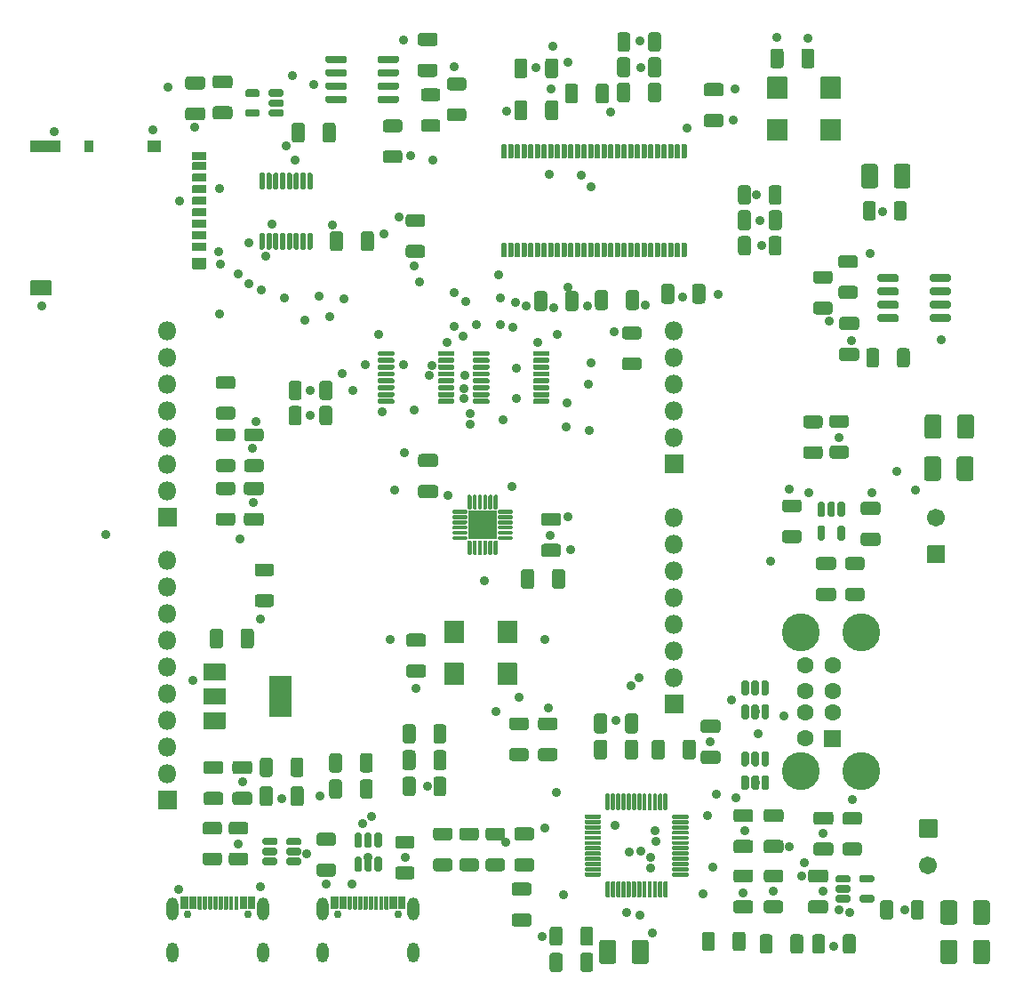
<source format=gts>
G04 #@! TF.GenerationSoftware,KiCad,Pcbnew,7.0.11+1*
G04 #@! TF.CreationDate,2024-04-14T01:38:43+00:00*
G04 #@! TF.ProjectId,mbed-ce-ci-shield-v2,6d626564-2d63-4652-9d63-692d73686965,0*
G04 #@! TF.SameCoordinates,Original*
G04 #@! TF.FileFunction,Soldermask,Top*
G04 #@! TF.FilePolarity,Negative*
%FSLAX46Y46*%
G04 Gerber Fmt 4.6, Leading zero omitted, Abs format (unit mm)*
G04 Created by KiCad (PCBNEW 7.0.11+1) date 2024-04-14 01:38:43*
%MOMM*%
%LPD*%
G01*
G04 APERTURE LIST*
%ADD10O,1.801600X1.801600*%
%ADD11C,1.701600*%
%ADD12C,0.751600*%
%ADD13O,1.101600X2.201600*%
%ADD14O,1.101600X1.901600*%
%ADD15C,1.601600*%
%ADD16C,3.601600*%
%ADD17C,0.901600*%
G04 APERTURE END LIST*
G36*
G01*
X131121287Y-31536859D02*
X132478713Y-31536859D01*
G75*
G02*
X132750800Y-31808946I0J-272087D01*
G01*
X132750800Y-32516372D01*
G75*
G02*
X132478713Y-32788459I-272087J0D01*
G01*
X131121287Y-32788459D01*
G75*
G02*
X130849200Y-32516372I0J272087D01*
G01*
X130849200Y-31808946D01*
G75*
G02*
X131121287Y-31536859I272087J0D01*
G01*
G37*
G36*
G01*
X131121287Y-34486859D02*
X132478713Y-34486859D01*
G75*
G02*
X132750800Y-34758946I0J-272087D01*
G01*
X132750800Y-35466372D01*
G75*
G02*
X132478713Y-35738459I-272087J0D01*
G01*
X131121287Y-35738459D01*
G75*
G02*
X130849200Y-35466372I0J272087D01*
G01*
X130849200Y-34758946D01*
G75*
G02*
X131121287Y-34486859I272087J0D01*
G01*
G37*
G36*
G01*
X117000800Y-33458946D02*
X117000800Y-34816372D01*
G75*
G02*
X116728713Y-35088459I-272087J0D01*
G01*
X116021287Y-35088459D01*
G75*
G02*
X115749200Y-34816372I0J272087D01*
G01*
X115749200Y-33458946D01*
G75*
G02*
X116021287Y-33186859I272087J0D01*
G01*
X116728713Y-33186859D01*
G75*
G02*
X117000800Y-33458946I0J-272087D01*
G01*
G37*
G36*
G01*
X114050800Y-33458946D02*
X114050800Y-34816372D01*
G75*
G02*
X113778713Y-35088459I-272087J0D01*
G01*
X113071287Y-35088459D01*
G75*
G02*
X112799200Y-34816372I0J272087D01*
G01*
X112799200Y-33458946D01*
G75*
G02*
X113071287Y-33186859I272087J0D01*
G01*
X113778713Y-33186859D01*
G75*
G02*
X114050800Y-33458946I0J-272087D01*
G01*
G37*
G36*
G01*
X120399200Y-93178713D02*
X120399200Y-91821287D01*
G75*
G02*
X120671287Y-91549200I272087J0D01*
G01*
X121378713Y-91549200D01*
G75*
G02*
X121650800Y-91821287I0J-272087D01*
G01*
X121650800Y-93178713D01*
G75*
G02*
X121378713Y-93450800I-272087J0D01*
G01*
X120671287Y-93450800D01*
G75*
G02*
X120399200Y-93178713I0J272087D01*
G01*
G37*
G36*
G01*
X123349200Y-93178713D02*
X123349200Y-91821287D01*
G75*
G02*
X123621287Y-91549200I272087J0D01*
G01*
X124328713Y-91549200D01*
G75*
G02*
X124600800Y-91821287I0J-272087D01*
G01*
X124600800Y-93178713D01*
G75*
G02*
X124328713Y-93450800I-272087J0D01*
G01*
X123621287Y-93450800D01*
G75*
G02*
X123349200Y-93178713I0J272087D01*
G01*
G37*
G36*
G01*
X128772500Y-37386859D02*
X129172500Y-37386859D01*
G75*
G02*
X129223300Y-37437659I0J-50800D01*
G01*
X129223300Y-38637659D01*
G75*
G02*
X129172500Y-38688459I-50800J0D01*
G01*
X128772500Y-38688459D01*
G75*
G02*
X128721700Y-38637659I0J50800D01*
G01*
X128721700Y-37437659D01*
G75*
G02*
X128772500Y-37386859I50800J0D01*
G01*
G37*
G36*
G01*
X128137500Y-37386859D02*
X128537500Y-37386859D01*
G75*
G02*
X128588300Y-37437659I0J-50800D01*
G01*
X128588300Y-38637659D01*
G75*
G02*
X128537500Y-38688459I-50800J0D01*
G01*
X128137500Y-38688459D01*
G75*
G02*
X128086700Y-38637659I0J50800D01*
G01*
X128086700Y-37437659D01*
G75*
G02*
X128137500Y-37386859I50800J0D01*
G01*
G37*
G36*
G01*
X127502500Y-37386859D02*
X127902500Y-37386859D01*
G75*
G02*
X127953300Y-37437659I0J-50800D01*
G01*
X127953300Y-38637659D01*
G75*
G02*
X127902500Y-38688459I-50800J0D01*
G01*
X127502500Y-38688459D01*
G75*
G02*
X127451700Y-38637659I0J50800D01*
G01*
X127451700Y-37437659D01*
G75*
G02*
X127502500Y-37386859I50800J0D01*
G01*
G37*
G36*
G01*
X126867500Y-37386859D02*
X127267500Y-37386859D01*
G75*
G02*
X127318300Y-37437659I0J-50800D01*
G01*
X127318300Y-38637659D01*
G75*
G02*
X127267500Y-38688459I-50800J0D01*
G01*
X126867500Y-38688459D01*
G75*
G02*
X126816700Y-38637659I0J50800D01*
G01*
X126816700Y-37437659D01*
G75*
G02*
X126867500Y-37386859I50800J0D01*
G01*
G37*
G36*
G01*
X126232500Y-37386859D02*
X126632500Y-37386859D01*
G75*
G02*
X126683300Y-37437659I0J-50800D01*
G01*
X126683300Y-38637659D01*
G75*
G02*
X126632500Y-38688459I-50800J0D01*
G01*
X126232500Y-38688459D01*
G75*
G02*
X126181700Y-38637659I0J50800D01*
G01*
X126181700Y-37437659D01*
G75*
G02*
X126232500Y-37386859I50800J0D01*
G01*
G37*
G36*
G01*
X125597500Y-37386859D02*
X125997500Y-37386859D01*
G75*
G02*
X126048300Y-37437659I0J-50800D01*
G01*
X126048300Y-38637659D01*
G75*
G02*
X125997500Y-38688459I-50800J0D01*
G01*
X125597500Y-38688459D01*
G75*
G02*
X125546700Y-38637659I0J50800D01*
G01*
X125546700Y-37437659D01*
G75*
G02*
X125597500Y-37386859I50800J0D01*
G01*
G37*
G36*
G01*
X124962500Y-37386859D02*
X125362500Y-37386859D01*
G75*
G02*
X125413300Y-37437659I0J-50800D01*
G01*
X125413300Y-38637659D01*
G75*
G02*
X125362500Y-38688459I-50800J0D01*
G01*
X124962500Y-38688459D01*
G75*
G02*
X124911700Y-38637659I0J50800D01*
G01*
X124911700Y-37437659D01*
G75*
G02*
X124962500Y-37386859I50800J0D01*
G01*
G37*
G36*
G01*
X124327500Y-37386859D02*
X124727500Y-37386859D01*
G75*
G02*
X124778300Y-37437659I0J-50800D01*
G01*
X124778300Y-38637659D01*
G75*
G02*
X124727500Y-38688459I-50800J0D01*
G01*
X124327500Y-38688459D01*
G75*
G02*
X124276700Y-38637659I0J50800D01*
G01*
X124276700Y-37437659D01*
G75*
G02*
X124327500Y-37386859I50800J0D01*
G01*
G37*
G36*
G01*
X123692500Y-37386859D02*
X124092500Y-37386859D01*
G75*
G02*
X124143300Y-37437659I0J-50800D01*
G01*
X124143300Y-38637659D01*
G75*
G02*
X124092500Y-38688459I-50800J0D01*
G01*
X123692500Y-38688459D01*
G75*
G02*
X123641700Y-38637659I0J50800D01*
G01*
X123641700Y-37437659D01*
G75*
G02*
X123692500Y-37386859I50800J0D01*
G01*
G37*
G36*
G01*
X123057500Y-37386859D02*
X123457500Y-37386859D01*
G75*
G02*
X123508300Y-37437659I0J-50800D01*
G01*
X123508300Y-38637659D01*
G75*
G02*
X123457500Y-38688459I-50800J0D01*
G01*
X123057500Y-38688459D01*
G75*
G02*
X123006700Y-38637659I0J50800D01*
G01*
X123006700Y-37437659D01*
G75*
G02*
X123057500Y-37386859I50800J0D01*
G01*
G37*
G36*
G01*
X122422500Y-37386859D02*
X122822500Y-37386859D01*
G75*
G02*
X122873300Y-37437659I0J-50800D01*
G01*
X122873300Y-38637659D01*
G75*
G02*
X122822500Y-38688459I-50800J0D01*
G01*
X122422500Y-38688459D01*
G75*
G02*
X122371700Y-38637659I0J50800D01*
G01*
X122371700Y-37437659D01*
G75*
G02*
X122422500Y-37386859I50800J0D01*
G01*
G37*
G36*
G01*
X121787500Y-37386859D02*
X122187500Y-37386859D01*
G75*
G02*
X122238300Y-37437659I0J-50800D01*
G01*
X122238300Y-38637659D01*
G75*
G02*
X122187500Y-38688459I-50800J0D01*
G01*
X121787500Y-38688459D01*
G75*
G02*
X121736700Y-38637659I0J50800D01*
G01*
X121736700Y-37437659D01*
G75*
G02*
X121787500Y-37386859I50800J0D01*
G01*
G37*
G36*
G01*
X121152500Y-37386859D02*
X121552500Y-37386859D01*
G75*
G02*
X121603300Y-37437659I0J-50800D01*
G01*
X121603300Y-38637659D01*
G75*
G02*
X121552500Y-38688459I-50800J0D01*
G01*
X121152500Y-38688459D01*
G75*
G02*
X121101700Y-38637659I0J50800D01*
G01*
X121101700Y-37437659D01*
G75*
G02*
X121152500Y-37386859I50800J0D01*
G01*
G37*
G36*
G01*
X120517500Y-37386859D02*
X120917500Y-37386859D01*
G75*
G02*
X120968300Y-37437659I0J-50800D01*
G01*
X120968300Y-38637659D01*
G75*
G02*
X120917500Y-38688459I-50800J0D01*
G01*
X120517500Y-38688459D01*
G75*
G02*
X120466700Y-38637659I0J50800D01*
G01*
X120466700Y-37437659D01*
G75*
G02*
X120517500Y-37386859I50800J0D01*
G01*
G37*
G36*
G01*
X119882500Y-37386859D02*
X120282500Y-37386859D01*
G75*
G02*
X120333300Y-37437659I0J-50800D01*
G01*
X120333300Y-38637659D01*
G75*
G02*
X120282500Y-38688459I-50800J0D01*
G01*
X119882500Y-38688459D01*
G75*
G02*
X119831700Y-38637659I0J50800D01*
G01*
X119831700Y-37437659D01*
G75*
G02*
X119882500Y-37386859I50800J0D01*
G01*
G37*
G36*
G01*
X119247500Y-37386859D02*
X119647500Y-37386859D01*
G75*
G02*
X119698300Y-37437659I0J-50800D01*
G01*
X119698300Y-38637659D01*
G75*
G02*
X119647500Y-38688459I-50800J0D01*
G01*
X119247500Y-38688459D01*
G75*
G02*
X119196700Y-38637659I0J50800D01*
G01*
X119196700Y-37437659D01*
G75*
G02*
X119247500Y-37386859I50800J0D01*
G01*
G37*
G36*
G01*
X118612500Y-37386859D02*
X119012500Y-37386859D01*
G75*
G02*
X119063300Y-37437659I0J-50800D01*
G01*
X119063300Y-38637659D01*
G75*
G02*
X119012500Y-38688459I-50800J0D01*
G01*
X118612500Y-38688459D01*
G75*
G02*
X118561700Y-38637659I0J50800D01*
G01*
X118561700Y-37437659D01*
G75*
G02*
X118612500Y-37386859I50800J0D01*
G01*
G37*
G36*
G01*
X117977500Y-37386859D02*
X118377500Y-37386859D01*
G75*
G02*
X118428300Y-37437659I0J-50800D01*
G01*
X118428300Y-38637659D01*
G75*
G02*
X118377500Y-38688459I-50800J0D01*
G01*
X117977500Y-38688459D01*
G75*
G02*
X117926700Y-38637659I0J50800D01*
G01*
X117926700Y-37437659D01*
G75*
G02*
X117977500Y-37386859I50800J0D01*
G01*
G37*
G36*
G01*
X117342500Y-37386859D02*
X117742500Y-37386859D01*
G75*
G02*
X117793300Y-37437659I0J-50800D01*
G01*
X117793300Y-38637659D01*
G75*
G02*
X117742500Y-38688459I-50800J0D01*
G01*
X117342500Y-38688459D01*
G75*
G02*
X117291700Y-38637659I0J50800D01*
G01*
X117291700Y-37437659D01*
G75*
G02*
X117342500Y-37386859I50800J0D01*
G01*
G37*
G36*
G01*
X116707500Y-37386859D02*
X117107500Y-37386859D01*
G75*
G02*
X117158300Y-37437659I0J-50800D01*
G01*
X117158300Y-38637659D01*
G75*
G02*
X117107500Y-38688459I-50800J0D01*
G01*
X116707500Y-38688459D01*
G75*
G02*
X116656700Y-38637659I0J50800D01*
G01*
X116656700Y-37437659D01*
G75*
G02*
X116707500Y-37386859I50800J0D01*
G01*
G37*
G36*
G01*
X116072500Y-37386859D02*
X116472500Y-37386859D01*
G75*
G02*
X116523300Y-37437659I0J-50800D01*
G01*
X116523300Y-38637659D01*
G75*
G02*
X116472500Y-38688459I-50800J0D01*
G01*
X116072500Y-38688459D01*
G75*
G02*
X116021700Y-38637659I0J50800D01*
G01*
X116021700Y-37437659D01*
G75*
G02*
X116072500Y-37386859I50800J0D01*
G01*
G37*
G36*
G01*
X115437500Y-37386859D02*
X115837500Y-37386859D01*
G75*
G02*
X115888300Y-37437659I0J-50800D01*
G01*
X115888300Y-38637659D01*
G75*
G02*
X115837500Y-38688459I-50800J0D01*
G01*
X115437500Y-38688459D01*
G75*
G02*
X115386700Y-38637659I0J50800D01*
G01*
X115386700Y-37437659D01*
G75*
G02*
X115437500Y-37386859I50800J0D01*
G01*
G37*
G36*
G01*
X114802500Y-37386859D02*
X115202500Y-37386859D01*
G75*
G02*
X115253300Y-37437659I0J-50800D01*
G01*
X115253300Y-38637659D01*
G75*
G02*
X115202500Y-38688459I-50800J0D01*
G01*
X114802500Y-38688459D01*
G75*
G02*
X114751700Y-38637659I0J50800D01*
G01*
X114751700Y-37437659D01*
G75*
G02*
X114802500Y-37386859I50800J0D01*
G01*
G37*
G36*
G01*
X114167500Y-37386859D02*
X114567500Y-37386859D01*
G75*
G02*
X114618300Y-37437659I0J-50800D01*
G01*
X114618300Y-38637659D01*
G75*
G02*
X114567500Y-38688459I-50800J0D01*
G01*
X114167500Y-38688459D01*
G75*
G02*
X114116700Y-38637659I0J50800D01*
G01*
X114116700Y-37437659D01*
G75*
G02*
X114167500Y-37386859I50800J0D01*
G01*
G37*
G36*
G01*
X113532500Y-37386859D02*
X113932500Y-37386859D01*
G75*
G02*
X113983300Y-37437659I0J-50800D01*
G01*
X113983300Y-38637659D01*
G75*
G02*
X113932500Y-38688459I-50800J0D01*
G01*
X113532500Y-38688459D01*
G75*
G02*
X113481700Y-38637659I0J50800D01*
G01*
X113481700Y-37437659D01*
G75*
G02*
X113532500Y-37386859I50800J0D01*
G01*
G37*
G36*
G01*
X112897500Y-37386859D02*
X113297500Y-37386859D01*
G75*
G02*
X113348300Y-37437659I0J-50800D01*
G01*
X113348300Y-38637659D01*
G75*
G02*
X113297500Y-38688459I-50800J0D01*
G01*
X112897500Y-38688459D01*
G75*
G02*
X112846700Y-38637659I0J50800D01*
G01*
X112846700Y-37437659D01*
G75*
G02*
X112897500Y-37386859I50800J0D01*
G01*
G37*
G36*
G01*
X112262500Y-37386859D02*
X112662500Y-37386859D01*
G75*
G02*
X112713300Y-37437659I0J-50800D01*
G01*
X112713300Y-38637659D01*
G75*
G02*
X112662500Y-38688459I-50800J0D01*
G01*
X112262500Y-38688459D01*
G75*
G02*
X112211700Y-38637659I0J50800D01*
G01*
X112211700Y-37437659D01*
G75*
G02*
X112262500Y-37386859I50800J0D01*
G01*
G37*
G36*
G01*
X111627500Y-37386859D02*
X112027500Y-37386859D01*
G75*
G02*
X112078300Y-37437659I0J-50800D01*
G01*
X112078300Y-38637659D01*
G75*
G02*
X112027500Y-38688459I-50800J0D01*
G01*
X111627500Y-38688459D01*
G75*
G02*
X111576700Y-38637659I0J50800D01*
G01*
X111576700Y-37437659D01*
G75*
G02*
X111627500Y-37386859I50800J0D01*
G01*
G37*
G36*
G01*
X111627500Y-46786859D02*
X112027500Y-46786859D01*
G75*
G02*
X112078300Y-46837659I0J-50800D01*
G01*
X112078300Y-48037659D01*
G75*
G02*
X112027500Y-48088459I-50800J0D01*
G01*
X111627500Y-48088459D01*
G75*
G02*
X111576700Y-48037659I0J50800D01*
G01*
X111576700Y-46837659D01*
G75*
G02*
X111627500Y-46786859I50800J0D01*
G01*
G37*
G36*
G01*
X112262500Y-46786859D02*
X112662500Y-46786859D01*
G75*
G02*
X112713300Y-46837659I0J-50800D01*
G01*
X112713300Y-48037659D01*
G75*
G02*
X112662500Y-48088459I-50800J0D01*
G01*
X112262500Y-48088459D01*
G75*
G02*
X112211700Y-48037659I0J50800D01*
G01*
X112211700Y-46837659D01*
G75*
G02*
X112262500Y-46786859I50800J0D01*
G01*
G37*
G36*
G01*
X112897500Y-46786859D02*
X113297500Y-46786859D01*
G75*
G02*
X113348300Y-46837659I0J-50800D01*
G01*
X113348300Y-48037659D01*
G75*
G02*
X113297500Y-48088459I-50800J0D01*
G01*
X112897500Y-48088459D01*
G75*
G02*
X112846700Y-48037659I0J50800D01*
G01*
X112846700Y-46837659D01*
G75*
G02*
X112897500Y-46786859I50800J0D01*
G01*
G37*
G36*
G01*
X113532500Y-46786859D02*
X113932500Y-46786859D01*
G75*
G02*
X113983300Y-46837659I0J-50800D01*
G01*
X113983300Y-48037659D01*
G75*
G02*
X113932500Y-48088459I-50800J0D01*
G01*
X113532500Y-48088459D01*
G75*
G02*
X113481700Y-48037659I0J50800D01*
G01*
X113481700Y-46837659D01*
G75*
G02*
X113532500Y-46786859I50800J0D01*
G01*
G37*
G36*
G01*
X114167500Y-46786859D02*
X114567500Y-46786859D01*
G75*
G02*
X114618300Y-46837659I0J-50800D01*
G01*
X114618300Y-48037659D01*
G75*
G02*
X114567500Y-48088459I-50800J0D01*
G01*
X114167500Y-48088459D01*
G75*
G02*
X114116700Y-48037659I0J50800D01*
G01*
X114116700Y-46837659D01*
G75*
G02*
X114167500Y-46786859I50800J0D01*
G01*
G37*
G36*
G01*
X114802500Y-46786859D02*
X115202500Y-46786859D01*
G75*
G02*
X115253300Y-46837659I0J-50800D01*
G01*
X115253300Y-48037659D01*
G75*
G02*
X115202500Y-48088459I-50800J0D01*
G01*
X114802500Y-48088459D01*
G75*
G02*
X114751700Y-48037659I0J50800D01*
G01*
X114751700Y-46837659D01*
G75*
G02*
X114802500Y-46786859I50800J0D01*
G01*
G37*
G36*
G01*
X115437500Y-46786859D02*
X115837500Y-46786859D01*
G75*
G02*
X115888300Y-46837659I0J-50800D01*
G01*
X115888300Y-48037659D01*
G75*
G02*
X115837500Y-48088459I-50800J0D01*
G01*
X115437500Y-48088459D01*
G75*
G02*
X115386700Y-48037659I0J50800D01*
G01*
X115386700Y-46837659D01*
G75*
G02*
X115437500Y-46786859I50800J0D01*
G01*
G37*
G36*
G01*
X116072500Y-46786859D02*
X116472500Y-46786859D01*
G75*
G02*
X116523300Y-46837659I0J-50800D01*
G01*
X116523300Y-48037659D01*
G75*
G02*
X116472500Y-48088459I-50800J0D01*
G01*
X116072500Y-48088459D01*
G75*
G02*
X116021700Y-48037659I0J50800D01*
G01*
X116021700Y-46837659D01*
G75*
G02*
X116072500Y-46786859I50800J0D01*
G01*
G37*
G36*
G01*
X116707500Y-46786859D02*
X117107500Y-46786859D01*
G75*
G02*
X117158300Y-46837659I0J-50800D01*
G01*
X117158300Y-48037659D01*
G75*
G02*
X117107500Y-48088459I-50800J0D01*
G01*
X116707500Y-48088459D01*
G75*
G02*
X116656700Y-48037659I0J50800D01*
G01*
X116656700Y-46837659D01*
G75*
G02*
X116707500Y-46786859I50800J0D01*
G01*
G37*
G36*
G01*
X117342500Y-46786859D02*
X117742500Y-46786859D01*
G75*
G02*
X117793300Y-46837659I0J-50800D01*
G01*
X117793300Y-48037659D01*
G75*
G02*
X117742500Y-48088459I-50800J0D01*
G01*
X117342500Y-48088459D01*
G75*
G02*
X117291700Y-48037659I0J50800D01*
G01*
X117291700Y-46837659D01*
G75*
G02*
X117342500Y-46786859I50800J0D01*
G01*
G37*
G36*
G01*
X117977500Y-46786859D02*
X118377500Y-46786859D01*
G75*
G02*
X118428300Y-46837659I0J-50800D01*
G01*
X118428300Y-48037659D01*
G75*
G02*
X118377500Y-48088459I-50800J0D01*
G01*
X117977500Y-48088459D01*
G75*
G02*
X117926700Y-48037659I0J50800D01*
G01*
X117926700Y-46837659D01*
G75*
G02*
X117977500Y-46786859I50800J0D01*
G01*
G37*
G36*
G01*
X118612500Y-46786859D02*
X119012500Y-46786859D01*
G75*
G02*
X119063300Y-46837659I0J-50800D01*
G01*
X119063300Y-48037659D01*
G75*
G02*
X119012500Y-48088459I-50800J0D01*
G01*
X118612500Y-48088459D01*
G75*
G02*
X118561700Y-48037659I0J50800D01*
G01*
X118561700Y-46837659D01*
G75*
G02*
X118612500Y-46786859I50800J0D01*
G01*
G37*
G36*
G01*
X119247500Y-46786859D02*
X119647500Y-46786859D01*
G75*
G02*
X119698300Y-46837659I0J-50800D01*
G01*
X119698300Y-48037659D01*
G75*
G02*
X119647500Y-48088459I-50800J0D01*
G01*
X119247500Y-48088459D01*
G75*
G02*
X119196700Y-48037659I0J50800D01*
G01*
X119196700Y-46837659D01*
G75*
G02*
X119247500Y-46786859I50800J0D01*
G01*
G37*
G36*
G01*
X119882500Y-46786859D02*
X120282500Y-46786859D01*
G75*
G02*
X120333300Y-46837659I0J-50800D01*
G01*
X120333300Y-48037659D01*
G75*
G02*
X120282500Y-48088459I-50800J0D01*
G01*
X119882500Y-48088459D01*
G75*
G02*
X119831700Y-48037659I0J50800D01*
G01*
X119831700Y-46837659D01*
G75*
G02*
X119882500Y-46786859I50800J0D01*
G01*
G37*
G36*
G01*
X120517500Y-46786859D02*
X120917500Y-46786859D01*
G75*
G02*
X120968300Y-46837659I0J-50800D01*
G01*
X120968300Y-48037659D01*
G75*
G02*
X120917500Y-48088459I-50800J0D01*
G01*
X120517500Y-48088459D01*
G75*
G02*
X120466700Y-48037659I0J50800D01*
G01*
X120466700Y-46837659D01*
G75*
G02*
X120517500Y-46786859I50800J0D01*
G01*
G37*
G36*
G01*
X121152500Y-46786859D02*
X121552500Y-46786859D01*
G75*
G02*
X121603300Y-46837659I0J-50800D01*
G01*
X121603300Y-48037659D01*
G75*
G02*
X121552500Y-48088459I-50800J0D01*
G01*
X121152500Y-48088459D01*
G75*
G02*
X121101700Y-48037659I0J50800D01*
G01*
X121101700Y-46837659D01*
G75*
G02*
X121152500Y-46786859I50800J0D01*
G01*
G37*
G36*
G01*
X121787500Y-46786859D02*
X122187500Y-46786859D01*
G75*
G02*
X122238300Y-46837659I0J-50800D01*
G01*
X122238300Y-48037659D01*
G75*
G02*
X122187500Y-48088459I-50800J0D01*
G01*
X121787500Y-48088459D01*
G75*
G02*
X121736700Y-48037659I0J50800D01*
G01*
X121736700Y-46837659D01*
G75*
G02*
X121787500Y-46786859I50800J0D01*
G01*
G37*
G36*
G01*
X122422500Y-46786859D02*
X122822500Y-46786859D01*
G75*
G02*
X122873300Y-46837659I0J-50800D01*
G01*
X122873300Y-48037659D01*
G75*
G02*
X122822500Y-48088459I-50800J0D01*
G01*
X122422500Y-48088459D01*
G75*
G02*
X122371700Y-48037659I0J50800D01*
G01*
X122371700Y-46837659D01*
G75*
G02*
X122422500Y-46786859I50800J0D01*
G01*
G37*
G36*
G01*
X123057500Y-46786859D02*
X123457500Y-46786859D01*
G75*
G02*
X123508300Y-46837659I0J-50800D01*
G01*
X123508300Y-48037659D01*
G75*
G02*
X123457500Y-48088459I-50800J0D01*
G01*
X123057500Y-48088459D01*
G75*
G02*
X123006700Y-48037659I0J50800D01*
G01*
X123006700Y-46837659D01*
G75*
G02*
X123057500Y-46786859I50800J0D01*
G01*
G37*
G36*
G01*
X123692500Y-46786859D02*
X124092500Y-46786859D01*
G75*
G02*
X124143300Y-46837659I0J-50800D01*
G01*
X124143300Y-48037659D01*
G75*
G02*
X124092500Y-48088459I-50800J0D01*
G01*
X123692500Y-48088459D01*
G75*
G02*
X123641700Y-48037659I0J50800D01*
G01*
X123641700Y-46837659D01*
G75*
G02*
X123692500Y-46786859I50800J0D01*
G01*
G37*
G36*
G01*
X124327500Y-46786859D02*
X124727500Y-46786859D01*
G75*
G02*
X124778300Y-46837659I0J-50800D01*
G01*
X124778300Y-48037659D01*
G75*
G02*
X124727500Y-48088459I-50800J0D01*
G01*
X124327500Y-48088459D01*
G75*
G02*
X124276700Y-48037659I0J50800D01*
G01*
X124276700Y-46837659D01*
G75*
G02*
X124327500Y-46786859I50800J0D01*
G01*
G37*
G36*
G01*
X124962500Y-46786859D02*
X125362500Y-46786859D01*
G75*
G02*
X125413300Y-46837659I0J-50800D01*
G01*
X125413300Y-48037659D01*
G75*
G02*
X125362500Y-48088459I-50800J0D01*
G01*
X124962500Y-48088459D01*
G75*
G02*
X124911700Y-48037659I0J50800D01*
G01*
X124911700Y-46837659D01*
G75*
G02*
X124962500Y-46786859I50800J0D01*
G01*
G37*
G36*
G01*
X125597500Y-46786859D02*
X125997500Y-46786859D01*
G75*
G02*
X126048300Y-46837659I0J-50800D01*
G01*
X126048300Y-48037659D01*
G75*
G02*
X125997500Y-48088459I-50800J0D01*
G01*
X125597500Y-48088459D01*
G75*
G02*
X125546700Y-48037659I0J50800D01*
G01*
X125546700Y-46837659D01*
G75*
G02*
X125597500Y-46786859I50800J0D01*
G01*
G37*
G36*
G01*
X126232500Y-46786859D02*
X126632500Y-46786859D01*
G75*
G02*
X126683300Y-46837659I0J-50800D01*
G01*
X126683300Y-48037659D01*
G75*
G02*
X126632500Y-48088459I-50800J0D01*
G01*
X126232500Y-48088459D01*
G75*
G02*
X126181700Y-48037659I0J50800D01*
G01*
X126181700Y-46837659D01*
G75*
G02*
X126232500Y-46786859I50800J0D01*
G01*
G37*
G36*
G01*
X126867500Y-46786859D02*
X127267500Y-46786859D01*
G75*
G02*
X127318300Y-46837659I0J-50800D01*
G01*
X127318300Y-48037659D01*
G75*
G02*
X127267500Y-48088459I-50800J0D01*
G01*
X126867500Y-48088459D01*
G75*
G02*
X126816700Y-48037659I0J50800D01*
G01*
X126816700Y-46837659D01*
G75*
G02*
X126867500Y-46786859I50800J0D01*
G01*
G37*
G36*
G01*
X127502500Y-46786859D02*
X127902500Y-46786859D01*
G75*
G02*
X127953300Y-46837659I0J-50800D01*
G01*
X127953300Y-48037659D01*
G75*
G02*
X127902500Y-48088459I-50800J0D01*
G01*
X127502500Y-48088459D01*
G75*
G02*
X127451700Y-48037659I0J50800D01*
G01*
X127451700Y-46837659D01*
G75*
G02*
X127502500Y-46786859I50800J0D01*
G01*
G37*
G36*
G01*
X128137500Y-46786859D02*
X128537500Y-46786859D01*
G75*
G02*
X128588300Y-46837659I0J-50800D01*
G01*
X128588300Y-48037659D01*
G75*
G02*
X128537500Y-48088459I-50800J0D01*
G01*
X128137500Y-48088459D01*
G75*
G02*
X128086700Y-48037659I0J50800D01*
G01*
X128086700Y-46837659D01*
G75*
G02*
X128137500Y-46786859I50800J0D01*
G01*
G37*
G36*
G01*
X128772500Y-46786859D02*
X129172500Y-46786859D01*
G75*
G02*
X129223300Y-46837659I0J-50800D01*
G01*
X129223300Y-48037659D01*
G75*
G02*
X129172500Y-48088459I-50800J0D01*
G01*
X128772500Y-48088459D01*
G75*
G02*
X128721700Y-48037659I0J50800D01*
G01*
X128721700Y-46837659D01*
G75*
G02*
X128772500Y-46786859I50800J0D01*
G01*
G37*
G36*
G01*
X120399200Y-95678713D02*
X120399200Y-94321287D01*
G75*
G02*
X120671287Y-94049200I272087J0D01*
G01*
X121378713Y-94049200D01*
G75*
G02*
X121650800Y-94321287I0J-272087D01*
G01*
X121650800Y-95678713D01*
G75*
G02*
X121378713Y-95950800I-272087J0D01*
G01*
X120671287Y-95950800D01*
G75*
G02*
X120399200Y-95678713I0J272087D01*
G01*
G37*
G36*
G01*
X123349200Y-95678713D02*
X123349200Y-94321287D01*
G75*
G02*
X123621287Y-94049200I272087J0D01*
G01*
X124328713Y-94049200D01*
G75*
G02*
X124600800Y-94321287I0J-272087D01*
G01*
X124600800Y-95678713D01*
G75*
G02*
X124328713Y-95950800I-272087J0D01*
G01*
X123621287Y-95950800D01*
G75*
G02*
X123349200Y-95678713I0J272087D01*
G01*
G37*
G36*
G01*
X81731287Y-30899200D02*
X83088713Y-30899200D01*
G75*
G02*
X83360800Y-31171287I0J-272087D01*
G01*
X83360800Y-31878713D01*
G75*
G02*
X83088713Y-32150800I-272087J0D01*
G01*
X81731287Y-32150800D01*
G75*
G02*
X81459200Y-31878713I0J272087D01*
G01*
X81459200Y-31171287D01*
G75*
G02*
X81731287Y-30899200I272087J0D01*
G01*
G37*
G36*
G01*
X81731287Y-33849200D02*
X83088713Y-33849200D01*
G75*
G02*
X83360800Y-34121287I0J-272087D01*
G01*
X83360800Y-34828713D01*
G75*
G02*
X83088713Y-35100800I-272087J0D01*
G01*
X81731287Y-35100800D01*
G75*
G02*
X81459200Y-34828713I0J272087D01*
G01*
X81459200Y-34121287D01*
G75*
G02*
X81731287Y-33849200I272087J0D01*
G01*
G37*
G36*
G01*
X144596778Y-76674200D02*
X145903222Y-76674200D01*
G75*
G02*
X146175800Y-76946778I0J-272578D01*
G01*
X146175800Y-77628222D01*
G75*
G02*
X145903222Y-77900800I-272578J0D01*
G01*
X144596778Y-77900800D01*
G75*
G02*
X144324200Y-77628222I0J272578D01*
G01*
X144324200Y-76946778D01*
G75*
G02*
X144596778Y-76674200I272578J0D01*
G01*
G37*
G36*
G01*
X144596778Y-79599200D02*
X145903222Y-79599200D01*
G75*
G02*
X146175800Y-79871778I0J-272578D01*
G01*
X146175800Y-80553222D01*
G75*
G02*
X145903222Y-80825800I-272578J0D01*
G01*
X144596778Y-80825800D01*
G75*
G02*
X144324200Y-80553222I0J272578D01*
G01*
X144324200Y-79871778D01*
G75*
G02*
X144596778Y-79599200I272578J0D01*
G01*
G37*
G36*
G01*
X138275800Y-41546778D02*
X138275800Y-42853222D01*
G75*
G02*
X138003222Y-43125800I-272578J0D01*
G01*
X137321778Y-43125800D01*
G75*
G02*
X137049200Y-42853222I0J272578D01*
G01*
X137049200Y-41546778D01*
G75*
G02*
X137321778Y-41274200I272578J0D01*
G01*
X138003222Y-41274200D01*
G75*
G02*
X138275800Y-41546778I0J-272578D01*
G01*
G37*
G36*
G01*
X135350800Y-41546778D02*
X135350800Y-42853222D01*
G75*
G02*
X135078222Y-43125800I-272578J0D01*
G01*
X134396778Y-43125800D01*
G75*
G02*
X134124200Y-42853222I0J272578D01*
G01*
X134124200Y-41546778D01*
G75*
G02*
X134396778Y-41274200I272578J0D01*
G01*
X135078222Y-41274200D01*
G75*
G02*
X135350800Y-41546778I0J-272578D01*
G01*
G37*
G36*
G01*
X143178713Y-80850800D02*
X141821287Y-80850800D01*
G75*
G02*
X141549200Y-80578713I0J272087D01*
G01*
X141549200Y-79871287D01*
G75*
G02*
X141821287Y-79599200I272087J0D01*
G01*
X143178713Y-79599200D01*
G75*
G02*
X143450800Y-79871287I0J-272087D01*
G01*
X143450800Y-80578713D01*
G75*
G02*
X143178713Y-80850800I-272087J0D01*
G01*
G37*
G36*
G01*
X143178713Y-77900800D02*
X141821287Y-77900800D01*
G75*
G02*
X141549200Y-77628713I0J272087D01*
G01*
X141549200Y-76921287D01*
G75*
G02*
X141821287Y-76649200I272087J0D01*
G01*
X143178713Y-76649200D01*
G75*
G02*
X143450800Y-76921287I0J-272087D01*
G01*
X143450800Y-77628713D01*
G75*
G02*
X143178713Y-77900800I-272087J0D01*
G01*
G37*
G36*
G01*
X145653222Y-105075800D02*
X144346778Y-105075800D01*
G75*
G02*
X144074200Y-104803222I0J272578D01*
G01*
X144074200Y-104121778D01*
G75*
G02*
X144346778Y-103849200I272578J0D01*
G01*
X145653222Y-103849200D01*
G75*
G02*
X145925800Y-104121778I0J-272578D01*
G01*
X145925800Y-104803222D01*
G75*
G02*
X145653222Y-105075800I-272578J0D01*
G01*
G37*
G36*
G01*
X145653222Y-102150800D02*
X144346778Y-102150800D01*
G75*
G02*
X144074200Y-101878222I0J272578D01*
G01*
X144074200Y-101196778D01*
G75*
G02*
X144346778Y-100924200I272578J0D01*
G01*
X145653222Y-100924200D01*
G75*
G02*
X145925800Y-101196778I0J-272578D01*
G01*
X145925800Y-101878222D01*
G75*
G02*
X145653222Y-102150800I-272578J0D01*
G01*
G37*
G36*
G01*
X113071287Y-102399200D02*
X114428713Y-102399200D01*
G75*
G02*
X114700800Y-102671287I0J-272087D01*
G01*
X114700800Y-103378713D01*
G75*
G02*
X114428713Y-103650800I-272087J0D01*
G01*
X113071287Y-103650800D01*
G75*
G02*
X112799200Y-103378713I0J272087D01*
G01*
X112799200Y-102671287D01*
G75*
G02*
X113071287Y-102399200I272087J0D01*
G01*
G37*
G36*
G01*
X113071287Y-105349200D02*
X114428713Y-105349200D01*
G75*
G02*
X114700800Y-105621287I0J-272087D01*
G01*
X114700800Y-106328713D01*
G75*
G02*
X114428713Y-106600800I-272087J0D01*
G01*
X113071287Y-106600800D01*
G75*
G02*
X112799200Y-106328713I0J272087D01*
G01*
X112799200Y-105621287D01*
G75*
G02*
X113071287Y-105349200I272087J0D01*
G01*
G37*
G36*
G01*
X103871287Y-26759200D02*
X105228713Y-26759200D01*
G75*
G02*
X105500800Y-27031287I0J-272087D01*
G01*
X105500800Y-27738713D01*
G75*
G02*
X105228713Y-28010800I-272087J0D01*
G01*
X103871287Y-28010800D01*
G75*
G02*
X103599200Y-27738713I0J272087D01*
G01*
X103599200Y-27031287D01*
G75*
G02*
X103871287Y-26759200I272087J0D01*
G01*
G37*
G36*
G01*
X103871287Y-29709200D02*
X105228713Y-29709200D01*
G75*
G02*
X105500800Y-29981287I0J-272087D01*
G01*
X105500800Y-30688713D01*
G75*
G02*
X105228713Y-30960800I-272087J0D01*
G01*
X103871287Y-30960800D01*
G75*
G02*
X103599200Y-30688713I0J272087D01*
G01*
X103599200Y-29981287D01*
G75*
G02*
X103871287Y-29709200I272087J0D01*
G01*
G37*
G36*
G01*
X95475800Y-60146778D02*
X95475800Y-61453222D01*
G75*
G02*
X95203222Y-61725800I-272578J0D01*
G01*
X94521778Y-61725800D01*
G75*
G02*
X94249200Y-61453222I0J272578D01*
G01*
X94249200Y-60146778D01*
G75*
G02*
X94521778Y-59874200I272578J0D01*
G01*
X95203222Y-59874200D01*
G75*
G02*
X95475800Y-60146778I0J-272578D01*
G01*
G37*
G36*
G01*
X92550800Y-60146778D02*
X92550800Y-61453222D01*
G75*
G02*
X92278222Y-61725800I-272578J0D01*
G01*
X91596778Y-61725800D01*
G75*
G02*
X91324200Y-61453222I0J272578D01*
G01*
X91324200Y-60146778D01*
G75*
G02*
X91596778Y-59874200I272578J0D01*
G01*
X92278222Y-59874200D01*
G75*
G02*
X92550800Y-60146778I0J-272578D01*
G01*
G37*
G36*
G01*
X105278713Y-71050800D02*
X103921287Y-71050800D01*
G75*
G02*
X103649200Y-70778713I0J272087D01*
G01*
X103649200Y-70071287D01*
G75*
G02*
X103921287Y-69799200I272087J0D01*
G01*
X105278713Y-69799200D01*
G75*
G02*
X105550800Y-70071287I0J-272087D01*
G01*
X105550800Y-70778713D01*
G75*
G02*
X105278713Y-71050800I-272087J0D01*
G01*
G37*
G36*
G01*
X105278713Y-68100800D02*
X103921287Y-68100800D01*
G75*
G02*
X103649200Y-67828713I0J272087D01*
G01*
X103649200Y-67121287D01*
G75*
G02*
X103921287Y-66849200I272087J0D01*
G01*
X105278713Y-66849200D01*
G75*
G02*
X105550800Y-67121287I0J-272087D01*
G01*
X105550800Y-67828713D01*
G75*
G02*
X105278713Y-68100800I-272087J0D01*
G01*
G37*
G36*
G01*
X80650800Y-72020000D02*
X80650800Y-73720000D01*
G75*
G02*
X80600000Y-73770800I-50800J0D01*
G01*
X78900000Y-73770800D01*
G75*
G02*
X78849200Y-73720000I0J50800D01*
G01*
X78849200Y-72020000D01*
G75*
G02*
X78900000Y-71969200I50800J0D01*
G01*
X80600000Y-71969200D01*
G75*
G02*
X80650800Y-72020000I0J-50800D01*
G01*
G37*
D10*
X79750000Y-70330000D03*
X79750000Y-67790000D03*
X79750000Y-65250000D03*
X79750000Y-62710000D03*
X79750000Y-60170000D03*
X79750000Y-57630000D03*
X79750000Y-55090000D03*
G36*
G01*
X153800000Y-77253451D02*
X152200000Y-77253451D01*
G75*
G02*
X152149200Y-77202651I0J50800D01*
G01*
X152149200Y-75602651D01*
G75*
G02*
X152200000Y-75551851I50800J0D01*
G01*
X153800000Y-75551851D01*
G75*
G02*
X153850800Y-75602651I0J-50800D01*
G01*
X153850800Y-77202651D01*
G75*
G02*
X153800000Y-77253451I-50800J0D01*
G01*
G37*
D11*
X153000000Y-72902651D03*
G36*
G01*
X84828713Y-100275800D02*
X83471287Y-100275800D01*
G75*
G02*
X83199200Y-100003713I0J272087D01*
G01*
X83199200Y-99296287D01*
G75*
G02*
X83471287Y-99024200I272087J0D01*
G01*
X84828713Y-99024200D01*
G75*
G02*
X85100800Y-99296287I0J-272087D01*
G01*
X85100800Y-100003713D01*
G75*
G02*
X84828713Y-100275800I-272087J0D01*
G01*
G37*
G36*
G01*
X84828713Y-97325800D02*
X83471287Y-97325800D01*
G75*
G02*
X83199200Y-97053713I0J272087D01*
G01*
X83199200Y-96346287D01*
G75*
G02*
X83471287Y-96074200I272087J0D01*
G01*
X84828713Y-96074200D01*
G75*
G02*
X85100800Y-96346287I0J-272087D01*
G01*
X85100800Y-97053713D01*
G75*
G02*
X84828713Y-97325800I-272087J0D01*
G01*
G37*
G36*
G01*
X107100800Y-61712100D02*
X107100800Y-61962900D01*
G75*
G02*
X106975400Y-62088300I-125400J0D01*
G01*
X105649600Y-62088300D01*
G75*
G02*
X105524200Y-61962900I0J125400D01*
G01*
X105524200Y-61712100D01*
G75*
G02*
X105649600Y-61586700I125400J0D01*
G01*
X106975400Y-61586700D01*
G75*
G02*
X107100800Y-61712100I0J-125400D01*
G01*
G37*
G36*
G01*
X107100800Y-61062100D02*
X107100800Y-61312900D01*
G75*
G02*
X106975400Y-61438300I-125400J0D01*
G01*
X105649600Y-61438300D01*
G75*
G02*
X105524200Y-61312900I0J125400D01*
G01*
X105524200Y-61062100D01*
G75*
G02*
X105649600Y-60936700I125400J0D01*
G01*
X106975400Y-60936700D01*
G75*
G02*
X107100800Y-61062100I0J-125400D01*
G01*
G37*
G36*
G01*
X107100800Y-60412100D02*
X107100800Y-60662900D01*
G75*
G02*
X106975400Y-60788300I-125400J0D01*
G01*
X105649600Y-60788300D01*
G75*
G02*
X105524200Y-60662900I0J125400D01*
G01*
X105524200Y-60412100D01*
G75*
G02*
X105649600Y-60286700I125400J0D01*
G01*
X106975400Y-60286700D01*
G75*
G02*
X107100800Y-60412100I0J-125400D01*
G01*
G37*
G36*
G01*
X107100800Y-59762100D02*
X107100800Y-60012900D01*
G75*
G02*
X106975400Y-60138300I-125400J0D01*
G01*
X105649600Y-60138300D01*
G75*
G02*
X105524200Y-60012900I0J125400D01*
G01*
X105524200Y-59762100D01*
G75*
G02*
X105649600Y-59636700I125400J0D01*
G01*
X106975400Y-59636700D01*
G75*
G02*
X107100800Y-59762100I0J-125400D01*
G01*
G37*
G36*
G01*
X107100800Y-59112100D02*
X107100800Y-59362900D01*
G75*
G02*
X106975400Y-59488300I-125400J0D01*
G01*
X105649600Y-59488300D01*
G75*
G02*
X105524200Y-59362900I0J125400D01*
G01*
X105524200Y-59112100D01*
G75*
G02*
X105649600Y-58986700I125400J0D01*
G01*
X106975400Y-58986700D01*
G75*
G02*
X107100800Y-59112100I0J-125400D01*
G01*
G37*
G36*
G01*
X107100800Y-58462100D02*
X107100800Y-58712900D01*
G75*
G02*
X106975400Y-58838300I-125400J0D01*
G01*
X105649600Y-58838300D01*
G75*
G02*
X105524200Y-58712900I0J125400D01*
G01*
X105524200Y-58462100D01*
G75*
G02*
X105649600Y-58336700I125400J0D01*
G01*
X106975400Y-58336700D01*
G75*
G02*
X107100800Y-58462100I0J-125400D01*
G01*
G37*
G36*
G01*
X107100800Y-57812100D02*
X107100800Y-58062900D01*
G75*
G02*
X106975400Y-58188300I-125400J0D01*
G01*
X105649600Y-58188300D01*
G75*
G02*
X105524200Y-58062900I0J125400D01*
G01*
X105524200Y-57812100D01*
G75*
G02*
X105649600Y-57686700I125400J0D01*
G01*
X106975400Y-57686700D01*
G75*
G02*
X107100800Y-57812100I0J-125400D01*
G01*
G37*
G36*
G01*
X107100800Y-57162100D02*
X107100800Y-57412900D01*
G75*
G02*
X106975400Y-57538300I-125400J0D01*
G01*
X105649600Y-57538300D01*
G75*
G02*
X105524200Y-57412900I0J125400D01*
G01*
X105524200Y-57162100D01*
G75*
G02*
X105649600Y-57036700I125400J0D01*
G01*
X106975400Y-57036700D01*
G75*
G02*
X107100800Y-57162100I0J-125400D01*
G01*
G37*
G36*
G01*
X101375800Y-57162100D02*
X101375800Y-57412900D01*
G75*
G02*
X101250400Y-57538300I-125400J0D01*
G01*
X99924600Y-57538300D01*
G75*
G02*
X99799200Y-57412900I0J125400D01*
G01*
X99799200Y-57162100D01*
G75*
G02*
X99924600Y-57036700I125400J0D01*
G01*
X101250400Y-57036700D01*
G75*
G02*
X101375800Y-57162100I0J-125400D01*
G01*
G37*
G36*
G01*
X101375800Y-57812100D02*
X101375800Y-58062900D01*
G75*
G02*
X101250400Y-58188300I-125400J0D01*
G01*
X99924600Y-58188300D01*
G75*
G02*
X99799200Y-58062900I0J125400D01*
G01*
X99799200Y-57812100D01*
G75*
G02*
X99924600Y-57686700I125400J0D01*
G01*
X101250400Y-57686700D01*
G75*
G02*
X101375800Y-57812100I0J-125400D01*
G01*
G37*
G36*
G01*
X101375800Y-58462100D02*
X101375800Y-58712900D01*
G75*
G02*
X101250400Y-58838300I-125400J0D01*
G01*
X99924600Y-58838300D01*
G75*
G02*
X99799200Y-58712900I0J125400D01*
G01*
X99799200Y-58462100D01*
G75*
G02*
X99924600Y-58336700I125400J0D01*
G01*
X101250400Y-58336700D01*
G75*
G02*
X101375800Y-58462100I0J-125400D01*
G01*
G37*
G36*
G01*
X101375800Y-59112100D02*
X101375800Y-59362900D01*
G75*
G02*
X101250400Y-59488300I-125400J0D01*
G01*
X99924600Y-59488300D01*
G75*
G02*
X99799200Y-59362900I0J125400D01*
G01*
X99799200Y-59112100D01*
G75*
G02*
X99924600Y-58986700I125400J0D01*
G01*
X101250400Y-58986700D01*
G75*
G02*
X101375800Y-59112100I0J-125400D01*
G01*
G37*
G36*
G01*
X101375800Y-59762100D02*
X101375800Y-60012900D01*
G75*
G02*
X101250400Y-60138300I-125400J0D01*
G01*
X99924600Y-60138300D01*
G75*
G02*
X99799200Y-60012900I0J125400D01*
G01*
X99799200Y-59762100D01*
G75*
G02*
X99924600Y-59636700I125400J0D01*
G01*
X101250400Y-59636700D01*
G75*
G02*
X101375800Y-59762100I0J-125400D01*
G01*
G37*
G36*
G01*
X101375800Y-60412100D02*
X101375800Y-60662900D01*
G75*
G02*
X101250400Y-60788300I-125400J0D01*
G01*
X99924600Y-60788300D01*
G75*
G02*
X99799200Y-60662900I0J125400D01*
G01*
X99799200Y-60412100D01*
G75*
G02*
X99924600Y-60286700I125400J0D01*
G01*
X101250400Y-60286700D01*
G75*
G02*
X101375800Y-60412100I0J-125400D01*
G01*
G37*
G36*
G01*
X101375800Y-61062100D02*
X101375800Y-61312900D01*
G75*
G02*
X101250400Y-61438300I-125400J0D01*
G01*
X99924600Y-61438300D01*
G75*
G02*
X99799200Y-61312900I0J125400D01*
G01*
X99799200Y-61062100D01*
G75*
G02*
X99924600Y-60936700I125400J0D01*
G01*
X101250400Y-60936700D01*
G75*
G02*
X101375800Y-61062100I0J-125400D01*
G01*
G37*
G36*
G01*
X101375800Y-61712100D02*
X101375800Y-61962900D01*
G75*
G02*
X101250400Y-62088300I-125400J0D01*
G01*
X99924600Y-62088300D01*
G75*
G02*
X99799200Y-61962900I0J125400D01*
G01*
X99799200Y-61712100D01*
G75*
G02*
X99924600Y-61586700I125400J0D01*
G01*
X101250400Y-61586700D01*
G75*
G02*
X101375800Y-61712100I0J-125400D01*
G01*
G37*
G36*
G01*
X136524600Y-95149200D02*
X136875400Y-95149200D01*
G75*
G02*
X137050800Y-95324600I0J-175400D01*
G01*
X137050800Y-96400400D01*
G75*
G02*
X136875400Y-96575800I-175400J0D01*
G01*
X136524600Y-96575800D01*
G75*
G02*
X136349200Y-96400400I0J175400D01*
G01*
X136349200Y-95324600D01*
G75*
G02*
X136524600Y-95149200I175400J0D01*
G01*
G37*
G36*
G01*
X135574600Y-95149200D02*
X135925400Y-95149200D01*
G75*
G02*
X136100800Y-95324600I0J-175400D01*
G01*
X136100800Y-96400400D01*
G75*
G02*
X135925400Y-96575800I-175400J0D01*
G01*
X135574600Y-96575800D01*
G75*
G02*
X135399200Y-96400400I0J175400D01*
G01*
X135399200Y-95324600D01*
G75*
G02*
X135574600Y-95149200I175400J0D01*
G01*
G37*
G36*
G01*
X134624600Y-95149200D02*
X134975400Y-95149200D01*
G75*
G02*
X135150800Y-95324600I0J-175400D01*
G01*
X135150800Y-96400400D01*
G75*
G02*
X134975400Y-96575800I-175400J0D01*
G01*
X134624600Y-96575800D01*
G75*
G02*
X134449200Y-96400400I0J175400D01*
G01*
X134449200Y-95324600D01*
G75*
G02*
X134624600Y-95149200I175400J0D01*
G01*
G37*
G36*
G01*
X134624600Y-97424200D02*
X134975400Y-97424200D01*
G75*
G02*
X135150800Y-97599600I0J-175400D01*
G01*
X135150800Y-98675400D01*
G75*
G02*
X134975400Y-98850800I-175400J0D01*
G01*
X134624600Y-98850800D01*
G75*
G02*
X134449200Y-98675400I0J175400D01*
G01*
X134449200Y-97599600D01*
G75*
G02*
X134624600Y-97424200I175400J0D01*
G01*
G37*
G36*
G01*
X135574600Y-97424200D02*
X135925400Y-97424200D01*
G75*
G02*
X136100800Y-97599600I0J-175400D01*
G01*
X136100800Y-98675400D01*
G75*
G02*
X135925400Y-98850800I-175400J0D01*
G01*
X135574600Y-98850800D01*
G75*
G02*
X135399200Y-98675400I0J175400D01*
G01*
X135399200Y-97599600D01*
G75*
G02*
X135574600Y-97424200I175400J0D01*
G01*
G37*
G36*
G01*
X136524600Y-97424200D02*
X136875400Y-97424200D01*
G75*
G02*
X137050800Y-97599600I0J-175400D01*
G01*
X137050800Y-98675400D01*
G75*
G02*
X136875400Y-98850800I-175400J0D01*
G01*
X136524600Y-98850800D01*
G75*
G02*
X136349200Y-98675400I0J175400D01*
G01*
X136349200Y-97599600D01*
G75*
G02*
X136524600Y-97424200I175400J0D01*
G01*
G37*
G36*
G01*
X126775800Y-26984437D02*
X126775800Y-28290881D01*
G75*
G02*
X126503222Y-28563459I-272578J0D01*
G01*
X125821778Y-28563459D01*
G75*
G02*
X125549200Y-28290881I0J272578D01*
G01*
X125549200Y-26984437D01*
G75*
G02*
X125821778Y-26711859I272578J0D01*
G01*
X126503222Y-26711859D01*
G75*
G02*
X126775800Y-26984437I0J-272578D01*
G01*
G37*
G36*
G01*
X123850800Y-26984437D02*
X123850800Y-28290881D01*
G75*
G02*
X123578222Y-28563459I-272578J0D01*
G01*
X122896778Y-28563459D01*
G75*
G02*
X122624200Y-28290881I0J272578D01*
G01*
X122624200Y-26984437D01*
G75*
G02*
X122896778Y-26711859I272578J0D01*
G01*
X123578222Y-26711859D01*
G75*
G02*
X123850800Y-26984437I0J-272578D01*
G01*
G37*
G36*
G01*
X120325800Y-114596778D02*
X120325800Y-115903222D01*
G75*
G02*
X120053222Y-116175800I-272578J0D01*
G01*
X119371778Y-116175800D01*
G75*
G02*
X119099200Y-115903222I0J272578D01*
G01*
X119099200Y-114596778D01*
G75*
G02*
X119371778Y-114324200I272578J0D01*
G01*
X120053222Y-114324200D01*
G75*
G02*
X120325800Y-114596778I0J-272578D01*
G01*
G37*
G36*
G01*
X117400800Y-114596778D02*
X117400800Y-115903222D01*
G75*
G02*
X117128222Y-116175800I-272578J0D01*
G01*
X116446778Y-116175800D01*
G75*
G02*
X116174200Y-115903222I0J272578D01*
G01*
X116174200Y-114596778D01*
G75*
G02*
X116446778Y-114324200I272578J0D01*
G01*
X117128222Y-114324200D01*
G75*
G02*
X117400800Y-114596778I0J-272578D01*
G01*
G37*
G36*
G01*
X126799200Y-52278713D02*
X126799200Y-50921287D01*
G75*
G02*
X127071287Y-50649200I272087J0D01*
G01*
X127778713Y-50649200D01*
G75*
G02*
X128050800Y-50921287I0J-272087D01*
G01*
X128050800Y-52278713D01*
G75*
G02*
X127778713Y-52550800I-272087J0D01*
G01*
X127071287Y-52550800D01*
G75*
G02*
X126799200Y-52278713I0J272087D01*
G01*
G37*
G36*
G01*
X129749200Y-52278713D02*
X129749200Y-50921287D01*
G75*
G02*
X130021287Y-50649200I272087J0D01*
G01*
X130728713Y-50649200D01*
G75*
G02*
X131000800Y-50921287I0J-272087D01*
G01*
X131000800Y-52278713D01*
G75*
G02*
X130728713Y-52550800I-272087J0D01*
G01*
X130021287Y-52550800D01*
G75*
G02*
X129749200Y-52278713I0J272087D01*
G01*
G37*
G36*
G01*
X130674200Y-113903222D02*
X130674200Y-112596778D01*
G75*
G02*
X130946778Y-112324200I272578J0D01*
G01*
X131628222Y-112324200D01*
G75*
G02*
X131900800Y-112596778I0J-272578D01*
G01*
X131900800Y-113903222D01*
G75*
G02*
X131628222Y-114175800I-272578J0D01*
G01*
X130946778Y-114175800D01*
G75*
G02*
X130674200Y-113903222I0J272578D01*
G01*
G37*
G36*
G01*
X133599200Y-113903222D02*
X133599200Y-112596778D01*
G75*
G02*
X133871778Y-112324200I272578J0D01*
G01*
X134553222Y-112324200D01*
G75*
G02*
X134825800Y-112596778I0J-272578D01*
G01*
X134825800Y-113903222D01*
G75*
G02*
X134553222Y-114175800I-272578J0D01*
G01*
X133871778Y-114175800D01*
G75*
G02*
X133599200Y-113903222I0J272578D01*
G01*
G37*
G36*
G01*
X84646778Y-69524200D02*
X85953222Y-69524200D01*
G75*
G02*
X86225800Y-69796778I0J-272578D01*
G01*
X86225800Y-70478222D01*
G75*
G02*
X85953222Y-70750800I-272578J0D01*
G01*
X84646778Y-70750800D01*
G75*
G02*
X84374200Y-70478222I0J272578D01*
G01*
X84374200Y-69796778D01*
G75*
G02*
X84646778Y-69524200I272578J0D01*
G01*
G37*
G36*
G01*
X84646778Y-72449200D02*
X85953222Y-72449200D01*
G75*
G02*
X86225800Y-72721778I0J-272578D01*
G01*
X86225800Y-73403222D01*
G75*
G02*
X85953222Y-73675800I-272578J0D01*
G01*
X84646778Y-73675800D01*
G75*
G02*
X84374200Y-73403222I0J272578D01*
G01*
X84374200Y-72721778D01*
G75*
G02*
X84646778Y-72449200I272578J0D01*
G01*
G37*
G36*
G01*
X89653222Y-81425800D02*
X88346778Y-81425800D01*
G75*
G02*
X88074200Y-81153222I0J272578D01*
G01*
X88074200Y-80471778D01*
G75*
G02*
X88346778Y-80199200I272578J0D01*
G01*
X89653222Y-80199200D01*
G75*
G02*
X89925800Y-80471778I0J-272578D01*
G01*
X89925800Y-81153222D01*
G75*
G02*
X89653222Y-81425800I-272578J0D01*
G01*
G37*
G36*
G01*
X89653222Y-78500800D02*
X88346778Y-78500800D01*
G75*
G02*
X88074200Y-78228222I0J272578D01*
G01*
X88074200Y-77546778D01*
G75*
G02*
X88346778Y-77274200I272578J0D01*
G01*
X89653222Y-77274200D01*
G75*
G02*
X89925800Y-77546778I0J-272578D01*
G01*
X89925800Y-78228222D01*
G75*
G02*
X89653222Y-78500800I-272578J0D01*
G01*
G37*
G36*
G01*
X126800800Y-29358946D02*
X126800800Y-30716372D01*
G75*
G02*
X126528713Y-30988459I-272087J0D01*
G01*
X125821287Y-30988459D01*
G75*
G02*
X125549200Y-30716372I0J272087D01*
G01*
X125549200Y-29358946D01*
G75*
G02*
X125821287Y-29086859I272087J0D01*
G01*
X126528713Y-29086859D01*
G75*
G02*
X126800800Y-29358946I0J-272087D01*
G01*
G37*
G36*
G01*
X123850800Y-29358946D02*
X123850800Y-30716372D01*
G75*
G02*
X123578713Y-30988459I-272087J0D01*
G01*
X122871287Y-30988459D01*
G75*
G02*
X122599200Y-30716372I0J272087D01*
G01*
X122599200Y-29358946D01*
G75*
G02*
X122871287Y-29086859I272087J0D01*
G01*
X123578713Y-29086859D01*
G75*
G02*
X123850800Y-29358946I0J-272087D01*
G01*
G37*
G36*
G01*
X80650800Y-98944000D02*
X80650800Y-100644000D01*
G75*
G02*
X80600000Y-100694800I-50800J0D01*
G01*
X78900000Y-100694800D01*
G75*
G02*
X78849200Y-100644000I0J50800D01*
G01*
X78849200Y-98944000D01*
G75*
G02*
X78900000Y-98893200I50800J0D01*
G01*
X80600000Y-98893200D01*
G75*
G02*
X80650800Y-98944000I0J-50800D01*
G01*
G37*
D10*
X79750000Y-97254000D03*
X79750000Y-94714000D03*
X79750000Y-92174000D03*
X79750000Y-89634000D03*
X79750000Y-87094000D03*
X79750000Y-84554000D03*
X79750000Y-82014000D03*
X79750000Y-79474000D03*
X79750000Y-76934000D03*
G36*
G01*
X114178713Y-111850800D02*
X112821287Y-111850800D01*
G75*
G02*
X112549200Y-111578713I0J272087D01*
G01*
X112549200Y-110871287D01*
G75*
G02*
X112821287Y-110599200I272087J0D01*
G01*
X114178713Y-110599200D01*
G75*
G02*
X114450800Y-110871287I0J-272087D01*
G01*
X114450800Y-111578713D01*
G75*
G02*
X114178713Y-111850800I-272087J0D01*
G01*
G37*
G36*
G01*
X114178713Y-108900800D02*
X112821287Y-108900800D01*
G75*
G02*
X112549200Y-108628713I0J272087D01*
G01*
X112549200Y-107921287D01*
G75*
G02*
X112821287Y-107649200I272087J0D01*
G01*
X114178713Y-107649200D01*
G75*
G02*
X114450800Y-107921287I0J-272087D01*
G01*
X114450800Y-108628713D01*
G75*
G02*
X114178713Y-108900800I-272087J0D01*
G01*
G37*
G36*
G01*
X110346778Y-102424200D02*
X111653222Y-102424200D01*
G75*
G02*
X111925800Y-102696778I0J-272578D01*
G01*
X111925800Y-103378222D01*
G75*
G02*
X111653222Y-103650800I-272578J0D01*
G01*
X110346778Y-103650800D01*
G75*
G02*
X110074200Y-103378222I0J272578D01*
G01*
X110074200Y-102696778D01*
G75*
G02*
X110346778Y-102424200I272578J0D01*
G01*
G37*
G36*
G01*
X110346778Y-105349200D02*
X111653222Y-105349200D01*
G75*
G02*
X111925800Y-105621778I0J-272578D01*
G01*
X111925800Y-106303222D01*
G75*
G02*
X111653222Y-106575800I-272578J0D01*
G01*
X110346778Y-106575800D01*
G75*
G02*
X110074200Y-106303222I0J272578D01*
G01*
X110074200Y-105621778D01*
G75*
G02*
X110346778Y-105349200I272578J0D01*
G01*
G37*
G36*
G01*
X154400800Y-53729600D02*
X154400800Y-54080400D01*
G75*
G02*
X154225400Y-54255800I-175400J0D01*
G01*
X152524600Y-54255800D01*
G75*
G02*
X152349200Y-54080400I0J175400D01*
G01*
X152349200Y-53729600D01*
G75*
G02*
X152524600Y-53554200I175400J0D01*
G01*
X154225400Y-53554200D01*
G75*
G02*
X154400800Y-53729600I0J-175400D01*
G01*
G37*
G36*
G01*
X154400800Y-52459600D02*
X154400800Y-52810400D01*
G75*
G02*
X154225400Y-52985800I-175400J0D01*
G01*
X152524600Y-52985800D01*
G75*
G02*
X152349200Y-52810400I0J175400D01*
G01*
X152349200Y-52459600D01*
G75*
G02*
X152524600Y-52284200I175400J0D01*
G01*
X154225400Y-52284200D01*
G75*
G02*
X154400800Y-52459600I0J-175400D01*
G01*
G37*
G36*
G01*
X154400800Y-51189600D02*
X154400800Y-51540400D01*
G75*
G02*
X154225400Y-51715800I-175400J0D01*
G01*
X152524600Y-51715800D01*
G75*
G02*
X152349200Y-51540400I0J175400D01*
G01*
X152349200Y-51189600D01*
G75*
G02*
X152524600Y-51014200I175400J0D01*
G01*
X154225400Y-51014200D01*
G75*
G02*
X154400800Y-51189600I0J-175400D01*
G01*
G37*
G36*
G01*
X154400800Y-49919600D02*
X154400800Y-50270400D01*
G75*
G02*
X154225400Y-50445800I-175400J0D01*
G01*
X152524600Y-50445800D01*
G75*
G02*
X152349200Y-50270400I0J175400D01*
G01*
X152349200Y-49919600D01*
G75*
G02*
X152524600Y-49744200I175400J0D01*
G01*
X154225400Y-49744200D01*
G75*
G02*
X154400800Y-49919600I0J-175400D01*
G01*
G37*
G36*
G01*
X149450800Y-49919600D02*
X149450800Y-50270400D01*
G75*
G02*
X149275400Y-50445800I-175400J0D01*
G01*
X147574600Y-50445800D01*
G75*
G02*
X147399200Y-50270400I0J175400D01*
G01*
X147399200Y-49919600D01*
G75*
G02*
X147574600Y-49744200I175400J0D01*
G01*
X149275400Y-49744200D01*
G75*
G02*
X149450800Y-49919600I0J-175400D01*
G01*
G37*
G36*
G01*
X149450800Y-51189600D02*
X149450800Y-51540400D01*
G75*
G02*
X149275400Y-51715800I-175400J0D01*
G01*
X147574600Y-51715800D01*
G75*
G02*
X147399200Y-51540400I0J175400D01*
G01*
X147399200Y-51189600D01*
G75*
G02*
X147574600Y-51014200I175400J0D01*
G01*
X149275400Y-51014200D01*
G75*
G02*
X149450800Y-51189600I0J-175400D01*
G01*
G37*
G36*
G01*
X149450800Y-52459600D02*
X149450800Y-52810400D01*
G75*
G02*
X149275400Y-52985800I-175400J0D01*
G01*
X147574600Y-52985800D01*
G75*
G02*
X147399200Y-52810400I0J175400D01*
G01*
X147399200Y-52459600D01*
G75*
G02*
X147574600Y-52284200I175400J0D01*
G01*
X149275400Y-52284200D01*
G75*
G02*
X149450800Y-52459600I0J-175400D01*
G01*
G37*
G36*
G01*
X149450800Y-53729600D02*
X149450800Y-54080400D01*
G75*
G02*
X149275400Y-54255800I-175400J0D01*
G01*
X147574600Y-54255800D01*
G75*
G02*
X147399200Y-54080400I0J175400D01*
G01*
X147399200Y-53729600D01*
G75*
G02*
X147574600Y-53554200I175400J0D01*
G01*
X149275400Y-53554200D01*
G75*
G02*
X149450800Y-53729600I0J-175400D01*
G01*
G37*
G36*
G01*
X143890800Y-31000000D02*
X143890800Y-33000000D01*
G75*
G02*
X143840000Y-33050800I-50800J0D01*
G01*
X142040000Y-33050800D01*
G75*
G02*
X141989200Y-33000000I0J50800D01*
G01*
X141989200Y-31000000D01*
G75*
G02*
X142040000Y-30949200I50800J0D01*
G01*
X143840000Y-30949200D01*
G75*
G02*
X143890800Y-31000000I0J-50800D01*
G01*
G37*
G36*
G01*
X138810800Y-31000000D02*
X138810800Y-33000000D01*
G75*
G02*
X138760000Y-33050800I-50800J0D01*
G01*
X136960000Y-33050800D01*
G75*
G02*
X136909200Y-33000000I0J50800D01*
G01*
X136909200Y-31000000D01*
G75*
G02*
X136960000Y-30949200I50800J0D01*
G01*
X138760000Y-30949200D01*
G75*
G02*
X138810800Y-31000000I0J-50800D01*
G01*
G37*
G36*
G01*
X138810800Y-35000000D02*
X138810800Y-37000000D01*
G75*
G02*
X138760000Y-37050800I-50800J0D01*
G01*
X136960000Y-37050800D01*
G75*
G02*
X136909200Y-37000000I0J50800D01*
G01*
X136909200Y-35000000D01*
G75*
G02*
X136960000Y-34949200I50800J0D01*
G01*
X138760000Y-34949200D01*
G75*
G02*
X138810800Y-35000000I0J-50800D01*
G01*
G37*
G36*
G01*
X143890800Y-35000000D02*
X143890800Y-37000000D01*
G75*
G02*
X143840000Y-37050800I-50800J0D01*
G01*
X142040000Y-37050800D01*
G75*
G02*
X141989200Y-37000000I0J50800D01*
G01*
X141989200Y-35000000D01*
G75*
G02*
X142040000Y-34949200I50800J0D01*
G01*
X143840000Y-34949200D01*
G75*
G02*
X143890800Y-35000000I0J-50800D01*
G01*
G37*
G36*
G01*
X143096778Y-63136700D02*
X144403222Y-63136700D01*
G75*
G02*
X144675800Y-63409278I0J-272578D01*
G01*
X144675800Y-64090722D01*
G75*
G02*
X144403222Y-64363300I-272578J0D01*
G01*
X143096778Y-64363300D01*
G75*
G02*
X142824200Y-64090722I0J272578D01*
G01*
X142824200Y-63409278D01*
G75*
G02*
X143096778Y-63136700I272578J0D01*
G01*
G37*
G36*
G01*
X143096778Y-66061700D02*
X144403222Y-66061700D01*
G75*
G02*
X144675800Y-66334278I0J-272578D01*
G01*
X144675800Y-67015722D01*
G75*
G02*
X144403222Y-67288300I-272578J0D01*
G01*
X143096778Y-67288300D01*
G75*
G02*
X142824200Y-67015722I0J272578D01*
G01*
X142824200Y-66334278D01*
G75*
G02*
X143096778Y-66061700I272578J0D01*
G01*
G37*
G36*
G01*
X87578713Y-100275800D02*
X86221287Y-100275800D01*
G75*
G02*
X85949200Y-100003713I0J272087D01*
G01*
X85949200Y-99296287D01*
G75*
G02*
X86221287Y-99024200I272087J0D01*
G01*
X87578713Y-99024200D01*
G75*
G02*
X87850800Y-99296287I0J-272087D01*
G01*
X87850800Y-100003713D01*
G75*
G02*
X87578713Y-100275800I-272087J0D01*
G01*
G37*
G36*
G01*
X87578713Y-97325800D02*
X86221287Y-97325800D01*
G75*
G02*
X85949200Y-97053713I0J272087D01*
G01*
X85949200Y-96346287D01*
G75*
G02*
X86221287Y-96074200I272087J0D01*
G01*
X87578713Y-96074200D01*
G75*
G02*
X87850800Y-96346287I0J-272087D01*
G01*
X87850800Y-97053713D01*
G75*
G02*
X87578713Y-97325800I-272087J0D01*
G01*
G37*
D12*
X95995051Y-110660000D03*
X101775051Y-110660000D03*
G36*
G01*
X95334251Y-110115000D02*
X95334251Y-109010000D01*
G75*
G02*
X95385051Y-108959200I50800J0D01*
G01*
X95985051Y-108959200D01*
G75*
G02*
X96035851Y-109010000I0J-50800D01*
G01*
X96035851Y-110115000D01*
G75*
G02*
X95985051Y-110165800I-50800J0D01*
G01*
X95385051Y-110165800D01*
G75*
G02*
X95334251Y-110115000I0J50800D01*
G01*
G37*
G36*
G01*
X96134251Y-110115000D02*
X96134251Y-109010000D01*
G75*
G02*
X96185051Y-108959200I50800J0D01*
G01*
X96785051Y-108959200D01*
G75*
G02*
X96835851Y-109010000I0J-50800D01*
G01*
X96835851Y-110115000D01*
G75*
G02*
X96785051Y-110165800I-50800J0D01*
G01*
X96185051Y-110165800D01*
G75*
G02*
X96134251Y-110115000I0J50800D01*
G01*
G37*
G36*
G01*
X97434251Y-110160000D02*
X97434251Y-109010000D01*
G75*
G02*
X97485051Y-108959200I50800J0D01*
G01*
X97785051Y-108959200D01*
G75*
G02*
X97835851Y-109010000I0J-50800D01*
G01*
X97835851Y-110160000D01*
G75*
G02*
X97785051Y-110210800I-50800J0D01*
G01*
X97485051Y-110210800D01*
G75*
G02*
X97434251Y-110160000I0J50800D01*
G01*
G37*
G36*
G01*
X98434251Y-110160000D02*
X98434251Y-109010000D01*
G75*
G02*
X98485051Y-108959200I50800J0D01*
G01*
X98785051Y-108959200D01*
G75*
G02*
X98835851Y-109010000I0J-50800D01*
G01*
X98835851Y-110160000D01*
G75*
G02*
X98785051Y-110210800I-50800J0D01*
G01*
X98485051Y-110210800D01*
G75*
G02*
X98434251Y-110160000I0J50800D01*
G01*
G37*
G36*
G01*
X98934251Y-110160000D02*
X98934251Y-109010000D01*
G75*
G02*
X98985051Y-108959200I50800J0D01*
G01*
X99285051Y-108959200D01*
G75*
G02*
X99335851Y-109010000I0J-50800D01*
G01*
X99335851Y-110160000D01*
G75*
G02*
X99285051Y-110210800I-50800J0D01*
G01*
X98985051Y-110210800D01*
G75*
G02*
X98934251Y-110160000I0J50800D01*
G01*
G37*
G36*
G01*
X99934251Y-110160000D02*
X99934251Y-109010000D01*
G75*
G02*
X99985051Y-108959200I50800J0D01*
G01*
X100285051Y-108959200D01*
G75*
G02*
X100335851Y-109010000I0J-50800D01*
G01*
X100335851Y-110160000D01*
G75*
G02*
X100285051Y-110210800I-50800J0D01*
G01*
X99985051Y-110210800D01*
G75*
G02*
X99934251Y-110160000I0J50800D01*
G01*
G37*
G36*
G01*
X100934251Y-110115000D02*
X100934251Y-109010000D01*
G75*
G02*
X100985051Y-108959200I50800J0D01*
G01*
X101585051Y-108959200D01*
G75*
G02*
X101635851Y-109010000I0J-50800D01*
G01*
X101635851Y-110115000D01*
G75*
G02*
X101585051Y-110165800I-50800J0D01*
G01*
X100985051Y-110165800D01*
G75*
G02*
X100934251Y-110115000I0J50800D01*
G01*
G37*
G36*
G01*
X101734251Y-110115000D02*
X101734251Y-109010000D01*
G75*
G02*
X101785051Y-108959200I50800J0D01*
G01*
X102385051Y-108959200D01*
G75*
G02*
X102435851Y-109010000I0J-50800D01*
G01*
X102435851Y-110115000D01*
G75*
G02*
X102385051Y-110165800I-50800J0D01*
G01*
X101785051Y-110165800D01*
G75*
G02*
X101734251Y-110115000I0J50800D01*
G01*
G37*
G36*
G01*
X101734251Y-110115000D02*
X101734251Y-109010000D01*
G75*
G02*
X101785051Y-108959200I50800J0D01*
G01*
X102385051Y-108959200D01*
G75*
G02*
X102435851Y-109010000I0J-50800D01*
G01*
X102435851Y-110115000D01*
G75*
G02*
X102385051Y-110165800I-50800J0D01*
G01*
X101785051Y-110165800D01*
G75*
G02*
X101734251Y-110115000I0J50800D01*
G01*
G37*
G36*
G01*
X100934251Y-110115000D02*
X100934251Y-109010000D01*
G75*
G02*
X100985051Y-108959200I50800J0D01*
G01*
X101585051Y-108959200D01*
G75*
G02*
X101635851Y-109010000I0J-50800D01*
G01*
X101635851Y-110115000D01*
G75*
G02*
X101585051Y-110165800I-50800J0D01*
G01*
X100985051Y-110165800D01*
G75*
G02*
X100934251Y-110115000I0J50800D01*
G01*
G37*
G36*
G01*
X100434251Y-110160000D02*
X100434251Y-109010000D01*
G75*
G02*
X100485051Y-108959200I50800J0D01*
G01*
X100785051Y-108959200D01*
G75*
G02*
X100835851Y-109010000I0J-50800D01*
G01*
X100835851Y-110160000D01*
G75*
G02*
X100785051Y-110210800I-50800J0D01*
G01*
X100485051Y-110210800D01*
G75*
G02*
X100434251Y-110160000I0J50800D01*
G01*
G37*
G36*
G01*
X99434251Y-110160000D02*
X99434251Y-109010000D01*
G75*
G02*
X99485051Y-108959200I50800J0D01*
G01*
X99785051Y-108959200D01*
G75*
G02*
X99835851Y-109010000I0J-50800D01*
G01*
X99835851Y-110160000D01*
G75*
G02*
X99785051Y-110210800I-50800J0D01*
G01*
X99485051Y-110210800D01*
G75*
G02*
X99434251Y-110160000I0J50800D01*
G01*
G37*
G36*
G01*
X97934251Y-110160000D02*
X97934251Y-109010000D01*
G75*
G02*
X97985051Y-108959200I50800J0D01*
G01*
X98285051Y-108959200D01*
G75*
G02*
X98335851Y-109010000I0J-50800D01*
G01*
X98335851Y-110160000D01*
G75*
G02*
X98285051Y-110210800I-50800J0D01*
G01*
X97985051Y-110210800D01*
G75*
G02*
X97934251Y-110160000I0J50800D01*
G01*
G37*
G36*
G01*
X96934251Y-110160000D02*
X96934251Y-109010000D01*
G75*
G02*
X96985051Y-108959200I50800J0D01*
G01*
X97285051Y-108959200D01*
G75*
G02*
X97335851Y-109010000I0J-50800D01*
G01*
X97335851Y-110160000D01*
G75*
G02*
X97285051Y-110210800I-50800J0D01*
G01*
X96985051Y-110210800D01*
G75*
G02*
X96934251Y-110160000I0J50800D01*
G01*
G37*
G36*
G01*
X96134251Y-110115000D02*
X96134251Y-109010000D01*
G75*
G02*
X96185051Y-108959200I50800J0D01*
G01*
X96785051Y-108959200D01*
G75*
G02*
X96835851Y-109010000I0J-50800D01*
G01*
X96835851Y-110115000D01*
G75*
G02*
X96785051Y-110165800I-50800J0D01*
G01*
X96185051Y-110165800D01*
G75*
G02*
X96134251Y-110115000I0J50800D01*
G01*
G37*
G36*
G01*
X95334251Y-110115000D02*
X95334251Y-109010000D01*
G75*
G02*
X95385051Y-108959200I50800J0D01*
G01*
X95985051Y-108959200D01*
G75*
G02*
X96035851Y-109010000I0J-50800D01*
G01*
X96035851Y-110115000D01*
G75*
G02*
X95985051Y-110165800I-50800J0D01*
G01*
X95385051Y-110165800D01*
G75*
G02*
X95334251Y-110115000I0J50800D01*
G01*
G37*
D13*
X94565051Y-110160000D03*
D14*
X94565051Y-114340000D03*
D13*
X103205051Y-110160000D03*
D14*
X103205051Y-114340000D03*
G36*
G01*
X92523351Y-105464600D02*
X92523351Y-105815400D01*
G75*
G02*
X92347951Y-105990800I-175400J0D01*
G01*
X91272151Y-105990800D01*
G75*
G02*
X91096751Y-105815400I0J175400D01*
G01*
X91096751Y-105464600D01*
G75*
G02*
X91272151Y-105289200I175400J0D01*
G01*
X92347951Y-105289200D01*
G75*
G02*
X92523351Y-105464600I0J-175400D01*
G01*
G37*
G36*
G01*
X92523351Y-104514600D02*
X92523351Y-104865400D01*
G75*
G02*
X92347951Y-105040800I-175400J0D01*
G01*
X91272151Y-105040800D01*
G75*
G02*
X91096751Y-104865400I0J175400D01*
G01*
X91096751Y-104514600D01*
G75*
G02*
X91272151Y-104339200I175400J0D01*
G01*
X92347951Y-104339200D01*
G75*
G02*
X92523351Y-104514600I0J-175400D01*
G01*
G37*
G36*
G01*
X92523351Y-103564600D02*
X92523351Y-103915400D01*
G75*
G02*
X92347951Y-104090800I-175400J0D01*
G01*
X91272151Y-104090800D01*
G75*
G02*
X91096751Y-103915400I0J175400D01*
G01*
X91096751Y-103564600D01*
G75*
G02*
X91272151Y-103389200I175400J0D01*
G01*
X92347951Y-103389200D01*
G75*
G02*
X92523351Y-103564600I0J-175400D01*
G01*
G37*
G36*
G01*
X90248351Y-103564600D02*
X90248351Y-103915400D01*
G75*
G02*
X90072951Y-104090800I-175400J0D01*
G01*
X88997151Y-104090800D01*
G75*
G02*
X88821751Y-103915400I0J175400D01*
G01*
X88821751Y-103564600D01*
G75*
G02*
X88997151Y-103389200I175400J0D01*
G01*
X90072951Y-103389200D01*
G75*
G02*
X90248351Y-103564600I0J-175400D01*
G01*
G37*
G36*
G01*
X90248351Y-104514600D02*
X90248351Y-104865400D01*
G75*
G02*
X90072951Y-105040800I-175400J0D01*
G01*
X88997151Y-105040800D01*
G75*
G02*
X88821751Y-104865400I0J175400D01*
G01*
X88821751Y-104514600D01*
G75*
G02*
X88997151Y-104339200I175400J0D01*
G01*
X90072951Y-104339200D01*
G75*
G02*
X90248351Y-104514600I0J-175400D01*
G01*
G37*
G36*
G01*
X90248351Y-105464600D02*
X90248351Y-105815400D01*
G75*
G02*
X90072951Y-105990800I-175400J0D01*
G01*
X88997151Y-105990800D01*
G75*
G02*
X88821751Y-105815400I0J175400D01*
G01*
X88821751Y-105464600D01*
G75*
G02*
X88997151Y-105289200I175400J0D01*
G01*
X90072951Y-105289200D01*
G75*
G02*
X90248351Y-105464600I0J-175400D01*
G01*
G37*
G36*
G01*
X117650800Y-78071287D02*
X117650800Y-79428713D01*
G75*
G02*
X117378713Y-79700800I-272087J0D01*
G01*
X116671287Y-79700800D01*
G75*
G02*
X116399200Y-79428713I0J272087D01*
G01*
X116399200Y-78071287D01*
G75*
G02*
X116671287Y-77799200I272087J0D01*
G01*
X117378713Y-77799200D01*
G75*
G02*
X117650800Y-78071287I0J-272087D01*
G01*
G37*
G36*
G01*
X114700800Y-78071287D02*
X114700800Y-79428713D01*
G75*
G02*
X114428713Y-79700800I-272087J0D01*
G01*
X113721287Y-79700800D01*
G75*
G02*
X113449200Y-79428713I0J272087D01*
G01*
X113449200Y-78071287D01*
G75*
G02*
X113721287Y-77799200I272087J0D01*
G01*
X114428713Y-77799200D01*
G75*
G02*
X114700800Y-78071287I0J-272087D01*
G01*
G37*
G36*
G01*
X100556778Y-35014200D02*
X101863222Y-35014200D01*
G75*
G02*
X102135800Y-35286778I0J-272578D01*
G01*
X102135800Y-35968222D01*
G75*
G02*
X101863222Y-36240800I-272578J0D01*
G01*
X100556778Y-36240800D01*
G75*
G02*
X100284200Y-35968222I0J272578D01*
G01*
X100284200Y-35286778D01*
G75*
G02*
X100556778Y-35014200I272578J0D01*
G01*
G37*
G36*
G01*
X100556778Y-37939200D02*
X101863222Y-37939200D01*
G75*
G02*
X102135800Y-38211778I0J-272578D01*
G01*
X102135800Y-38893222D01*
G75*
G02*
X101863222Y-39165800I-272578J0D01*
G01*
X100556778Y-39165800D01*
G75*
G02*
X100284200Y-38893222I0J272578D01*
G01*
X100284200Y-38211778D01*
G75*
G02*
X100556778Y-37939200I272578J0D01*
G01*
G37*
G36*
G01*
X143774600Y-71399200D02*
X144125400Y-71399200D01*
G75*
G02*
X144300800Y-71574600I0J-175400D01*
G01*
X144300800Y-72650400D01*
G75*
G02*
X144125400Y-72825800I-175400J0D01*
G01*
X143774600Y-72825800D01*
G75*
G02*
X143599200Y-72650400I0J175400D01*
G01*
X143599200Y-71574600D01*
G75*
G02*
X143774600Y-71399200I175400J0D01*
G01*
G37*
G36*
G01*
X142824600Y-71399200D02*
X143175400Y-71399200D01*
G75*
G02*
X143350800Y-71574600I0J-175400D01*
G01*
X143350800Y-72650400D01*
G75*
G02*
X143175400Y-72825800I-175400J0D01*
G01*
X142824600Y-72825800D01*
G75*
G02*
X142649200Y-72650400I0J175400D01*
G01*
X142649200Y-71574600D01*
G75*
G02*
X142824600Y-71399200I175400J0D01*
G01*
G37*
G36*
G01*
X141874600Y-71399200D02*
X142225400Y-71399200D01*
G75*
G02*
X142400800Y-71574600I0J-175400D01*
G01*
X142400800Y-72650400D01*
G75*
G02*
X142225400Y-72825800I-175400J0D01*
G01*
X141874600Y-72825800D01*
G75*
G02*
X141699200Y-72650400I0J175400D01*
G01*
X141699200Y-71574600D01*
G75*
G02*
X141874600Y-71399200I175400J0D01*
G01*
G37*
G36*
G01*
X141874600Y-73674200D02*
X142225400Y-73674200D01*
G75*
G02*
X142400800Y-73849600I0J-175400D01*
G01*
X142400800Y-74925400D01*
G75*
G02*
X142225400Y-75100800I-175400J0D01*
G01*
X141874600Y-75100800D01*
G75*
G02*
X141699200Y-74925400I0J175400D01*
G01*
X141699200Y-73849600D01*
G75*
G02*
X141874600Y-73674200I175400J0D01*
G01*
G37*
G36*
G01*
X143774600Y-73674200D02*
X144125400Y-73674200D01*
G75*
G02*
X144300800Y-73849600I0J-175400D01*
G01*
X144300800Y-74925400D01*
G75*
G02*
X144125400Y-75100800I-175400J0D01*
G01*
X143774600Y-75100800D01*
G75*
G02*
X143599200Y-74925400I0J175400D01*
G01*
X143599200Y-73849600D01*
G75*
G02*
X143774600Y-73674200I175400J0D01*
G01*
G37*
G36*
G01*
X88678713Y-73700800D02*
X87321287Y-73700800D01*
G75*
G02*
X87049200Y-73428713I0J272087D01*
G01*
X87049200Y-72721287D01*
G75*
G02*
X87321287Y-72449200I272087J0D01*
G01*
X88678713Y-72449200D01*
G75*
G02*
X88950800Y-72721287I0J-272087D01*
G01*
X88950800Y-73428713D01*
G75*
G02*
X88678713Y-73700800I-272087J0D01*
G01*
G37*
G36*
G01*
X88678713Y-70750800D02*
X87321287Y-70750800D01*
G75*
G02*
X87049200Y-70478713I0J272087D01*
G01*
X87049200Y-69771287D01*
G75*
G02*
X87321287Y-69499200I272087J0D01*
G01*
X88678713Y-69499200D01*
G75*
G02*
X88950800Y-69771287I0J-272087D01*
G01*
X88950800Y-70478713D01*
G75*
G02*
X88678713Y-70750800I-272087J0D01*
G01*
G37*
G36*
G01*
X99440800Y-45921287D02*
X99440800Y-47278713D01*
G75*
G02*
X99168713Y-47550800I-272087J0D01*
G01*
X98461287Y-47550800D01*
G75*
G02*
X98189200Y-47278713I0J272087D01*
G01*
X98189200Y-45921287D01*
G75*
G02*
X98461287Y-45649200I272087J0D01*
G01*
X99168713Y-45649200D01*
G75*
G02*
X99440800Y-45921287I0J-272087D01*
G01*
G37*
G36*
G01*
X96490800Y-45921287D02*
X96490800Y-47278713D01*
G75*
G02*
X96218713Y-47550800I-272087J0D01*
G01*
X95511287Y-47550800D01*
G75*
G02*
X95239200Y-47278713I0J272087D01*
G01*
X95239200Y-45921287D01*
G75*
G02*
X95511287Y-45649200I272087J0D01*
G01*
X96218713Y-45649200D01*
G75*
G02*
X96490800Y-45921287I0J-272087D01*
G01*
G37*
G36*
G01*
X126800800Y-31758946D02*
X126800800Y-33116372D01*
G75*
G02*
X126528713Y-33388459I-272087J0D01*
G01*
X125821287Y-33388459D01*
G75*
G02*
X125549200Y-33116372I0J272087D01*
G01*
X125549200Y-31758946D01*
G75*
G02*
X125821287Y-31486859I272087J0D01*
G01*
X126528713Y-31486859D01*
G75*
G02*
X126800800Y-31758946I0J-272087D01*
G01*
G37*
G36*
G01*
X123850800Y-31758946D02*
X123850800Y-33116372D01*
G75*
G02*
X123578713Y-33388459I-272087J0D01*
G01*
X122871287Y-33388459D01*
G75*
G02*
X122599200Y-33116372I0J272087D01*
G01*
X122599200Y-31758946D01*
G75*
G02*
X122871287Y-31486859I272087J0D01*
G01*
X123578713Y-31486859D01*
G75*
G02*
X123850800Y-31758946I0J-272087D01*
G01*
G37*
G36*
G01*
X124653222Y-58875800D02*
X123346778Y-58875800D01*
G75*
G02*
X123074200Y-58603222I0J272578D01*
G01*
X123074200Y-57921778D01*
G75*
G02*
X123346778Y-57649200I272578J0D01*
G01*
X124653222Y-57649200D01*
G75*
G02*
X124925800Y-57921778I0J-272578D01*
G01*
X124925800Y-58603222D01*
G75*
G02*
X124653222Y-58875800I-272578J0D01*
G01*
G37*
G36*
G01*
X124653222Y-55950800D02*
X123346778Y-55950800D01*
G75*
G02*
X123074200Y-55678222I0J272578D01*
G01*
X123074200Y-54996778D01*
G75*
G02*
X123346778Y-54724200I272578J0D01*
G01*
X124653222Y-54724200D01*
G75*
G02*
X124925800Y-54996778I0J-272578D01*
G01*
X124925800Y-55678222D01*
G75*
G02*
X124653222Y-55950800I-272578J0D01*
G01*
G37*
G36*
G01*
X115346778Y-91924200D02*
X116653222Y-91924200D01*
G75*
G02*
X116925800Y-92196778I0J-272578D01*
G01*
X116925800Y-92878222D01*
G75*
G02*
X116653222Y-93150800I-272578J0D01*
G01*
X115346778Y-93150800D01*
G75*
G02*
X115074200Y-92878222I0J272578D01*
G01*
X115074200Y-92196778D01*
G75*
G02*
X115346778Y-91924200I272578J0D01*
G01*
G37*
G36*
G01*
X115346778Y-94849200D02*
X116653222Y-94849200D01*
G75*
G02*
X116925800Y-95121778I0J-272578D01*
G01*
X116925800Y-95803222D01*
G75*
G02*
X116653222Y-96075800I-272578J0D01*
G01*
X115346778Y-96075800D01*
G75*
G02*
X115074200Y-95803222I0J272578D01*
G01*
X115074200Y-95121778D01*
G75*
G02*
X115346778Y-94849200I272578J0D01*
G01*
G37*
G36*
G01*
X138300800Y-43921287D02*
X138300800Y-45278713D01*
G75*
G02*
X138028713Y-45550800I-272087J0D01*
G01*
X137321287Y-45550800D01*
G75*
G02*
X137049200Y-45278713I0J272087D01*
G01*
X137049200Y-43921287D01*
G75*
G02*
X137321287Y-43649200I272087J0D01*
G01*
X138028713Y-43649200D01*
G75*
G02*
X138300800Y-43921287I0J-272087D01*
G01*
G37*
G36*
G01*
X135350800Y-43921287D02*
X135350800Y-45278713D01*
G75*
G02*
X135078713Y-45550800I-272087J0D01*
G01*
X134371287Y-45550800D01*
G75*
G02*
X134099200Y-45278713I0J272087D01*
G01*
X134099200Y-43921287D01*
G75*
G02*
X134371287Y-43649200I272087J0D01*
G01*
X135078713Y-43649200D01*
G75*
G02*
X135350800Y-43921287I0J-272087D01*
G01*
G37*
G36*
G01*
X87188273Y-106015800D02*
X85881829Y-106015800D01*
G75*
G02*
X85609251Y-105743222I0J272578D01*
G01*
X85609251Y-105061778D01*
G75*
G02*
X85881829Y-104789200I272578J0D01*
G01*
X87188273Y-104789200D01*
G75*
G02*
X87460851Y-105061778I0J-272578D01*
G01*
X87460851Y-105743222D01*
G75*
G02*
X87188273Y-106015800I-272578J0D01*
G01*
G37*
G36*
G01*
X87188273Y-103090800D02*
X85881829Y-103090800D01*
G75*
G02*
X85609251Y-102818222I0J272578D01*
G01*
X85609251Y-102136778D01*
G75*
G02*
X85881829Y-101864200I272578J0D01*
G01*
X87188273Y-101864200D01*
G75*
G02*
X87460851Y-102136778I0J-272578D01*
G01*
X87460851Y-102818222D01*
G75*
G02*
X87188273Y-103090800I-272578J0D01*
G01*
G37*
G36*
G01*
X138275800Y-46384437D02*
X138275800Y-47690881D01*
G75*
G02*
X138003222Y-47963459I-272578J0D01*
G01*
X137321778Y-47963459D01*
G75*
G02*
X137049200Y-47690881I0J272578D01*
G01*
X137049200Y-46384437D01*
G75*
G02*
X137321778Y-46111859I272578J0D01*
G01*
X138003222Y-46111859D01*
G75*
G02*
X138275800Y-46384437I0J-272578D01*
G01*
G37*
G36*
G01*
X135350800Y-46384437D02*
X135350800Y-47690881D01*
G75*
G02*
X135078222Y-47963459I-272578J0D01*
G01*
X134396778Y-47963459D01*
G75*
G02*
X134124200Y-47690881I0J272578D01*
G01*
X134124200Y-46384437D01*
G75*
G02*
X134396778Y-46111859I272578J0D01*
G01*
X135078222Y-46111859D01*
G75*
G02*
X135350800Y-46384437I0J-272578D01*
G01*
G37*
G36*
G01*
X104128713Y-88150800D02*
X102771287Y-88150800D01*
G75*
G02*
X102499200Y-87878713I0J272087D01*
G01*
X102499200Y-87171287D01*
G75*
G02*
X102771287Y-86899200I272087J0D01*
G01*
X104128713Y-86899200D01*
G75*
G02*
X104400800Y-87171287I0J-272087D01*
G01*
X104400800Y-87878713D01*
G75*
G02*
X104128713Y-88150800I-272087J0D01*
G01*
G37*
G36*
G01*
X104128713Y-85200800D02*
X102771287Y-85200800D01*
G75*
G02*
X102499200Y-84928713I0J272087D01*
G01*
X102499200Y-84221287D01*
G75*
G02*
X102771287Y-83949200I272087J0D01*
G01*
X104128713Y-83949200D01*
G75*
G02*
X104400800Y-84221287I0J-272087D01*
G01*
X104400800Y-84928713D01*
G75*
G02*
X104128713Y-85200800I-272087J0D01*
G01*
G37*
G36*
G01*
X130821287Y-92149200D02*
X132178713Y-92149200D01*
G75*
G02*
X132450800Y-92421287I0J-272087D01*
G01*
X132450800Y-93128713D01*
G75*
G02*
X132178713Y-93400800I-272087J0D01*
G01*
X130821287Y-93400800D01*
G75*
G02*
X130549200Y-93128713I0J272087D01*
G01*
X130549200Y-92421287D01*
G75*
G02*
X130821287Y-92149200I272087J0D01*
G01*
G37*
G36*
G01*
X130821287Y-95099200D02*
X132178713Y-95099200D01*
G75*
G02*
X132450800Y-95371287I0J-272087D01*
G01*
X132450800Y-96078713D01*
G75*
G02*
X132178713Y-96350800I-272087J0D01*
G01*
X130821287Y-96350800D01*
G75*
G02*
X130549200Y-96078713I0J272087D01*
G01*
X130549200Y-95371287D01*
G75*
G02*
X130821287Y-95099200I272087J0D01*
G01*
G37*
G36*
G01*
X154999200Y-65160560D02*
X154999200Y-63339440D01*
G75*
G02*
X155239440Y-63099200I240240J0D01*
G01*
X156360560Y-63099200D01*
G75*
G02*
X156600800Y-63339440I0J-240240D01*
G01*
X156600800Y-65160560D01*
G75*
G02*
X156360560Y-65400800I-240240J0D01*
G01*
X155239440Y-65400800D01*
G75*
G02*
X154999200Y-65160560I0J240240D01*
G01*
G37*
G36*
G01*
X151899200Y-65160560D02*
X151899200Y-63339440D01*
G75*
G02*
X152139440Y-63099200I240240J0D01*
G01*
X153260560Y-63099200D01*
G75*
G02*
X153500800Y-63339440I0J-240240D01*
G01*
X153500800Y-65160560D01*
G75*
G02*
X153260560Y-65400800I-240240J0D01*
G01*
X152139440Y-65400800D01*
G75*
G02*
X151899200Y-65160560I0J240240D01*
G01*
G37*
G36*
G01*
X105493222Y-36205800D02*
X104186778Y-36205800D01*
G75*
G02*
X103914200Y-35933222I0J272578D01*
G01*
X103914200Y-35251778D01*
G75*
G02*
X104186778Y-34979200I272578J0D01*
G01*
X105493222Y-34979200D01*
G75*
G02*
X105765800Y-35251778I0J-272578D01*
G01*
X105765800Y-35933222D01*
G75*
G02*
X105493222Y-36205800I-272578J0D01*
G01*
G37*
G36*
G01*
X105493222Y-33280800D02*
X104186778Y-33280800D01*
G75*
G02*
X103914200Y-33008222I0J272578D01*
G01*
X103914200Y-32326778D01*
G75*
G02*
X104186778Y-32054200I272578J0D01*
G01*
X105493222Y-32054200D01*
G75*
G02*
X105765800Y-32326778I0J-272578D01*
G01*
X105765800Y-33008222D01*
G75*
G02*
X105493222Y-33280800I-272578J0D01*
G01*
G37*
G36*
G01*
X145378713Y-58000800D02*
X144021287Y-58000800D01*
G75*
G02*
X143749200Y-57728713I0J272087D01*
G01*
X143749200Y-57021287D01*
G75*
G02*
X144021287Y-56749200I272087J0D01*
G01*
X145378713Y-56749200D01*
G75*
G02*
X145650800Y-57021287I0J-272087D01*
G01*
X145650800Y-57728713D01*
G75*
G02*
X145378713Y-58000800I-272087J0D01*
G01*
G37*
G36*
G01*
X145378713Y-55050800D02*
X144021287Y-55050800D01*
G75*
G02*
X143749200Y-54778713I0J272087D01*
G01*
X143749200Y-54071287D01*
G75*
G02*
X144021287Y-53799200I272087J0D01*
G01*
X145378713Y-53799200D01*
G75*
G02*
X145650800Y-54071287I0J-272087D01*
G01*
X145650800Y-54778713D01*
G75*
G02*
X145378713Y-55050800I-272087J0D01*
G01*
G37*
G36*
G01*
X116150800Y-61712100D02*
X116150800Y-61962900D01*
G75*
G02*
X116025400Y-62088300I-125400J0D01*
G01*
X114699600Y-62088300D01*
G75*
G02*
X114574200Y-61962900I0J125400D01*
G01*
X114574200Y-61712100D01*
G75*
G02*
X114699600Y-61586700I125400J0D01*
G01*
X116025400Y-61586700D01*
G75*
G02*
X116150800Y-61712100I0J-125400D01*
G01*
G37*
G36*
G01*
X116150800Y-61062100D02*
X116150800Y-61312900D01*
G75*
G02*
X116025400Y-61438300I-125400J0D01*
G01*
X114699600Y-61438300D01*
G75*
G02*
X114574200Y-61312900I0J125400D01*
G01*
X114574200Y-61062100D01*
G75*
G02*
X114699600Y-60936700I125400J0D01*
G01*
X116025400Y-60936700D01*
G75*
G02*
X116150800Y-61062100I0J-125400D01*
G01*
G37*
G36*
G01*
X116150800Y-60412100D02*
X116150800Y-60662900D01*
G75*
G02*
X116025400Y-60788300I-125400J0D01*
G01*
X114699600Y-60788300D01*
G75*
G02*
X114574200Y-60662900I0J125400D01*
G01*
X114574200Y-60412100D01*
G75*
G02*
X114699600Y-60286700I125400J0D01*
G01*
X116025400Y-60286700D01*
G75*
G02*
X116150800Y-60412100I0J-125400D01*
G01*
G37*
G36*
G01*
X116150800Y-59762100D02*
X116150800Y-60012900D01*
G75*
G02*
X116025400Y-60138300I-125400J0D01*
G01*
X114699600Y-60138300D01*
G75*
G02*
X114574200Y-60012900I0J125400D01*
G01*
X114574200Y-59762100D01*
G75*
G02*
X114699600Y-59636700I125400J0D01*
G01*
X116025400Y-59636700D01*
G75*
G02*
X116150800Y-59762100I0J-125400D01*
G01*
G37*
G36*
G01*
X116150800Y-59112100D02*
X116150800Y-59362900D01*
G75*
G02*
X116025400Y-59488300I-125400J0D01*
G01*
X114699600Y-59488300D01*
G75*
G02*
X114574200Y-59362900I0J125400D01*
G01*
X114574200Y-59112100D01*
G75*
G02*
X114699600Y-58986700I125400J0D01*
G01*
X116025400Y-58986700D01*
G75*
G02*
X116150800Y-59112100I0J-125400D01*
G01*
G37*
G36*
G01*
X116150800Y-58462100D02*
X116150800Y-58712900D01*
G75*
G02*
X116025400Y-58838300I-125400J0D01*
G01*
X114699600Y-58838300D01*
G75*
G02*
X114574200Y-58712900I0J125400D01*
G01*
X114574200Y-58462100D01*
G75*
G02*
X114699600Y-58336700I125400J0D01*
G01*
X116025400Y-58336700D01*
G75*
G02*
X116150800Y-58462100I0J-125400D01*
G01*
G37*
G36*
G01*
X116150800Y-57812100D02*
X116150800Y-58062900D01*
G75*
G02*
X116025400Y-58188300I-125400J0D01*
G01*
X114699600Y-58188300D01*
G75*
G02*
X114574200Y-58062900I0J125400D01*
G01*
X114574200Y-57812100D01*
G75*
G02*
X114699600Y-57686700I125400J0D01*
G01*
X116025400Y-57686700D01*
G75*
G02*
X116150800Y-57812100I0J-125400D01*
G01*
G37*
G36*
G01*
X116150800Y-57162100D02*
X116150800Y-57412900D01*
G75*
G02*
X116025400Y-57538300I-125400J0D01*
G01*
X114699600Y-57538300D01*
G75*
G02*
X114574200Y-57412900I0J125400D01*
G01*
X114574200Y-57162100D01*
G75*
G02*
X114699600Y-57036700I125400J0D01*
G01*
X116025400Y-57036700D01*
G75*
G02*
X116150800Y-57162100I0J-125400D01*
G01*
G37*
G36*
G01*
X110425800Y-57162100D02*
X110425800Y-57412900D01*
G75*
G02*
X110300400Y-57538300I-125400J0D01*
G01*
X108974600Y-57538300D01*
G75*
G02*
X108849200Y-57412900I0J125400D01*
G01*
X108849200Y-57162100D01*
G75*
G02*
X108974600Y-57036700I125400J0D01*
G01*
X110300400Y-57036700D01*
G75*
G02*
X110425800Y-57162100I0J-125400D01*
G01*
G37*
G36*
G01*
X110425800Y-57812100D02*
X110425800Y-58062900D01*
G75*
G02*
X110300400Y-58188300I-125400J0D01*
G01*
X108974600Y-58188300D01*
G75*
G02*
X108849200Y-58062900I0J125400D01*
G01*
X108849200Y-57812100D01*
G75*
G02*
X108974600Y-57686700I125400J0D01*
G01*
X110300400Y-57686700D01*
G75*
G02*
X110425800Y-57812100I0J-125400D01*
G01*
G37*
G36*
G01*
X110425800Y-58462100D02*
X110425800Y-58712900D01*
G75*
G02*
X110300400Y-58838300I-125400J0D01*
G01*
X108974600Y-58838300D01*
G75*
G02*
X108849200Y-58712900I0J125400D01*
G01*
X108849200Y-58462100D01*
G75*
G02*
X108974600Y-58336700I125400J0D01*
G01*
X110300400Y-58336700D01*
G75*
G02*
X110425800Y-58462100I0J-125400D01*
G01*
G37*
G36*
G01*
X110425800Y-59112100D02*
X110425800Y-59362900D01*
G75*
G02*
X110300400Y-59488300I-125400J0D01*
G01*
X108974600Y-59488300D01*
G75*
G02*
X108849200Y-59362900I0J125400D01*
G01*
X108849200Y-59112100D01*
G75*
G02*
X108974600Y-58986700I125400J0D01*
G01*
X110300400Y-58986700D01*
G75*
G02*
X110425800Y-59112100I0J-125400D01*
G01*
G37*
G36*
G01*
X110425800Y-59762100D02*
X110425800Y-60012900D01*
G75*
G02*
X110300400Y-60138300I-125400J0D01*
G01*
X108974600Y-60138300D01*
G75*
G02*
X108849200Y-60012900I0J125400D01*
G01*
X108849200Y-59762100D01*
G75*
G02*
X108974600Y-59636700I125400J0D01*
G01*
X110300400Y-59636700D01*
G75*
G02*
X110425800Y-59762100I0J-125400D01*
G01*
G37*
G36*
G01*
X110425800Y-60412100D02*
X110425800Y-60662900D01*
G75*
G02*
X110300400Y-60788300I-125400J0D01*
G01*
X108974600Y-60788300D01*
G75*
G02*
X108849200Y-60662900I0J125400D01*
G01*
X108849200Y-60412100D01*
G75*
G02*
X108974600Y-60286700I125400J0D01*
G01*
X110300400Y-60286700D01*
G75*
G02*
X110425800Y-60412100I0J-125400D01*
G01*
G37*
G36*
G01*
X110425800Y-61062100D02*
X110425800Y-61312900D01*
G75*
G02*
X110300400Y-61438300I-125400J0D01*
G01*
X108974600Y-61438300D01*
G75*
G02*
X108849200Y-61312900I0J125400D01*
G01*
X108849200Y-61062100D01*
G75*
G02*
X108974600Y-60936700I125400J0D01*
G01*
X110300400Y-60936700D01*
G75*
G02*
X110425800Y-61062100I0J-125400D01*
G01*
G37*
G36*
G01*
X110425800Y-61712100D02*
X110425800Y-61962900D01*
G75*
G02*
X110300400Y-62088300I-125400J0D01*
G01*
X108974600Y-62088300D01*
G75*
G02*
X108849200Y-61962900I0J125400D01*
G01*
X108849200Y-61712100D01*
G75*
G02*
X108974600Y-61586700I125400J0D01*
G01*
X110300400Y-61586700D01*
G75*
G02*
X110425800Y-61712100I0J-125400D01*
G01*
G37*
G36*
G01*
X106109200Y-88800000D02*
X106109200Y-86800000D01*
G75*
G02*
X106160000Y-86749200I50800J0D01*
G01*
X107960000Y-86749200D01*
G75*
G02*
X108010800Y-86800000I0J-50800D01*
G01*
X108010800Y-88800000D01*
G75*
G02*
X107960000Y-88850800I-50800J0D01*
G01*
X106160000Y-88850800D01*
G75*
G02*
X106109200Y-88800000I0J50800D01*
G01*
G37*
G36*
G01*
X111189200Y-88800000D02*
X111189200Y-86800000D01*
G75*
G02*
X111240000Y-86749200I50800J0D01*
G01*
X113040000Y-86749200D01*
G75*
G02*
X113090800Y-86800000I0J-50800D01*
G01*
X113090800Y-88800000D01*
G75*
G02*
X113040000Y-88850800I-50800J0D01*
G01*
X111240000Y-88850800D01*
G75*
G02*
X111189200Y-88800000I0J50800D01*
G01*
G37*
G36*
G01*
X111189200Y-84800000D02*
X111189200Y-82800000D01*
G75*
G02*
X111240000Y-82749200I50800J0D01*
G01*
X113040000Y-82749200D01*
G75*
G02*
X113090800Y-82800000I0J-50800D01*
G01*
X113090800Y-84800000D01*
G75*
G02*
X113040000Y-84850800I-50800J0D01*
G01*
X111240000Y-84850800D01*
G75*
G02*
X111189200Y-84800000I0J50800D01*
G01*
G37*
G36*
G01*
X106109200Y-84800000D02*
X106109200Y-82800000D01*
G75*
G02*
X106160000Y-82749200I50800J0D01*
G01*
X107960000Y-82749200D01*
G75*
G02*
X108010800Y-82800000I0J-50800D01*
G01*
X108010800Y-84800000D01*
G75*
G02*
X107960000Y-84850800I-50800J0D01*
G01*
X106160000Y-84850800D01*
G75*
G02*
X106109200Y-84800000I0J50800D01*
G01*
G37*
G36*
G01*
X84688273Y-106015800D02*
X83381829Y-106015800D01*
G75*
G02*
X83109251Y-105743222I0J272578D01*
G01*
X83109251Y-105061778D01*
G75*
G02*
X83381829Y-104789200I272578J0D01*
G01*
X84688273Y-104789200D01*
G75*
G02*
X84960851Y-105061778I0J-272578D01*
G01*
X84960851Y-105743222D01*
G75*
G02*
X84688273Y-106015800I-272578J0D01*
G01*
G37*
G36*
G01*
X84688273Y-103090800D02*
X83381829Y-103090800D01*
G75*
G02*
X83109251Y-102818222I0J272578D01*
G01*
X83109251Y-102136778D01*
G75*
G02*
X83381829Y-101864200I272578J0D01*
G01*
X84688273Y-101864200D01*
G75*
G02*
X84960851Y-102136778I0J-272578D01*
G01*
X84960851Y-102818222D01*
G75*
G02*
X84688273Y-103090800I-272578J0D01*
G01*
G37*
G36*
G01*
X138153222Y-110575800D02*
X136846778Y-110575800D01*
G75*
G02*
X136574200Y-110303222I0J272578D01*
G01*
X136574200Y-109621778D01*
G75*
G02*
X136846778Y-109349200I272578J0D01*
G01*
X138153222Y-109349200D01*
G75*
G02*
X138425800Y-109621778I0J-272578D01*
G01*
X138425800Y-110303222D01*
G75*
G02*
X138153222Y-110575800I-272578J0D01*
G01*
G37*
G36*
G01*
X138153222Y-107650800D02*
X136846778Y-107650800D01*
G75*
G02*
X136574200Y-107378222I0J272578D01*
G01*
X136574200Y-106696778D01*
G75*
G02*
X136846778Y-106424200I272578J0D01*
G01*
X138153222Y-106424200D01*
G75*
G02*
X138425800Y-106696778I0J-272578D01*
G01*
X138425800Y-107378222D01*
G75*
G02*
X138153222Y-107650800I-272578J0D01*
G01*
G37*
G36*
G01*
X133941287Y-100649200D02*
X135298713Y-100649200D01*
G75*
G02*
X135570800Y-100921287I0J-272087D01*
G01*
X135570800Y-101628713D01*
G75*
G02*
X135298713Y-101900800I-272087J0D01*
G01*
X133941287Y-101900800D01*
G75*
G02*
X133669200Y-101628713I0J272087D01*
G01*
X133669200Y-100921287D01*
G75*
G02*
X133941287Y-100649200I272087J0D01*
G01*
G37*
G36*
G01*
X133941287Y-103599200D02*
X135298713Y-103599200D01*
G75*
G02*
X135570800Y-103871287I0J-272087D01*
G01*
X135570800Y-104578713D01*
G75*
G02*
X135298713Y-104850800I-272087J0D01*
G01*
X133941287Y-104850800D01*
G75*
G02*
X133669200Y-104578713I0J272087D01*
G01*
X133669200Y-103871287D01*
G75*
G02*
X133941287Y-103599200I272087J0D01*
G01*
G37*
G36*
G01*
X128910800Y-89800000D02*
X128910800Y-91500000D01*
G75*
G02*
X128860000Y-91550800I-50800J0D01*
G01*
X127160000Y-91550800D01*
G75*
G02*
X127109200Y-91500000I0J50800D01*
G01*
X127109200Y-89800000D01*
G75*
G02*
X127160000Y-89749200I50800J0D01*
G01*
X128860000Y-89749200D01*
G75*
G02*
X128910800Y-89800000I0J-50800D01*
G01*
G37*
D10*
X128010000Y-88110000D03*
X128010000Y-85570000D03*
X128010000Y-83030000D03*
X128010000Y-80490000D03*
X128010000Y-77950000D03*
X128010000Y-75410000D03*
X128010000Y-72870000D03*
G36*
G01*
X129410800Y-106789600D02*
X129410800Y-106990400D01*
G75*
G02*
X129310400Y-107090800I-100400J0D01*
G01*
X127934600Y-107090800D01*
G75*
G02*
X127834200Y-106990400I0J100400D01*
G01*
X127834200Y-106789600D01*
G75*
G02*
X127934600Y-106689200I100400J0D01*
G01*
X129310400Y-106689200D01*
G75*
G02*
X129410800Y-106789600I0J-100400D01*
G01*
G37*
G36*
G01*
X129410800Y-106289600D02*
X129410800Y-106490400D01*
G75*
G02*
X129310400Y-106590800I-100400J0D01*
G01*
X127934600Y-106590800D01*
G75*
G02*
X127834200Y-106490400I0J100400D01*
G01*
X127834200Y-106289600D01*
G75*
G02*
X127934600Y-106189200I100400J0D01*
G01*
X129310400Y-106189200D01*
G75*
G02*
X129410800Y-106289600I0J-100400D01*
G01*
G37*
G36*
G01*
X129410800Y-105789600D02*
X129410800Y-105990400D01*
G75*
G02*
X129310400Y-106090800I-100400J0D01*
G01*
X127934600Y-106090800D01*
G75*
G02*
X127834200Y-105990400I0J100400D01*
G01*
X127834200Y-105789600D01*
G75*
G02*
X127934600Y-105689200I100400J0D01*
G01*
X129310400Y-105689200D01*
G75*
G02*
X129410800Y-105789600I0J-100400D01*
G01*
G37*
G36*
G01*
X129410800Y-105289600D02*
X129410800Y-105490400D01*
G75*
G02*
X129310400Y-105590800I-100400J0D01*
G01*
X127934600Y-105590800D01*
G75*
G02*
X127834200Y-105490400I0J100400D01*
G01*
X127834200Y-105289600D01*
G75*
G02*
X127934600Y-105189200I100400J0D01*
G01*
X129310400Y-105189200D01*
G75*
G02*
X129410800Y-105289600I0J-100400D01*
G01*
G37*
G36*
G01*
X129410800Y-104789600D02*
X129410800Y-104990400D01*
G75*
G02*
X129310400Y-105090800I-100400J0D01*
G01*
X127934600Y-105090800D01*
G75*
G02*
X127834200Y-104990400I0J100400D01*
G01*
X127834200Y-104789600D01*
G75*
G02*
X127934600Y-104689200I100400J0D01*
G01*
X129310400Y-104689200D01*
G75*
G02*
X129410800Y-104789600I0J-100400D01*
G01*
G37*
G36*
G01*
X129410800Y-104289600D02*
X129410800Y-104490400D01*
G75*
G02*
X129310400Y-104590800I-100400J0D01*
G01*
X127934600Y-104590800D01*
G75*
G02*
X127834200Y-104490400I0J100400D01*
G01*
X127834200Y-104289600D01*
G75*
G02*
X127934600Y-104189200I100400J0D01*
G01*
X129310400Y-104189200D01*
G75*
G02*
X129410800Y-104289600I0J-100400D01*
G01*
G37*
G36*
G01*
X129410800Y-103789600D02*
X129410800Y-103990400D01*
G75*
G02*
X129310400Y-104090800I-100400J0D01*
G01*
X127934600Y-104090800D01*
G75*
G02*
X127834200Y-103990400I0J100400D01*
G01*
X127834200Y-103789600D01*
G75*
G02*
X127934600Y-103689200I100400J0D01*
G01*
X129310400Y-103689200D01*
G75*
G02*
X129410800Y-103789600I0J-100400D01*
G01*
G37*
G36*
G01*
X129410800Y-103289600D02*
X129410800Y-103490400D01*
G75*
G02*
X129310400Y-103590800I-100400J0D01*
G01*
X127934600Y-103590800D01*
G75*
G02*
X127834200Y-103490400I0J100400D01*
G01*
X127834200Y-103289600D01*
G75*
G02*
X127934600Y-103189200I100400J0D01*
G01*
X129310400Y-103189200D01*
G75*
G02*
X129410800Y-103289600I0J-100400D01*
G01*
G37*
G36*
G01*
X129410800Y-102789600D02*
X129410800Y-102990400D01*
G75*
G02*
X129310400Y-103090800I-100400J0D01*
G01*
X127934600Y-103090800D01*
G75*
G02*
X127834200Y-102990400I0J100400D01*
G01*
X127834200Y-102789600D01*
G75*
G02*
X127934600Y-102689200I100400J0D01*
G01*
X129310400Y-102689200D01*
G75*
G02*
X129410800Y-102789600I0J-100400D01*
G01*
G37*
G36*
G01*
X129410800Y-102289600D02*
X129410800Y-102490400D01*
G75*
G02*
X129310400Y-102590800I-100400J0D01*
G01*
X127934600Y-102590800D01*
G75*
G02*
X127834200Y-102490400I0J100400D01*
G01*
X127834200Y-102289600D01*
G75*
G02*
X127934600Y-102189200I100400J0D01*
G01*
X129310400Y-102189200D01*
G75*
G02*
X129410800Y-102289600I0J-100400D01*
G01*
G37*
G36*
G01*
X129410800Y-101789600D02*
X129410800Y-101990400D01*
G75*
G02*
X129310400Y-102090800I-100400J0D01*
G01*
X127934600Y-102090800D01*
G75*
G02*
X127834200Y-101990400I0J100400D01*
G01*
X127834200Y-101789600D01*
G75*
G02*
X127934600Y-101689200I100400J0D01*
G01*
X129310400Y-101689200D01*
G75*
G02*
X129410800Y-101789600I0J-100400D01*
G01*
G37*
G36*
G01*
X129410800Y-101289600D02*
X129410800Y-101490400D01*
G75*
G02*
X129310400Y-101590800I-100400J0D01*
G01*
X127934600Y-101590800D01*
G75*
G02*
X127834200Y-101490400I0J100400D01*
G01*
X127834200Y-101289600D01*
G75*
G02*
X127934600Y-101189200I100400J0D01*
G01*
X129310400Y-101189200D01*
G75*
G02*
X129410800Y-101289600I0J-100400D01*
G01*
G37*
G36*
G01*
X127410800Y-99289600D02*
X127410800Y-100665400D01*
G75*
G02*
X127310400Y-100765800I-100400J0D01*
G01*
X127109600Y-100765800D01*
G75*
G02*
X127009200Y-100665400I0J100400D01*
G01*
X127009200Y-99289600D01*
G75*
G02*
X127109600Y-99189200I100400J0D01*
G01*
X127310400Y-99189200D01*
G75*
G02*
X127410800Y-99289600I0J-100400D01*
G01*
G37*
G36*
G01*
X126910800Y-99289600D02*
X126910800Y-100665400D01*
G75*
G02*
X126810400Y-100765800I-100400J0D01*
G01*
X126609600Y-100765800D01*
G75*
G02*
X126509200Y-100665400I0J100400D01*
G01*
X126509200Y-99289600D01*
G75*
G02*
X126609600Y-99189200I100400J0D01*
G01*
X126810400Y-99189200D01*
G75*
G02*
X126910800Y-99289600I0J-100400D01*
G01*
G37*
G36*
G01*
X126410800Y-99289600D02*
X126410800Y-100665400D01*
G75*
G02*
X126310400Y-100765800I-100400J0D01*
G01*
X126109600Y-100765800D01*
G75*
G02*
X126009200Y-100665400I0J100400D01*
G01*
X126009200Y-99289600D01*
G75*
G02*
X126109600Y-99189200I100400J0D01*
G01*
X126310400Y-99189200D01*
G75*
G02*
X126410800Y-99289600I0J-100400D01*
G01*
G37*
G36*
G01*
X125910800Y-99289600D02*
X125910800Y-100665400D01*
G75*
G02*
X125810400Y-100765800I-100400J0D01*
G01*
X125609600Y-100765800D01*
G75*
G02*
X125509200Y-100665400I0J100400D01*
G01*
X125509200Y-99289600D01*
G75*
G02*
X125609600Y-99189200I100400J0D01*
G01*
X125810400Y-99189200D01*
G75*
G02*
X125910800Y-99289600I0J-100400D01*
G01*
G37*
G36*
G01*
X125410800Y-99289600D02*
X125410800Y-100665400D01*
G75*
G02*
X125310400Y-100765800I-100400J0D01*
G01*
X125109600Y-100765800D01*
G75*
G02*
X125009200Y-100665400I0J100400D01*
G01*
X125009200Y-99289600D01*
G75*
G02*
X125109600Y-99189200I100400J0D01*
G01*
X125310400Y-99189200D01*
G75*
G02*
X125410800Y-99289600I0J-100400D01*
G01*
G37*
G36*
G01*
X124910800Y-99289600D02*
X124910800Y-100665400D01*
G75*
G02*
X124810400Y-100765800I-100400J0D01*
G01*
X124609600Y-100765800D01*
G75*
G02*
X124509200Y-100665400I0J100400D01*
G01*
X124509200Y-99289600D01*
G75*
G02*
X124609600Y-99189200I100400J0D01*
G01*
X124810400Y-99189200D01*
G75*
G02*
X124910800Y-99289600I0J-100400D01*
G01*
G37*
G36*
G01*
X124410800Y-99289600D02*
X124410800Y-100665400D01*
G75*
G02*
X124310400Y-100765800I-100400J0D01*
G01*
X124109600Y-100765800D01*
G75*
G02*
X124009200Y-100665400I0J100400D01*
G01*
X124009200Y-99289600D01*
G75*
G02*
X124109600Y-99189200I100400J0D01*
G01*
X124310400Y-99189200D01*
G75*
G02*
X124410800Y-99289600I0J-100400D01*
G01*
G37*
G36*
G01*
X123910800Y-99289600D02*
X123910800Y-100665400D01*
G75*
G02*
X123810400Y-100765800I-100400J0D01*
G01*
X123609600Y-100765800D01*
G75*
G02*
X123509200Y-100665400I0J100400D01*
G01*
X123509200Y-99289600D01*
G75*
G02*
X123609600Y-99189200I100400J0D01*
G01*
X123810400Y-99189200D01*
G75*
G02*
X123910800Y-99289600I0J-100400D01*
G01*
G37*
G36*
G01*
X123410800Y-99289600D02*
X123410800Y-100665400D01*
G75*
G02*
X123310400Y-100765800I-100400J0D01*
G01*
X123109600Y-100765800D01*
G75*
G02*
X123009200Y-100665400I0J100400D01*
G01*
X123009200Y-99289600D01*
G75*
G02*
X123109600Y-99189200I100400J0D01*
G01*
X123310400Y-99189200D01*
G75*
G02*
X123410800Y-99289600I0J-100400D01*
G01*
G37*
G36*
G01*
X122910800Y-99289600D02*
X122910800Y-100665400D01*
G75*
G02*
X122810400Y-100765800I-100400J0D01*
G01*
X122609600Y-100765800D01*
G75*
G02*
X122509200Y-100665400I0J100400D01*
G01*
X122509200Y-99289600D01*
G75*
G02*
X122609600Y-99189200I100400J0D01*
G01*
X122810400Y-99189200D01*
G75*
G02*
X122910800Y-99289600I0J-100400D01*
G01*
G37*
G36*
G01*
X122410800Y-99289600D02*
X122410800Y-100665400D01*
G75*
G02*
X122310400Y-100765800I-100400J0D01*
G01*
X122109600Y-100765800D01*
G75*
G02*
X122009200Y-100665400I0J100400D01*
G01*
X122009200Y-99289600D01*
G75*
G02*
X122109600Y-99189200I100400J0D01*
G01*
X122310400Y-99189200D01*
G75*
G02*
X122410800Y-99289600I0J-100400D01*
G01*
G37*
G36*
G01*
X121910800Y-99289600D02*
X121910800Y-100665400D01*
G75*
G02*
X121810400Y-100765800I-100400J0D01*
G01*
X121609600Y-100765800D01*
G75*
G02*
X121509200Y-100665400I0J100400D01*
G01*
X121509200Y-99289600D01*
G75*
G02*
X121609600Y-99189200I100400J0D01*
G01*
X121810400Y-99189200D01*
G75*
G02*
X121910800Y-99289600I0J-100400D01*
G01*
G37*
G36*
G01*
X121085800Y-101289600D02*
X121085800Y-101490400D01*
G75*
G02*
X120985400Y-101590800I-100400J0D01*
G01*
X119609600Y-101590800D01*
G75*
G02*
X119509200Y-101490400I0J100400D01*
G01*
X119509200Y-101289600D01*
G75*
G02*
X119609600Y-101189200I100400J0D01*
G01*
X120985400Y-101189200D01*
G75*
G02*
X121085800Y-101289600I0J-100400D01*
G01*
G37*
G36*
G01*
X121085800Y-101789600D02*
X121085800Y-101990400D01*
G75*
G02*
X120985400Y-102090800I-100400J0D01*
G01*
X119609600Y-102090800D01*
G75*
G02*
X119509200Y-101990400I0J100400D01*
G01*
X119509200Y-101789600D01*
G75*
G02*
X119609600Y-101689200I100400J0D01*
G01*
X120985400Y-101689200D01*
G75*
G02*
X121085800Y-101789600I0J-100400D01*
G01*
G37*
G36*
G01*
X121085800Y-102289600D02*
X121085800Y-102490400D01*
G75*
G02*
X120985400Y-102590800I-100400J0D01*
G01*
X119609600Y-102590800D01*
G75*
G02*
X119509200Y-102490400I0J100400D01*
G01*
X119509200Y-102289600D01*
G75*
G02*
X119609600Y-102189200I100400J0D01*
G01*
X120985400Y-102189200D01*
G75*
G02*
X121085800Y-102289600I0J-100400D01*
G01*
G37*
G36*
G01*
X121085800Y-102789600D02*
X121085800Y-102990400D01*
G75*
G02*
X120985400Y-103090800I-100400J0D01*
G01*
X119609600Y-103090800D01*
G75*
G02*
X119509200Y-102990400I0J100400D01*
G01*
X119509200Y-102789600D01*
G75*
G02*
X119609600Y-102689200I100400J0D01*
G01*
X120985400Y-102689200D01*
G75*
G02*
X121085800Y-102789600I0J-100400D01*
G01*
G37*
G36*
G01*
X121085800Y-103289600D02*
X121085800Y-103490400D01*
G75*
G02*
X120985400Y-103590800I-100400J0D01*
G01*
X119609600Y-103590800D01*
G75*
G02*
X119509200Y-103490400I0J100400D01*
G01*
X119509200Y-103289600D01*
G75*
G02*
X119609600Y-103189200I100400J0D01*
G01*
X120985400Y-103189200D01*
G75*
G02*
X121085800Y-103289600I0J-100400D01*
G01*
G37*
G36*
G01*
X121085800Y-103789600D02*
X121085800Y-103990400D01*
G75*
G02*
X120985400Y-104090800I-100400J0D01*
G01*
X119609600Y-104090800D01*
G75*
G02*
X119509200Y-103990400I0J100400D01*
G01*
X119509200Y-103789600D01*
G75*
G02*
X119609600Y-103689200I100400J0D01*
G01*
X120985400Y-103689200D01*
G75*
G02*
X121085800Y-103789600I0J-100400D01*
G01*
G37*
G36*
G01*
X121085800Y-104289600D02*
X121085800Y-104490400D01*
G75*
G02*
X120985400Y-104590800I-100400J0D01*
G01*
X119609600Y-104590800D01*
G75*
G02*
X119509200Y-104490400I0J100400D01*
G01*
X119509200Y-104289600D01*
G75*
G02*
X119609600Y-104189200I100400J0D01*
G01*
X120985400Y-104189200D01*
G75*
G02*
X121085800Y-104289600I0J-100400D01*
G01*
G37*
G36*
G01*
X121085800Y-104789600D02*
X121085800Y-104990400D01*
G75*
G02*
X120985400Y-105090800I-100400J0D01*
G01*
X119609600Y-105090800D01*
G75*
G02*
X119509200Y-104990400I0J100400D01*
G01*
X119509200Y-104789600D01*
G75*
G02*
X119609600Y-104689200I100400J0D01*
G01*
X120985400Y-104689200D01*
G75*
G02*
X121085800Y-104789600I0J-100400D01*
G01*
G37*
G36*
G01*
X121085800Y-105289600D02*
X121085800Y-105490400D01*
G75*
G02*
X120985400Y-105590800I-100400J0D01*
G01*
X119609600Y-105590800D01*
G75*
G02*
X119509200Y-105490400I0J100400D01*
G01*
X119509200Y-105289600D01*
G75*
G02*
X119609600Y-105189200I100400J0D01*
G01*
X120985400Y-105189200D01*
G75*
G02*
X121085800Y-105289600I0J-100400D01*
G01*
G37*
G36*
G01*
X121085800Y-105789600D02*
X121085800Y-105990400D01*
G75*
G02*
X120985400Y-106090800I-100400J0D01*
G01*
X119609600Y-106090800D01*
G75*
G02*
X119509200Y-105990400I0J100400D01*
G01*
X119509200Y-105789600D01*
G75*
G02*
X119609600Y-105689200I100400J0D01*
G01*
X120985400Y-105689200D01*
G75*
G02*
X121085800Y-105789600I0J-100400D01*
G01*
G37*
G36*
G01*
X121085800Y-106289600D02*
X121085800Y-106490400D01*
G75*
G02*
X120985400Y-106590800I-100400J0D01*
G01*
X119609600Y-106590800D01*
G75*
G02*
X119509200Y-106490400I0J100400D01*
G01*
X119509200Y-106289600D01*
G75*
G02*
X119609600Y-106189200I100400J0D01*
G01*
X120985400Y-106189200D01*
G75*
G02*
X121085800Y-106289600I0J-100400D01*
G01*
G37*
G36*
G01*
X121085800Y-106789600D02*
X121085800Y-106990400D01*
G75*
G02*
X120985400Y-107090800I-100400J0D01*
G01*
X119609600Y-107090800D01*
G75*
G02*
X119509200Y-106990400I0J100400D01*
G01*
X119509200Y-106789600D01*
G75*
G02*
X119609600Y-106689200I100400J0D01*
G01*
X120985400Y-106689200D01*
G75*
G02*
X121085800Y-106789600I0J-100400D01*
G01*
G37*
G36*
G01*
X121910800Y-107614600D02*
X121910800Y-108990400D01*
G75*
G02*
X121810400Y-109090800I-100400J0D01*
G01*
X121609600Y-109090800D01*
G75*
G02*
X121509200Y-108990400I0J100400D01*
G01*
X121509200Y-107614600D01*
G75*
G02*
X121609600Y-107514200I100400J0D01*
G01*
X121810400Y-107514200D01*
G75*
G02*
X121910800Y-107614600I0J-100400D01*
G01*
G37*
G36*
G01*
X122410800Y-107614600D02*
X122410800Y-108990400D01*
G75*
G02*
X122310400Y-109090800I-100400J0D01*
G01*
X122109600Y-109090800D01*
G75*
G02*
X122009200Y-108990400I0J100400D01*
G01*
X122009200Y-107614600D01*
G75*
G02*
X122109600Y-107514200I100400J0D01*
G01*
X122310400Y-107514200D01*
G75*
G02*
X122410800Y-107614600I0J-100400D01*
G01*
G37*
G36*
G01*
X122910800Y-107614600D02*
X122910800Y-108990400D01*
G75*
G02*
X122810400Y-109090800I-100400J0D01*
G01*
X122609600Y-109090800D01*
G75*
G02*
X122509200Y-108990400I0J100400D01*
G01*
X122509200Y-107614600D01*
G75*
G02*
X122609600Y-107514200I100400J0D01*
G01*
X122810400Y-107514200D01*
G75*
G02*
X122910800Y-107614600I0J-100400D01*
G01*
G37*
G36*
G01*
X123410800Y-107614600D02*
X123410800Y-108990400D01*
G75*
G02*
X123310400Y-109090800I-100400J0D01*
G01*
X123109600Y-109090800D01*
G75*
G02*
X123009200Y-108990400I0J100400D01*
G01*
X123009200Y-107614600D01*
G75*
G02*
X123109600Y-107514200I100400J0D01*
G01*
X123310400Y-107514200D01*
G75*
G02*
X123410800Y-107614600I0J-100400D01*
G01*
G37*
G36*
G01*
X123910800Y-107614600D02*
X123910800Y-108990400D01*
G75*
G02*
X123810400Y-109090800I-100400J0D01*
G01*
X123609600Y-109090800D01*
G75*
G02*
X123509200Y-108990400I0J100400D01*
G01*
X123509200Y-107614600D01*
G75*
G02*
X123609600Y-107514200I100400J0D01*
G01*
X123810400Y-107514200D01*
G75*
G02*
X123910800Y-107614600I0J-100400D01*
G01*
G37*
G36*
G01*
X124410800Y-107614600D02*
X124410800Y-108990400D01*
G75*
G02*
X124310400Y-109090800I-100400J0D01*
G01*
X124109600Y-109090800D01*
G75*
G02*
X124009200Y-108990400I0J100400D01*
G01*
X124009200Y-107614600D01*
G75*
G02*
X124109600Y-107514200I100400J0D01*
G01*
X124310400Y-107514200D01*
G75*
G02*
X124410800Y-107614600I0J-100400D01*
G01*
G37*
G36*
G01*
X124910800Y-107614600D02*
X124910800Y-108990400D01*
G75*
G02*
X124810400Y-109090800I-100400J0D01*
G01*
X124609600Y-109090800D01*
G75*
G02*
X124509200Y-108990400I0J100400D01*
G01*
X124509200Y-107614600D01*
G75*
G02*
X124609600Y-107514200I100400J0D01*
G01*
X124810400Y-107514200D01*
G75*
G02*
X124910800Y-107614600I0J-100400D01*
G01*
G37*
G36*
G01*
X125410800Y-107614600D02*
X125410800Y-108990400D01*
G75*
G02*
X125310400Y-109090800I-100400J0D01*
G01*
X125109600Y-109090800D01*
G75*
G02*
X125009200Y-108990400I0J100400D01*
G01*
X125009200Y-107614600D01*
G75*
G02*
X125109600Y-107514200I100400J0D01*
G01*
X125310400Y-107514200D01*
G75*
G02*
X125410800Y-107614600I0J-100400D01*
G01*
G37*
G36*
G01*
X125910800Y-107614600D02*
X125910800Y-108990400D01*
G75*
G02*
X125810400Y-109090800I-100400J0D01*
G01*
X125609600Y-109090800D01*
G75*
G02*
X125509200Y-108990400I0J100400D01*
G01*
X125509200Y-107614600D01*
G75*
G02*
X125609600Y-107514200I100400J0D01*
G01*
X125810400Y-107514200D01*
G75*
G02*
X125910800Y-107614600I0J-100400D01*
G01*
G37*
G36*
G01*
X126410800Y-107614600D02*
X126410800Y-108990400D01*
G75*
G02*
X126310400Y-109090800I-100400J0D01*
G01*
X126109600Y-109090800D01*
G75*
G02*
X126009200Y-108990400I0J100400D01*
G01*
X126009200Y-107614600D01*
G75*
G02*
X126109600Y-107514200I100400J0D01*
G01*
X126310400Y-107514200D01*
G75*
G02*
X126410800Y-107614600I0J-100400D01*
G01*
G37*
G36*
G01*
X126910800Y-107614600D02*
X126910800Y-108990400D01*
G75*
G02*
X126810400Y-109090800I-100400J0D01*
G01*
X126609600Y-109090800D01*
G75*
G02*
X126509200Y-108990400I0J100400D01*
G01*
X126509200Y-107614600D01*
G75*
G02*
X126609600Y-107514200I100400J0D01*
G01*
X126810400Y-107514200D01*
G75*
G02*
X126910800Y-107614600I0J-100400D01*
G01*
G37*
G36*
G01*
X127410800Y-107614600D02*
X127410800Y-108990400D01*
G75*
G02*
X127310400Y-109090800I-100400J0D01*
G01*
X127109600Y-109090800D01*
G75*
G02*
X127009200Y-108990400I0J100400D01*
G01*
X127009200Y-107614600D01*
G75*
G02*
X127109600Y-107514200I100400J0D01*
G01*
X127310400Y-107514200D01*
G75*
G02*
X127410800Y-107614600I0J-100400D01*
G01*
G37*
G36*
G01*
X140325800Y-112846778D02*
X140325800Y-114153222D01*
G75*
G02*
X140053222Y-114425800I-272578J0D01*
G01*
X139371778Y-114425800D01*
G75*
G02*
X139099200Y-114153222I0J272578D01*
G01*
X139099200Y-112846778D01*
G75*
G02*
X139371778Y-112574200I272578J0D01*
G01*
X140053222Y-112574200D01*
G75*
G02*
X140325800Y-112846778I0J-272578D01*
G01*
G37*
G36*
G01*
X137400800Y-112846778D02*
X137400800Y-114153222D01*
G75*
G02*
X137128222Y-114425800I-272578J0D01*
G01*
X136446778Y-114425800D01*
G75*
G02*
X136174200Y-114153222I0J272578D01*
G01*
X136174200Y-112846778D01*
G75*
G02*
X136446778Y-112574200I272578J0D01*
G01*
X137128222Y-112574200D01*
G75*
G02*
X137400800Y-112846778I0J-272578D01*
G01*
G37*
G36*
G01*
X95790800Y-35581287D02*
X95790800Y-36938713D01*
G75*
G02*
X95518713Y-37210800I-272087J0D01*
G01*
X94811287Y-37210800D01*
G75*
G02*
X94539200Y-36938713I0J272087D01*
G01*
X94539200Y-35581287D01*
G75*
G02*
X94811287Y-35309200I272087J0D01*
G01*
X95518713Y-35309200D01*
G75*
G02*
X95790800Y-35581287I0J-272087D01*
G01*
G37*
G36*
G01*
X92840800Y-35581287D02*
X92840800Y-36938713D01*
G75*
G02*
X92568713Y-37210800I-272087J0D01*
G01*
X91861287Y-37210800D01*
G75*
G02*
X91589200Y-36938713I0J272087D01*
G01*
X91589200Y-35581287D01*
G75*
G02*
X91861287Y-35309200I272087J0D01*
G01*
X92568713Y-35309200D01*
G75*
G02*
X92840800Y-35581287I0J-272087D01*
G01*
G37*
G36*
G01*
X94809200Y-29460400D02*
X94809200Y-29109600D01*
G75*
G02*
X94984600Y-28934200I175400J0D01*
G01*
X96685400Y-28934200D01*
G75*
G02*
X96860800Y-29109600I0J-175400D01*
G01*
X96860800Y-29460400D01*
G75*
G02*
X96685400Y-29635800I-175400J0D01*
G01*
X94984600Y-29635800D01*
G75*
G02*
X94809200Y-29460400I0J175400D01*
G01*
G37*
G36*
G01*
X94809200Y-30730400D02*
X94809200Y-30379600D01*
G75*
G02*
X94984600Y-30204200I175400J0D01*
G01*
X96685400Y-30204200D01*
G75*
G02*
X96860800Y-30379600I0J-175400D01*
G01*
X96860800Y-30730400D01*
G75*
G02*
X96685400Y-30905800I-175400J0D01*
G01*
X94984600Y-30905800D01*
G75*
G02*
X94809200Y-30730400I0J175400D01*
G01*
G37*
G36*
G01*
X94809200Y-32000400D02*
X94809200Y-31649600D01*
G75*
G02*
X94984600Y-31474200I175400J0D01*
G01*
X96685400Y-31474200D01*
G75*
G02*
X96860800Y-31649600I0J-175400D01*
G01*
X96860800Y-32000400D01*
G75*
G02*
X96685400Y-32175800I-175400J0D01*
G01*
X94984600Y-32175800D01*
G75*
G02*
X94809200Y-32000400I0J175400D01*
G01*
G37*
G36*
G01*
X94809200Y-33270400D02*
X94809200Y-32919600D01*
G75*
G02*
X94984600Y-32744200I175400J0D01*
G01*
X96685400Y-32744200D01*
G75*
G02*
X96860800Y-32919600I0J-175400D01*
G01*
X96860800Y-33270400D01*
G75*
G02*
X96685400Y-33445800I-175400J0D01*
G01*
X94984600Y-33445800D01*
G75*
G02*
X94809200Y-33270400I0J175400D01*
G01*
G37*
G36*
G01*
X99759200Y-33270400D02*
X99759200Y-32919600D01*
G75*
G02*
X99934600Y-32744200I175400J0D01*
G01*
X101635400Y-32744200D01*
G75*
G02*
X101810800Y-32919600I0J-175400D01*
G01*
X101810800Y-33270400D01*
G75*
G02*
X101635400Y-33445800I-175400J0D01*
G01*
X99934600Y-33445800D01*
G75*
G02*
X99759200Y-33270400I0J175400D01*
G01*
G37*
G36*
G01*
X99759200Y-32000400D02*
X99759200Y-31649600D01*
G75*
G02*
X99934600Y-31474200I175400J0D01*
G01*
X101635400Y-31474200D01*
G75*
G02*
X101810800Y-31649600I0J-175400D01*
G01*
X101810800Y-32000400D01*
G75*
G02*
X101635400Y-32175800I-175400J0D01*
G01*
X99934600Y-32175800D01*
G75*
G02*
X99759200Y-32000400I0J175400D01*
G01*
G37*
G36*
G01*
X99759200Y-30730400D02*
X99759200Y-30379600D01*
G75*
G02*
X99934600Y-30204200I175400J0D01*
G01*
X101635400Y-30204200D01*
G75*
G02*
X101810800Y-30379600I0J-175400D01*
G01*
X101810800Y-30730400D01*
G75*
G02*
X101635400Y-30905800I-175400J0D01*
G01*
X99934600Y-30905800D01*
G75*
G02*
X99759200Y-30730400I0J175400D01*
G01*
G37*
G36*
G01*
X99759200Y-29460400D02*
X99759200Y-29109600D01*
G75*
G02*
X99934600Y-28934200I175400J0D01*
G01*
X101635400Y-28934200D01*
G75*
G02*
X101810800Y-29109600I0J-175400D01*
G01*
X101810800Y-29460400D01*
G75*
G02*
X101635400Y-29635800I-175400J0D01*
G01*
X99934600Y-29635800D01*
G75*
G02*
X99759200Y-29460400I0J175400D01*
G01*
G37*
G36*
G01*
X107963222Y-35165800D02*
X106656778Y-35165800D01*
G75*
G02*
X106384200Y-34893222I0J272578D01*
G01*
X106384200Y-34211778D01*
G75*
G02*
X106656778Y-33939200I272578J0D01*
G01*
X107963222Y-33939200D01*
G75*
G02*
X108235800Y-34211778I0J-272578D01*
G01*
X108235800Y-34893222D01*
G75*
G02*
X107963222Y-35165800I-272578J0D01*
G01*
G37*
G36*
G01*
X107963222Y-32240800D02*
X106656778Y-32240800D01*
G75*
G02*
X106384200Y-31968222I0J272578D01*
G01*
X106384200Y-31286778D01*
G75*
G02*
X106656778Y-31014200I272578J0D01*
G01*
X107963222Y-31014200D01*
G75*
G02*
X108235800Y-31286778I0J-272578D01*
G01*
X108235800Y-31968222D01*
G75*
G02*
X107963222Y-32240800I-272578J0D01*
G01*
G37*
G36*
G01*
X84646778Y-59436700D02*
X85953222Y-59436700D01*
G75*
G02*
X86225800Y-59709278I0J-272578D01*
G01*
X86225800Y-60390722D01*
G75*
G02*
X85953222Y-60663300I-272578J0D01*
G01*
X84646778Y-60663300D01*
G75*
G02*
X84374200Y-60390722I0J272578D01*
G01*
X84374200Y-59709278D01*
G75*
G02*
X84646778Y-59436700I272578J0D01*
G01*
G37*
G36*
G01*
X84646778Y-62361700D02*
X85953222Y-62361700D01*
G75*
G02*
X86225800Y-62634278I0J-272578D01*
G01*
X86225800Y-63315722D01*
G75*
G02*
X85953222Y-63588300I-272578J0D01*
G01*
X84646778Y-63588300D01*
G75*
G02*
X84374200Y-63315722I0J272578D01*
G01*
X84374200Y-62634278D01*
G75*
G02*
X84646778Y-62361700I272578J0D01*
G01*
G37*
G36*
G01*
X112799200Y-30816372D02*
X112799200Y-29458946D01*
G75*
G02*
X113071287Y-29186859I272087J0D01*
G01*
X113778713Y-29186859D01*
G75*
G02*
X114050800Y-29458946I0J-272087D01*
G01*
X114050800Y-30816372D01*
G75*
G02*
X113778713Y-31088459I-272087J0D01*
G01*
X113071287Y-31088459D01*
G75*
G02*
X112799200Y-30816372I0J272087D01*
G01*
G37*
G36*
G01*
X115749200Y-30816372D02*
X115749200Y-29458946D01*
G75*
G02*
X116021287Y-29186859I272087J0D01*
G01*
X116728713Y-29186859D01*
G75*
G02*
X117000800Y-29458946I0J-272087D01*
G01*
X117000800Y-30816372D01*
G75*
G02*
X116728713Y-31088459I-272087J0D01*
G01*
X116021287Y-31088459D01*
G75*
G02*
X115749200Y-30816372I0J272087D01*
G01*
G37*
G36*
G01*
X136821287Y-100649200D02*
X138178713Y-100649200D01*
G75*
G02*
X138450800Y-100921287I0J-272087D01*
G01*
X138450800Y-101628713D01*
G75*
G02*
X138178713Y-101900800I-272087J0D01*
G01*
X136821287Y-101900800D01*
G75*
G02*
X136549200Y-101628713I0J272087D01*
G01*
X136549200Y-100921287D01*
G75*
G02*
X136821287Y-100649200I272087J0D01*
G01*
G37*
G36*
G01*
X136821287Y-103599200D02*
X138178713Y-103599200D01*
G75*
G02*
X138450800Y-103871287I0J-272087D01*
G01*
X138450800Y-104578713D01*
G75*
G02*
X138178713Y-104850800I-272087J0D01*
G01*
X136821287Y-104850800D01*
G75*
G02*
X136549200Y-104578713I0J272087D01*
G01*
X136549200Y-103871287D01*
G75*
G02*
X136821287Y-103599200I272087J0D01*
G01*
G37*
G36*
G01*
X128910800Y-66940000D02*
X128910800Y-68640000D01*
G75*
G02*
X128860000Y-68690800I-50800J0D01*
G01*
X127160000Y-68690800D01*
G75*
G02*
X127109200Y-68640000I0J50800D01*
G01*
X127109200Y-66940000D01*
G75*
G02*
X127160000Y-66889200I50800J0D01*
G01*
X128860000Y-66889200D01*
G75*
G02*
X128910800Y-66940000I0J-50800D01*
G01*
G37*
X128010000Y-65250000D03*
X128010000Y-62710000D03*
X128010000Y-60170000D03*
X128010000Y-57630000D03*
X128010000Y-55090000D03*
G36*
G01*
X106325800Y-97846778D02*
X106325800Y-99153222D01*
G75*
G02*
X106053222Y-99425800I-272578J0D01*
G01*
X105371778Y-99425800D01*
G75*
G02*
X105099200Y-99153222I0J272578D01*
G01*
X105099200Y-97846778D01*
G75*
G02*
X105371778Y-97574200I272578J0D01*
G01*
X106053222Y-97574200D01*
G75*
G02*
X106325800Y-97846778I0J-272578D01*
G01*
G37*
G36*
G01*
X103400800Y-97846778D02*
X103400800Y-99153222D01*
G75*
G02*
X103128222Y-99425800I-272578J0D01*
G01*
X102446778Y-99425800D01*
G75*
G02*
X102174200Y-99153222I0J272578D01*
G01*
X102174200Y-97846778D01*
G75*
G02*
X102446778Y-97574200I272578J0D01*
G01*
X103128222Y-97574200D01*
G75*
G02*
X103400800Y-97846778I0J-272578D01*
G01*
G37*
G36*
G01*
X84331287Y-30799200D02*
X85688713Y-30799200D01*
G75*
G02*
X85960800Y-31071287I0J-272087D01*
G01*
X85960800Y-31778713D01*
G75*
G02*
X85688713Y-32050800I-272087J0D01*
G01*
X84331287Y-32050800D01*
G75*
G02*
X84059200Y-31778713I0J272087D01*
G01*
X84059200Y-31071287D01*
G75*
G02*
X84331287Y-30799200I272087J0D01*
G01*
G37*
G36*
G01*
X84331287Y-33749200D02*
X85688713Y-33749200D01*
G75*
G02*
X85960800Y-34021287I0J-272087D01*
G01*
X85960800Y-34728713D01*
G75*
G02*
X85688713Y-35000800I-272087J0D01*
G01*
X84331287Y-35000800D01*
G75*
G02*
X84059200Y-34728713I0J272087D01*
G01*
X84059200Y-34021287D01*
G75*
G02*
X84331287Y-33749200I272087J0D01*
G01*
G37*
G36*
G01*
X92750800Y-98746287D02*
X92750800Y-100103713D01*
G75*
G02*
X92478713Y-100375800I-272087J0D01*
G01*
X91771287Y-100375800D01*
G75*
G02*
X91499200Y-100103713I0J272087D01*
G01*
X91499200Y-98746287D01*
G75*
G02*
X91771287Y-98474200I272087J0D01*
G01*
X92478713Y-98474200D01*
G75*
G02*
X92750800Y-98746287I0J-272087D01*
G01*
G37*
G36*
G01*
X89800800Y-98746287D02*
X89800800Y-100103713D01*
G75*
G02*
X89528713Y-100375800I-272087J0D01*
G01*
X88821287Y-100375800D01*
G75*
G02*
X88549200Y-100103713I0J272087D01*
G01*
X88549200Y-98746287D01*
G75*
G02*
X88821287Y-98474200I272087J0D01*
G01*
X89528713Y-98474200D01*
G75*
G02*
X89800800Y-98746287I0J-272087D01*
G01*
G37*
G36*
G01*
X145253222Y-52075800D02*
X143946778Y-52075800D01*
G75*
G02*
X143674200Y-51803222I0J272578D01*
G01*
X143674200Y-51121778D01*
G75*
G02*
X143946778Y-50849200I272578J0D01*
G01*
X145253222Y-50849200D01*
G75*
G02*
X145525800Y-51121778I0J-272578D01*
G01*
X145525800Y-51803222D01*
G75*
G02*
X145253222Y-52075800I-272578J0D01*
G01*
G37*
G36*
G01*
X145253222Y-49150800D02*
X143946778Y-49150800D01*
G75*
G02*
X143674200Y-48878222I0J272578D01*
G01*
X143674200Y-48196778D01*
G75*
G02*
X143946778Y-47924200I272578J0D01*
G01*
X145253222Y-47924200D01*
G75*
G02*
X145525800Y-48196778I0J-272578D01*
G01*
X145525800Y-48878222D01*
G75*
G02*
X145253222Y-49150800I-272578J0D01*
G01*
G37*
G36*
G01*
X103038273Y-107340800D02*
X101731829Y-107340800D01*
G75*
G02*
X101459251Y-107068222I0J272578D01*
G01*
X101459251Y-106386778D01*
G75*
G02*
X101731829Y-106114200I272578J0D01*
G01*
X103038273Y-106114200D01*
G75*
G02*
X103310851Y-106386778I0J-272578D01*
G01*
X103310851Y-107068222D01*
G75*
G02*
X103038273Y-107340800I-272578J0D01*
G01*
G37*
G36*
G01*
X103038273Y-104415800D02*
X101731829Y-104415800D01*
G75*
G02*
X101459251Y-104143222I0J272578D01*
G01*
X101459251Y-103461778D01*
G75*
G02*
X101731829Y-103189200I272578J0D01*
G01*
X103038273Y-103189200D01*
G75*
G02*
X103310851Y-103461778I0J-272578D01*
G01*
X103310851Y-104143222D01*
G75*
G02*
X103038273Y-104415800I-272578J0D01*
G01*
G37*
G36*
G01*
X91324200Y-63853222D02*
X91324200Y-62546778D01*
G75*
G02*
X91596778Y-62274200I272578J0D01*
G01*
X92278222Y-62274200D01*
G75*
G02*
X92550800Y-62546778I0J-272578D01*
G01*
X92550800Y-63853222D01*
G75*
G02*
X92278222Y-64125800I-272578J0D01*
G01*
X91596778Y-64125800D01*
G75*
G02*
X91324200Y-63853222I0J272578D01*
G01*
G37*
G36*
G01*
X94249200Y-63853222D02*
X94249200Y-62546778D01*
G75*
G02*
X94521778Y-62274200I272578J0D01*
G01*
X95203222Y-62274200D01*
G75*
G02*
X95475800Y-62546778I0J-272578D01*
G01*
X95475800Y-63853222D01*
G75*
G02*
X95203222Y-64125800I-272578J0D01*
G01*
X94521778Y-64125800D01*
G75*
G02*
X94249200Y-63853222I0J272578D01*
G01*
G37*
G36*
G01*
X123999200Y-115160560D02*
X123999200Y-113339440D01*
G75*
G02*
X124239440Y-113099200I240240J0D01*
G01*
X125360560Y-113099200D01*
G75*
G02*
X125600800Y-113339440I0J-240240D01*
G01*
X125600800Y-115160560D01*
G75*
G02*
X125360560Y-115400800I-240240J0D01*
G01*
X124239440Y-115400800D01*
G75*
G02*
X123999200Y-115160560I0J240240D01*
G01*
G37*
G36*
G01*
X120899200Y-115160560D02*
X120899200Y-113339440D01*
G75*
G02*
X121139440Y-113099200I240240J0D01*
G01*
X122260560Y-113099200D01*
G75*
G02*
X122500800Y-113339440I0J-240240D01*
G01*
X122500800Y-115160560D01*
G75*
G02*
X122260560Y-115400800I-240240J0D01*
G01*
X121139440Y-115400800D01*
G75*
G02*
X120899200Y-115160560I0J240240D01*
G01*
G37*
G36*
G01*
X150175800Y-43046778D02*
X150175800Y-44353222D01*
G75*
G02*
X149903222Y-44625800I-272578J0D01*
G01*
X149221778Y-44625800D01*
G75*
G02*
X148949200Y-44353222I0J272578D01*
G01*
X148949200Y-43046778D01*
G75*
G02*
X149221778Y-42774200I272578J0D01*
G01*
X149903222Y-42774200D01*
G75*
G02*
X150175800Y-43046778I0J-272578D01*
G01*
G37*
G36*
G01*
X147250800Y-43046778D02*
X147250800Y-44353222D01*
G75*
G02*
X146978222Y-44625800I-272578J0D01*
G01*
X146296778Y-44625800D01*
G75*
G02*
X146024200Y-44353222I0J272578D01*
G01*
X146024200Y-43046778D01*
G75*
G02*
X146296778Y-42774200I272578J0D01*
G01*
X146978222Y-42774200D01*
G75*
G02*
X147250800Y-43046778I0J-272578D01*
G01*
G37*
G36*
G01*
X141546778Y-49424200D02*
X142853222Y-49424200D01*
G75*
G02*
X143125800Y-49696778I0J-272578D01*
G01*
X143125800Y-50378222D01*
G75*
G02*
X142853222Y-50650800I-272578J0D01*
G01*
X141546778Y-50650800D01*
G75*
G02*
X141274200Y-50378222I0J272578D01*
G01*
X141274200Y-49696778D01*
G75*
G02*
X141546778Y-49424200I272578J0D01*
G01*
G37*
G36*
G01*
X141546778Y-52349200D02*
X142853222Y-52349200D01*
G75*
G02*
X143125800Y-52621778I0J-272578D01*
G01*
X143125800Y-53303222D01*
G75*
G02*
X142853222Y-53575800I-272578J0D01*
G01*
X141546778Y-53575800D01*
G75*
G02*
X141274200Y-53303222I0J272578D01*
G01*
X141274200Y-52621778D01*
G75*
G02*
X141546778Y-52349200I272578J0D01*
G01*
G37*
G36*
G01*
X120499200Y-52878713D02*
X120499200Y-51521287D01*
G75*
G02*
X120771287Y-51249200I272087J0D01*
G01*
X121478713Y-51249200D01*
G75*
G02*
X121750800Y-51521287I0J-272087D01*
G01*
X121750800Y-52878713D01*
G75*
G02*
X121478713Y-53150800I-272087J0D01*
G01*
X120771287Y-53150800D01*
G75*
G02*
X120499200Y-52878713I0J272087D01*
G01*
G37*
G36*
G01*
X123449200Y-52878713D02*
X123449200Y-51521287D01*
G75*
G02*
X123721287Y-51249200I272087J0D01*
G01*
X124428713Y-51249200D01*
G75*
G02*
X124700800Y-51521287I0J-272087D01*
G01*
X124700800Y-52878713D01*
G75*
G02*
X124428713Y-53150800I-272087J0D01*
G01*
X123721287Y-53150800D01*
G75*
G02*
X123449200Y-52878713I0J272087D01*
G01*
G37*
G36*
G01*
X156499200Y-111410560D02*
X156499200Y-109589440D01*
G75*
G02*
X156739440Y-109349200I240240J0D01*
G01*
X157860560Y-109349200D01*
G75*
G02*
X158100800Y-109589440I0J-240240D01*
G01*
X158100800Y-111410560D01*
G75*
G02*
X157860560Y-111650800I-240240J0D01*
G01*
X156739440Y-111650800D01*
G75*
G02*
X156499200Y-111410560I0J240240D01*
G01*
G37*
G36*
G01*
X153399200Y-111410560D02*
X153399200Y-109589440D01*
G75*
G02*
X153639440Y-109349200I240240J0D01*
G01*
X154760560Y-109349200D01*
G75*
G02*
X155000800Y-109589440I0J-240240D01*
G01*
X155000800Y-111410560D01*
G75*
G02*
X154760560Y-111650800I-240240J0D01*
G01*
X153639440Y-111650800D01*
G75*
G02*
X153399200Y-111410560I0J240240D01*
G01*
G37*
G36*
G01*
X106936700Y-72450400D02*
X106936700Y-72249600D01*
G75*
G02*
X107037100Y-72149200I100400J0D01*
G01*
X108212900Y-72149200D01*
G75*
G02*
X108313300Y-72249600I0J-100400D01*
G01*
X108313300Y-72450400D01*
G75*
G02*
X108212900Y-72550800I-100400J0D01*
G01*
X107037100Y-72550800D01*
G75*
G02*
X106936700Y-72450400I0J100400D01*
G01*
G37*
G36*
G01*
X106936700Y-72950400D02*
X106936700Y-72749600D01*
G75*
G02*
X107037100Y-72649200I100400J0D01*
G01*
X108212900Y-72649200D01*
G75*
G02*
X108313300Y-72749600I0J-100400D01*
G01*
X108313300Y-72950400D01*
G75*
G02*
X108212900Y-73050800I-100400J0D01*
G01*
X107037100Y-73050800D01*
G75*
G02*
X106936700Y-72950400I0J100400D01*
G01*
G37*
G36*
G01*
X106936700Y-73450400D02*
X106936700Y-73249600D01*
G75*
G02*
X107037100Y-73149200I100400J0D01*
G01*
X108212900Y-73149200D01*
G75*
G02*
X108313300Y-73249600I0J-100400D01*
G01*
X108313300Y-73450400D01*
G75*
G02*
X108212900Y-73550800I-100400J0D01*
G01*
X107037100Y-73550800D01*
G75*
G02*
X106936700Y-73450400I0J100400D01*
G01*
G37*
G36*
G01*
X106936700Y-73950400D02*
X106936700Y-73749600D01*
G75*
G02*
X107037100Y-73649200I100400J0D01*
G01*
X108212900Y-73649200D01*
G75*
G02*
X108313300Y-73749600I0J-100400D01*
G01*
X108313300Y-73950400D01*
G75*
G02*
X108212900Y-74050800I-100400J0D01*
G01*
X107037100Y-74050800D01*
G75*
G02*
X106936700Y-73950400I0J100400D01*
G01*
G37*
G36*
G01*
X106936700Y-74450400D02*
X106936700Y-74249600D01*
G75*
G02*
X107037100Y-74149200I100400J0D01*
G01*
X108212900Y-74149200D01*
G75*
G02*
X108313300Y-74249600I0J-100400D01*
G01*
X108313300Y-74450400D01*
G75*
G02*
X108212900Y-74550800I-100400J0D01*
G01*
X107037100Y-74550800D01*
G75*
G02*
X106936700Y-74450400I0J100400D01*
G01*
G37*
G36*
G01*
X106936700Y-74950400D02*
X106936700Y-74749600D01*
G75*
G02*
X107037100Y-74649200I100400J0D01*
G01*
X108212900Y-74649200D01*
G75*
G02*
X108313300Y-74749600I0J-100400D01*
G01*
X108313300Y-74950400D01*
G75*
G02*
X108212900Y-75050800I-100400J0D01*
G01*
X107037100Y-75050800D01*
G75*
G02*
X106936700Y-74950400I0J100400D01*
G01*
G37*
G36*
G01*
X108336700Y-76350400D02*
X108336700Y-75174600D01*
G75*
G02*
X108437100Y-75074200I100400J0D01*
G01*
X108637900Y-75074200D01*
G75*
G02*
X108738300Y-75174600I0J-100400D01*
G01*
X108738300Y-76350400D01*
G75*
G02*
X108637900Y-76450800I-100400J0D01*
G01*
X108437100Y-76450800D01*
G75*
G02*
X108336700Y-76350400I0J100400D01*
G01*
G37*
G36*
G01*
X108836700Y-76350400D02*
X108836700Y-75174600D01*
G75*
G02*
X108937100Y-75074200I100400J0D01*
G01*
X109137900Y-75074200D01*
G75*
G02*
X109238300Y-75174600I0J-100400D01*
G01*
X109238300Y-76350400D01*
G75*
G02*
X109137900Y-76450800I-100400J0D01*
G01*
X108937100Y-76450800D01*
G75*
G02*
X108836700Y-76350400I0J100400D01*
G01*
G37*
G36*
G01*
X109336700Y-76350400D02*
X109336700Y-75174600D01*
G75*
G02*
X109437100Y-75074200I100400J0D01*
G01*
X109637900Y-75074200D01*
G75*
G02*
X109738300Y-75174600I0J-100400D01*
G01*
X109738300Y-76350400D01*
G75*
G02*
X109637900Y-76450800I-100400J0D01*
G01*
X109437100Y-76450800D01*
G75*
G02*
X109336700Y-76350400I0J100400D01*
G01*
G37*
G36*
G01*
X109836700Y-76350400D02*
X109836700Y-75174600D01*
G75*
G02*
X109937100Y-75074200I100400J0D01*
G01*
X110137900Y-75074200D01*
G75*
G02*
X110238300Y-75174600I0J-100400D01*
G01*
X110238300Y-76350400D01*
G75*
G02*
X110137900Y-76450800I-100400J0D01*
G01*
X109937100Y-76450800D01*
G75*
G02*
X109836700Y-76350400I0J100400D01*
G01*
G37*
G36*
G01*
X110336700Y-76350400D02*
X110336700Y-75174600D01*
G75*
G02*
X110437100Y-75074200I100400J0D01*
G01*
X110637900Y-75074200D01*
G75*
G02*
X110738300Y-75174600I0J-100400D01*
G01*
X110738300Y-76350400D01*
G75*
G02*
X110637900Y-76450800I-100400J0D01*
G01*
X110437100Y-76450800D01*
G75*
G02*
X110336700Y-76350400I0J100400D01*
G01*
G37*
G36*
G01*
X110836700Y-76350400D02*
X110836700Y-75174600D01*
G75*
G02*
X110937100Y-75074200I100400J0D01*
G01*
X111137900Y-75074200D01*
G75*
G02*
X111238300Y-75174600I0J-100400D01*
G01*
X111238300Y-76350400D01*
G75*
G02*
X111137900Y-76450800I-100400J0D01*
G01*
X110937100Y-76450800D01*
G75*
G02*
X110836700Y-76350400I0J100400D01*
G01*
G37*
G36*
G01*
X111261700Y-74950400D02*
X111261700Y-74749600D01*
G75*
G02*
X111362100Y-74649200I100400J0D01*
G01*
X112537900Y-74649200D01*
G75*
G02*
X112638300Y-74749600I0J-100400D01*
G01*
X112638300Y-74950400D01*
G75*
G02*
X112537900Y-75050800I-100400J0D01*
G01*
X111362100Y-75050800D01*
G75*
G02*
X111261700Y-74950400I0J100400D01*
G01*
G37*
G36*
G01*
X111261700Y-74450400D02*
X111261700Y-74249600D01*
G75*
G02*
X111362100Y-74149200I100400J0D01*
G01*
X112537900Y-74149200D01*
G75*
G02*
X112638300Y-74249600I0J-100400D01*
G01*
X112638300Y-74450400D01*
G75*
G02*
X112537900Y-74550800I-100400J0D01*
G01*
X111362100Y-74550800D01*
G75*
G02*
X111261700Y-74450400I0J100400D01*
G01*
G37*
G36*
G01*
X111261700Y-73950400D02*
X111261700Y-73749600D01*
G75*
G02*
X111362100Y-73649200I100400J0D01*
G01*
X112537900Y-73649200D01*
G75*
G02*
X112638300Y-73749600I0J-100400D01*
G01*
X112638300Y-73950400D01*
G75*
G02*
X112537900Y-74050800I-100400J0D01*
G01*
X111362100Y-74050800D01*
G75*
G02*
X111261700Y-73950400I0J100400D01*
G01*
G37*
G36*
G01*
X111261700Y-73450400D02*
X111261700Y-73249600D01*
G75*
G02*
X111362100Y-73149200I100400J0D01*
G01*
X112537900Y-73149200D01*
G75*
G02*
X112638300Y-73249600I0J-100400D01*
G01*
X112638300Y-73450400D01*
G75*
G02*
X112537900Y-73550800I-100400J0D01*
G01*
X111362100Y-73550800D01*
G75*
G02*
X111261700Y-73450400I0J100400D01*
G01*
G37*
G36*
G01*
X111261700Y-72950400D02*
X111261700Y-72749600D01*
G75*
G02*
X111362100Y-72649200I100400J0D01*
G01*
X112537900Y-72649200D01*
G75*
G02*
X112638300Y-72749600I0J-100400D01*
G01*
X112638300Y-72950400D01*
G75*
G02*
X112537900Y-73050800I-100400J0D01*
G01*
X111362100Y-73050800D01*
G75*
G02*
X111261700Y-72950400I0J100400D01*
G01*
G37*
G36*
G01*
X111261700Y-72450400D02*
X111261700Y-72249600D01*
G75*
G02*
X111362100Y-72149200I100400J0D01*
G01*
X112537900Y-72149200D01*
G75*
G02*
X112638300Y-72249600I0J-100400D01*
G01*
X112638300Y-72450400D01*
G75*
G02*
X112537900Y-72550800I-100400J0D01*
G01*
X111362100Y-72550800D01*
G75*
G02*
X111261700Y-72450400I0J100400D01*
G01*
G37*
G36*
G01*
X110836700Y-72025400D02*
X110836700Y-70849600D01*
G75*
G02*
X110937100Y-70749200I100400J0D01*
G01*
X111137900Y-70749200D01*
G75*
G02*
X111238300Y-70849600I0J-100400D01*
G01*
X111238300Y-72025400D01*
G75*
G02*
X111137900Y-72125800I-100400J0D01*
G01*
X110937100Y-72125800D01*
G75*
G02*
X110836700Y-72025400I0J100400D01*
G01*
G37*
G36*
G01*
X110336700Y-72025400D02*
X110336700Y-70849600D01*
G75*
G02*
X110437100Y-70749200I100400J0D01*
G01*
X110637900Y-70749200D01*
G75*
G02*
X110738300Y-70849600I0J-100400D01*
G01*
X110738300Y-72025400D01*
G75*
G02*
X110637900Y-72125800I-100400J0D01*
G01*
X110437100Y-72125800D01*
G75*
G02*
X110336700Y-72025400I0J100400D01*
G01*
G37*
G36*
G01*
X109836700Y-72025400D02*
X109836700Y-70849600D01*
G75*
G02*
X109937100Y-70749200I100400J0D01*
G01*
X110137900Y-70749200D01*
G75*
G02*
X110238300Y-70849600I0J-100400D01*
G01*
X110238300Y-72025400D01*
G75*
G02*
X110137900Y-72125800I-100400J0D01*
G01*
X109937100Y-72125800D01*
G75*
G02*
X109836700Y-72025400I0J100400D01*
G01*
G37*
G36*
G01*
X109336700Y-72025400D02*
X109336700Y-70849600D01*
G75*
G02*
X109437100Y-70749200I100400J0D01*
G01*
X109637900Y-70749200D01*
G75*
G02*
X109738300Y-70849600I0J-100400D01*
G01*
X109738300Y-72025400D01*
G75*
G02*
X109637900Y-72125800I-100400J0D01*
G01*
X109437100Y-72125800D01*
G75*
G02*
X109336700Y-72025400I0J100400D01*
G01*
G37*
G36*
G01*
X108836700Y-72025400D02*
X108836700Y-70849600D01*
G75*
G02*
X108937100Y-70749200I100400J0D01*
G01*
X109137900Y-70749200D01*
G75*
G02*
X109238300Y-70849600I0J-100400D01*
G01*
X109238300Y-72025400D01*
G75*
G02*
X109137900Y-72125800I-100400J0D01*
G01*
X108937100Y-72125800D01*
G75*
G02*
X108836700Y-72025400I0J100400D01*
G01*
G37*
G36*
G01*
X108336700Y-72025400D02*
X108336700Y-70849600D01*
G75*
G02*
X108437100Y-70749200I100400J0D01*
G01*
X108637900Y-70749200D01*
G75*
G02*
X108738300Y-70849600I0J-100400D01*
G01*
X108738300Y-72025400D01*
G75*
G02*
X108637900Y-72125800I-100400J0D01*
G01*
X108437100Y-72125800D01*
G75*
G02*
X108336700Y-72025400I0J100400D01*
G01*
G37*
G36*
G01*
X108411700Y-74925000D02*
X108411700Y-72275000D01*
G75*
G02*
X108462500Y-72224200I50800J0D01*
G01*
X111112500Y-72224200D01*
G75*
G02*
X111163300Y-72275000I0J-50800D01*
G01*
X111163300Y-74925000D01*
G75*
G02*
X111112500Y-74975800I-50800J0D01*
G01*
X108462500Y-74975800D01*
G75*
G02*
X108411700Y-74925000I0J50800D01*
G01*
G37*
G36*
G01*
X139903222Y-75325800D02*
X138596778Y-75325800D01*
G75*
G02*
X138324200Y-75053222I0J272578D01*
G01*
X138324200Y-74371778D01*
G75*
G02*
X138596778Y-74099200I272578J0D01*
G01*
X139903222Y-74099200D01*
G75*
G02*
X140175800Y-74371778I0J-272578D01*
G01*
X140175800Y-75053222D01*
G75*
G02*
X139903222Y-75325800I-272578J0D01*
G01*
G37*
G36*
G01*
X139903222Y-72400800D02*
X138596778Y-72400800D01*
G75*
G02*
X138324200Y-72128222I0J272578D01*
G01*
X138324200Y-71446778D01*
G75*
G02*
X138596778Y-71174200I272578J0D01*
G01*
X139903222Y-71174200D01*
G75*
G02*
X140175800Y-71446778I0J-272578D01*
G01*
X140175800Y-72128222D01*
G75*
G02*
X139903222Y-72400800I-272578J0D01*
G01*
G37*
G36*
G01*
X87346778Y-64424200D02*
X88653222Y-64424200D01*
G75*
G02*
X88925800Y-64696778I0J-272578D01*
G01*
X88925800Y-65378222D01*
G75*
G02*
X88653222Y-65650800I-272578J0D01*
G01*
X87346778Y-65650800D01*
G75*
G02*
X87074200Y-65378222I0J272578D01*
G01*
X87074200Y-64696778D01*
G75*
G02*
X87346778Y-64424200I272578J0D01*
G01*
G37*
G36*
G01*
X87346778Y-67349200D02*
X88653222Y-67349200D01*
G75*
G02*
X88925800Y-67621778I0J-272578D01*
G01*
X88925800Y-68303222D01*
G75*
G02*
X88653222Y-68575800I-272578J0D01*
G01*
X87346778Y-68575800D01*
G75*
G02*
X87074200Y-68303222I0J272578D01*
G01*
X87074200Y-67621778D01*
G75*
G02*
X87346778Y-67349200I272578J0D01*
G01*
G37*
G36*
G01*
X143399200Y-107475400D02*
X143399200Y-107124600D01*
G75*
G02*
X143574600Y-106949200I175400J0D01*
G01*
X144650400Y-106949200D01*
G75*
G02*
X144825800Y-107124600I0J-175400D01*
G01*
X144825800Y-107475400D01*
G75*
G02*
X144650400Y-107650800I-175400J0D01*
G01*
X143574600Y-107650800D01*
G75*
G02*
X143399200Y-107475400I0J175400D01*
G01*
G37*
G36*
G01*
X143399200Y-108425400D02*
X143399200Y-108074600D01*
G75*
G02*
X143574600Y-107899200I175400J0D01*
G01*
X144650400Y-107899200D01*
G75*
G02*
X144825800Y-108074600I0J-175400D01*
G01*
X144825800Y-108425400D01*
G75*
G02*
X144650400Y-108600800I-175400J0D01*
G01*
X143574600Y-108600800D01*
G75*
G02*
X143399200Y-108425400I0J175400D01*
G01*
G37*
G36*
G01*
X143399200Y-109375400D02*
X143399200Y-109024600D01*
G75*
G02*
X143574600Y-108849200I175400J0D01*
G01*
X144650400Y-108849200D01*
G75*
G02*
X144825800Y-109024600I0J-175400D01*
G01*
X144825800Y-109375400D01*
G75*
G02*
X144650400Y-109550800I-175400J0D01*
G01*
X143574600Y-109550800D01*
G75*
G02*
X143399200Y-109375400I0J175400D01*
G01*
G37*
G36*
G01*
X145674200Y-109375400D02*
X145674200Y-109024600D01*
G75*
G02*
X145849600Y-108849200I175400J0D01*
G01*
X146925400Y-108849200D01*
G75*
G02*
X147100800Y-109024600I0J-175400D01*
G01*
X147100800Y-109375400D01*
G75*
G02*
X146925400Y-109550800I-175400J0D01*
G01*
X145849600Y-109550800D01*
G75*
G02*
X145674200Y-109375400I0J175400D01*
G01*
G37*
G36*
G01*
X145674200Y-107475400D02*
X145674200Y-107124600D01*
G75*
G02*
X145849600Y-106949200I175400J0D01*
G01*
X146925400Y-106949200D01*
G75*
G02*
X147100800Y-107124600I0J-175400D01*
G01*
X147100800Y-107475400D01*
G75*
G02*
X146925400Y-107650800I-175400J0D01*
G01*
X145849600Y-107650800D01*
G75*
G02*
X145674200Y-107475400I0J175400D01*
G01*
G37*
G36*
G01*
X141174200Y-114153222D02*
X141174200Y-112846778D01*
G75*
G02*
X141446778Y-112574200I272578J0D01*
G01*
X142128222Y-112574200D01*
G75*
G02*
X142400800Y-112846778I0J-272578D01*
G01*
X142400800Y-114153222D01*
G75*
G02*
X142128222Y-114425800I-272578J0D01*
G01*
X141446778Y-114425800D01*
G75*
G02*
X141174200Y-114153222I0J272578D01*
G01*
G37*
G36*
G01*
X144099200Y-114153222D02*
X144099200Y-112846778D01*
G75*
G02*
X144371778Y-112574200I272578J0D01*
G01*
X145053222Y-112574200D01*
G75*
G02*
X145325800Y-112846778I0J-272578D01*
G01*
X145325800Y-114153222D01*
G75*
G02*
X145053222Y-114425800I-272578J0D01*
G01*
X144371778Y-114425800D01*
G75*
G02*
X144099200Y-114153222I0J272578D01*
G01*
G37*
G36*
G01*
X116978713Y-76650800D02*
X115621287Y-76650800D01*
G75*
G02*
X115349200Y-76378713I0J272087D01*
G01*
X115349200Y-75671287D01*
G75*
G02*
X115621287Y-75399200I272087J0D01*
G01*
X116978713Y-75399200D01*
G75*
G02*
X117250800Y-75671287I0J-272087D01*
G01*
X117250800Y-76378713D01*
G75*
G02*
X116978713Y-76650800I-272087J0D01*
G01*
G37*
G36*
G01*
X116978713Y-73700800D02*
X115621287Y-73700800D01*
G75*
G02*
X115349200Y-73428713I0J272087D01*
G01*
X115349200Y-72721287D01*
G75*
G02*
X115621287Y-72449200I272087J0D01*
G01*
X116978713Y-72449200D01*
G75*
G02*
X117250800Y-72721287I0J-272087D01*
G01*
X117250800Y-73428713D01*
G75*
G02*
X116978713Y-73700800I-272087J0D01*
G01*
G37*
G36*
G01*
X95174200Y-99403222D02*
X95174200Y-98096778D01*
G75*
G02*
X95446778Y-97824200I272578J0D01*
G01*
X96128222Y-97824200D01*
G75*
G02*
X96400800Y-98096778I0J-272578D01*
G01*
X96400800Y-99403222D01*
G75*
G02*
X96128222Y-99675800I-272578J0D01*
G01*
X95446778Y-99675800D01*
G75*
G02*
X95174200Y-99403222I0J272578D01*
G01*
G37*
G36*
G01*
X98099200Y-99403222D02*
X98099200Y-98096778D01*
G75*
G02*
X98371778Y-97824200I272578J0D01*
G01*
X99053222Y-97824200D01*
G75*
G02*
X99325800Y-98096778I0J-272578D01*
G01*
X99325800Y-99403222D01*
G75*
G02*
X99053222Y-99675800I-272578J0D01*
G01*
X98371778Y-99675800D01*
G75*
G02*
X98099200Y-99403222I0J272578D01*
G01*
G37*
G36*
G01*
X93209600Y-40089200D02*
X93460400Y-40089200D01*
G75*
G02*
X93585800Y-40214600I0J-125400D01*
G01*
X93585800Y-41540400D01*
G75*
G02*
X93460400Y-41665800I-125400J0D01*
G01*
X93209600Y-41665800D01*
G75*
G02*
X93084200Y-41540400I0J125400D01*
G01*
X93084200Y-40214600D01*
G75*
G02*
X93209600Y-40089200I125400J0D01*
G01*
G37*
G36*
G01*
X92559600Y-40089200D02*
X92810400Y-40089200D01*
G75*
G02*
X92935800Y-40214600I0J-125400D01*
G01*
X92935800Y-41540400D01*
G75*
G02*
X92810400Y-41665800I-125400J0D01*
G01*
X92559600Y-41665800D01*
G75*
G02*
X92434200Y-41540400I0J125400D01*
G01*
X92434200Y-40214600D01*
G75*
G02*
X92559600Y-40089200I125400J0D01*
G01*
G37*
G36*
G01*
X91909600Y-40089200D02*
X92160400Y-40089200D01*
G75*
G02*
X92285800Y-40214600I0J-125400D01*
G01*
X92285800Y-41540400D01*
G75*
G02*
X92160400Y-41665800I-125400J0D01*
G01*
X91909600Y-41665800D01*
G75*
G02*
X91784200Y-41540400I0J125400D01*
G01*
X91784200Y-40214600D01*
G75*
G02*
X91909600Y-40089200I125400J0D01*
G01*
G37*
G36*
G01*
X91259600Y-40089200D02*
X91510400Y-40089200D01*
G75*
G02*
X91635800Y-40214600I0J-125400D01*
G01*
X91635800Y-41540400D01*
G75*
G02*
X91510400Y-41665800I-125400J0D01*
G01*
X91259600Y-41665800D01*
G75*
G02*
X91134200Y-41540400I0J125400D01*
G01*
X91134200Y-40214600D01*
G75*
G02*
X91259600Y-40089200I125400J0D01*
G01*
G37*
G36*
G01*
X90609600Y-40089200D02*
X90860400Y-40089200D01*
G75*
G02*
X90985800Y-40214600I0J-125400D01*
G01*
X90985800Y-41540400D01*
G75*
G02*
X90860400Y-41665800I-125400J0D01*
G01*
X90609600Y-41665800D01*
G75*
G02*
X90484200Y-41540400I0J125400D01*
G01*
X90484200Y-40214600D01*
G75*
G02*
X90609600Y-40089200I125400J0D01*
G01*
G37*
G36*
G01*
X89959600Y-40089200D02*
X90210400Y-40089200D01*
G75*
G02*
X90335800Y-40214600I0J-125400D01*
G01*
X90335800Y-41540400D01*
G75*
G02*
X90210400Y-41665800I-125400J0D01*
G01*
X89959600Y-41665800D01*
G75*
G02*
X89834200Y-41540400I0J125400D01*
G01*
X89834200Y-40214600D01*
G75*
G02*
X89959600Y-40089200I125400J0D01*
G01*
G37*
G36*
G01*
X89309600Y-40089200D02*
X89560400Y-40089200D01*
G75*
G02*
X89685800Y-40214600I0J-125400D01*
G01*
X89685800Y-41540400D01*
G75*
G02*
X89560400Y-41665800I-125400J0D01*
G01*
X89309600Y-41665800D01*
G75*
G02*
X89184200Y-41540400I0J125400D01*
G01*
X89184200Y-40214600D01*
G75*
G02*
X89309600Y-40089200I125400J0D01*
G01*
G37*
G36*
G01*
X88659600Y-40089200D02*
X88910400Y-40089200D01*
G75*
G02*
X89035800Y-40214600I0J-125400D01*
G01*
X89035800Y-41540400D01*
G75*
G02*
X88910400Y-41665800I-125400J0D01*
G01*
X88659600Y-41665800D01*
G75*
G02*
X88534200Y-41540400I0J125400D01*
G01*
X88534200Y-40214600D01*
G75*
G02*
X88659600Y-40089200I125400J0D01*
G01*
G37*
G36*
G01*
X88659600Y-45814200D02*
X88910400Y-45814200D01*
G75*
G02*
X89035800Y-45939600I0J-125400D01*
G01*
X89035800Y-47265400D01*
G75*
G02*
X88910400Y-47390800I-125400J0D01*
G01*
X88659600Y-47390800D01*
G75*
G02*
X88534200Y-47265400I0J125400D01*
G01*
X88534200Y-45939600D01*
G75*
G02*
X88659600Y-45814200I125400J0D01*
G01*
G37*
G36*
G01*
X89309600Y-45814200D02*
X89560400Y-45814200D01*
G75*
G02*
X89685800Y-45939600I0J-125400D01*
G01*
X89685800Y-47265400D01*
G75*
G02*
X89560400Y-47390800I-125400J0D01*
G01*
X89309600Y-47390800D01*
G75*
G02*
X89184200Y-47265400I0J125400D01*
G01*
X89184200Y-45939600D01*
G75*
G02*
X89309600Y-45814200I125400J0D01*
G01*
G37*
G36*
G01*
X89959600Y-45814200D02*
X90210400Y-45814200D01*
G75*
G02*
X90335800Y-45939600I0J-125400D01*
G01*
X90335800Y-47265400D01*
G75*
G02*
X90210400Y-47390800I-125400J0D01*
G01*
X89959600Y-47390800D01*
G75*
G02*
X89834200Y-47265400I0J125400D01*
G01*
X89834200Y-45939600D01*
G75*
G02*
X89959600Y-45814200I125400J0D01*
G01*
G37*
G36*
G01*
X90609600Y-45814200D02*
X90860400Y-45814200D01*
G75*
G02*
X90985800Y-45939600I0J-125400D01*
G01*
X90985800Y-47265400D01*
G75*
G02*
X90860400Y-47390800I-125400J0D01*
G01*
X90609600Y-47390800D01*
G75*
G02*
X90484200Y-47265400I0J125400D01*
G01*
X90484200Y-45939600D01*
G75*
G02*
X90609600Y-45814200I125400J0D01*
G01*
G37*
G36*
G01*
X91259600Y-45814200D02*
X91510400Y-45814200D01*
G75*
G02*
X91635800Y-45939600I0J-125400D01*
G01*
X91635800Y-47265400D01*
G75*
G02*
X91510400Y-47390800I-125400J0D01*
G01*
X91259600Y-47390800D01*
G75*
G02*
X91134200Y-47265400I0J125400D01*
G01*
X91134200Y-45939600D01*
G75*
G02*
X91259600Y-45814200I125400J0D01*
G01*
G37*
G36*
G01*
X91909600Y-45814200D02*
X92160400Y-45814200D01*
G75*
G02*
X92285800Y-45939600I0J-125400D01*
G01*
X92285800Y-47265400D01*
G75*
G02*
X92160400Y-47390800I-125400J0D01*
G01*
X91909600Y-47390800D01*
G75*
G02*
X91784200Y-47265400I0J125400D01*
G01*
X91784200Y-45939600D01*
G75*
G02*
X91909600Y-45814200I125400J0D01*
G01*
G37*
G36*
G01*
X92559600Y-45814200D02*
X92810400Y-45814200D01*
G75*
G02*
X92935800Y-45939600I0J-125400D01*
G01*
X92935800Y-47265400D01*
G75*
G02*
X92810400Y-47390800I-125400J0D01*
G01*
X92559600Y-47390800D01*
G75*
G02*
X92434200Y-47265400I0J125400D01*
G01*
X92434200Y-45939600D01*
G75*
G02*
X92559600Y-45814200I125400J0D01*
G01*
G37*
G36*
G01*
X93209600Y-45814200D02*
X93460400Y-45814200D01*
G75*
G02*
X93585800Y-45939600I0J-125400D01*
G01*
X93585800Y-47265400D01*
G75*
G02*
X93460400Y-47390800I-125400J0D01*
G01*
X93209600Y-47390800D01*
G75*
G02*
X93084200Y-47265400I0J125400D01*
G01*
X93084200Y-45939600D01*
G75*
G02*
X93209600Y-45814200I125400J0D01*
G01*
G37*
G36*
G01*
X135298713Y-110600800D02*
X133941287Y-110600800D01*
G75*
G02*
X133669200Y-110328713I0J272087D01*
G01*
X133669200Y-109621287D01*
G75*
G02*
X133941287Y-109349200I272087J0D01*
G01*
X135298713Y-109349200D01*
G75*
G02*
X135570800Y-109621287I0J-272087D01*
G01*
X135570800Y-110328713D01*
G75*
G02*
X135298713Y-110600800I-272087J0D01*
G01*
G37*
G36*
G01*
X135298713Y-107650800D02*
X133941287Y-107650800D01*
G75*
G02*
X133669200Y-107378713I0J272087D01*
G01*
X133669200Y-106671287D01*
G75*
G02*
X133941287Y-106399200I272087J0D01*
G01*
X135298713Y-106399200D01*
G75*
G02*
X135570800Y-106671287I0J-272087D01*
G01*
X135570800Y-107378713D01*
G75*
G02*
X135298713Y-107650800I-272087J0D01*
G01*
G37*
G36*
G01*
X102174200Y-94153222D02*
X102174200Y-92846778D01*
G75*
G02*
X102446778Y-92574200I272578J0D01*
G01*
X103128222Y-92574200D01*
G75*
G02*
X103400800Y-92846778I0J-272578D01*
G01*
X103400800Y-94153222D01*
G75*
G02*
X103128222Y-94425800I-272578J0D01*
G01*
X102446778Y-94425800D01*
G75*
G02*
X102174200Y-94153222I0J272578D01*
G01*
G37*
G36*
G01*
X105099200Y-94153222D02*
X105099200Y-92846778D01*
G75*
G02*
X105371778Y-92574200I272578J0D01*
G01*
X106053222Y-92574200D01*
G75*
G02*
X106325800Y-92846778I0J-272578D01*
G01*
X106325800Y-94153222D01*
G75*
G02*
X106053222Y-94425800I-272578J0D01*
G01*
X105371778Y-94425800D01*
G75*
G02*
X105099200Y-94153222I0J272578D01*
G01*
G37*
D12*
X81700000Y-110660000D03*
X87480000Y-110660000D03*
G36*
G01*
X81039200Y-110115000D02*
X81039200Y-109010000D01*
G75*
G02*
X81090000Y-108959200I50800J0D01*
G01*
X81690000Y-108959200D01*
G75*
G02*
X81740800Y-109010000I0J-50800D01*
G01*
X81740800Y-110115000D01*
G75*
G02*
X81690000Y-110165800I-50800J0D01*
G01*
X81090000Y-110165800D01*
G75*
G02*
X81039200Y-110115000I0J50800D01*
G01*
G37*
G36*
G01*
X81839200Y-110115000D02*
X81839200Y-109010000D01*
G75*
G02*
X81890000Y-108959200I50800J0D01*
G01*
X82490000Y-108959200D01*
G75*
G02*
X82540800Y-109010000I0J-50800D01*
G01*
X82540800Y-110115000D01*
G75*
G02*
X82490000Y-110165800I-50800J0D01*
G01*
X81890000Y-110165800D01*
G75*
G02*
X81839200Y-110115000I0J50800D01*
G01*
G37*
G36*
G01*
X83139200Y-110160000D02*
X83139200Y-109010000D01*
G75*
G02*
X83190000Y-108959200I50800J0D01*
G01*
X83490000Y-108959200D01*
G75*
G02*
X83540800Y-109010000I0J-50800D01*
G01*
X83540800Y-110160000D01*
G75*
G02*
X83490000Y-110210800I-50800J0D01*
G01*
X83190000Y-110210800D01*
G75*
G02*
X83139200Y-110160000I0J50800D01*
G01*
G37*
G36*
G01*
X84139200Y-110160000D02*
X84139200Y-109010000D01*
G75*
G02*
X84190000Y-108959200I50800J0D01*
G01*
X84490000Y-108959200D01*
G75*
G02*
X84540800Y-109010000I0J-50800D01*
G01*
X84540800Y-110160000D01*
G75*
G02*
X84490000Y-110210800I-50800J0D01*
G01*
X84190000Y-110210800D01*
G75*
G02*
X84139200Y-110160000I0J50800D01*
G01*
G37*
G36*
G01*
X84639200Y-110160000D02*
X84639200Y-109010000D01*
G75*
G02*
X84690000Y-108959200I50800J0D01*
G01*
X84990000Y-108959200D01*
G75*
G02*
X85040800Y-109010000I0J-50800D01*
G01*
X85040800Y-110160000D01*
G75*
G02*
X84990000Y-110210800I-50800J0D01*
G01*
X84690000Y-110210800D01*
G75*
G02*
X84639200Y-110160000I0J50800D01*
G01*
G37*
G36*
G01*
X85639200Y-110160000D02*
X85639200Y-109010000D01*
G75*
G02*
X85690000Y-108959200I50800J0D01*
G01*
X85990000Y-108959200D01*
G75*
G02*
X86040800Y-109010000I0J-50800D01*
G01*
X86040800Y-110160000D01*
G75*
G02*
X85990000Y-110210800I-50800J0D01*
G01*
X85690000Y-110210800D01*
G75*
G02*
X85639200Y-110160000I0J50800D01*
G01*
G37*
G36*
G01*
X86639200Y-110115000D02*
X86639200Y-109010000D01*
G75*
G02*
X86690000Y-108959200I50800J0D01*
G01*
X87290000Y-108959200D01*
G75*
G02*
X87340800Y-109010000I0J-50800D01*
G01*
X87340800Y-110115000D01*
G75*
G02*
X87290000Y-110165800I-50800J0D01*
G01*
X86690000Y-110165800D01*
G75*
G02*
X86639200Y-110115000I0J50800D01*
G01*
G37*
G36*
G01*
X87439200Y-110115000D02*
X87439200Y-109010000D01*
G75*
G02*
X87490000Y-108959200I50800J0D01*
G01*
X88090000Y-108959200D01*
G75*
G02*
X88140800Y-109010000I0J-50800D01*
G01*
X88140800Y-110115000D01*
G75*
G02*
X88090000Y-110165800I-50800J0D01*
G01*
X87490000Y-110165800D01*
G75*
G02*
X87439200Y-110115000I0J50800D01*
G01*
G37*
G36*
G01*
X87439200Y-110115000D02*
X87439200Y-109010000D01*
G75*
G02*
X87490000Y-108959200I50800J0D01*
G01*
X88090000Y-108959200D01*
G75*
G02*
X88140800Y-109010000I0J-50800D01*
G01*
X88140800Y-110115000D01*
G75*
G02*
X88090000Y-110165800I-50800J0D01*
G01*
X87490000Y-110165800D01*
G75*
G02*
X87439200Y-110115000I0J50800D01*
G01*
G37*
G36*
G01*
X86639200Y-110115000D02*
X86639200Y-109010000D01*
G75*
G02*
X86690000Y-108959200I50800J0D01*
G01*
X87290000Y-108959200D01*
G75*
G02*
X87340800Y-109010000I0J-50800D01*
G01*
X87340800Y-110115000D01*
G75*
G02*
X87290000Y-110165800I-50800J0D01*
G01*
X86690000Y-110165800D01*
G75*
G02*
X86639200Y-110115000I0J50800D01*
G01*
G37*
G36*
G01*
X86139200Y-110160000D02*
X86139200Y-109010000D01*
G75*
G02*
X86190000Y-108959200I50800J0D01*
G01*
X86490000Y-108959200D01*
G75*
G02*
X86540800Y-109010000I0J-50800D01*
G01*
X86540800Y-110160000D01*
G75*
G02*
X86490000Y-110210800I-50800J0D01*
G01*
X86190000Y-110210800D01*
G75*
G02*
X86139200Y-110160000I0J50800D01*
G01*
G37*
G36*
G01*
X85139200Y-110160000D02*
X85139200Y-109010000D01*
G75*
G02*
X85190000Y-108959200I50800J0D01*
G01*
X85490000Y-108959200D01*
G75*
G02*
X85540800Y-109010000I0J-50800D01*
G01*
X85540800Y-110160000D01*
G75*
G02*
X85490000Y-110210800I-50800J0D01*
G01*
X85190000Y-110210800D01*
G75*
G02*
X85139200Y-110160000I0J50800D01*
G01*
G37*
G36*
G01*
X83639200Y-110160000D02*
X83639200Y-109010000D01*
G75*
G02*
X83690000Y-108959200I50800J0D01*
G01*
X83990000Y-108959200D01*
G75*
G02*
X84040800Y-109010000I0J-50800D01*
G01*
X84040800Y-110160000D01*
G75*
G02*
X83990000Y-110210800I-50800J0D01*
G01*
X83690000Y-110210800D01*
G75*
G02*
X83639200Y-110160000I0J50800D01*
G01*
G37*
G36*
G01*
X82639200Y-110160000D02*
X82639200Y-109010000D01*
G75*
G02*
X82690000Y-108959200I50800J0D01*
G01*
X82990000Y-108959200D01*
G75*
G02*
X83040800Y-109010000I0J-50800D01*
G01*
X83040800Y-110160000D01*
G75*
G02*
X82990000Y-110210800I-50800J0D01*
G01*
X82690000Y-110210800D01*
G75*
G02*
X82639200Y-110160000I0J50800D01*
G01*
G37*
G36*
G01*
X81839200Y-110115000D02*
X81839200Y-109010000D01*
G75*
G02*
X81890000Y-108959200I50800J0D01*
G01*
X82490000Y-108959200D01*
G75*
G02*
X82540800Y-109010000I0J-50800D01*
G01*
X82540800Y-110115000D01*
G75*
G02*
X82490000Y-110165800I-50800J0D01*
G01*
X81890000Y-110165800D01*
G75*
G02*
X81839200Y-110115000I0J50800D01*
G01*
G37*
G36*
G01*
X81039200Y-110115000D02*
X81039200Y-109010000D01*
G75*
G02*
X81090000Y-108959200I50800J0D01*
G01*
X81690000Y-108959200D01*
G75*
G02*
X81740800Y-109010000I0J-50800D01*
G01*
X81740800Y-110115000D01*
G75*
G02*
X81690000Y-110165800I-50800J0D01*
G01*
X81090000Y-110165800D01*
G75*
G02*
X81039200Y-110115000I0J50800D01*
G01*
G37*
D13*
X80270000Y-110160000D03*
D14*
X80270000Y-114340000D03*
D13*
X88910000Y-110160000D03*
D14*
X88910000Y-114340000D03*
G36*
G01*
X82190000Y-46744200D02*
X83390000Y-46744200D01*
G75*
G02*
X83440800Y-46795000I0J-50800D01*
G01*
X83440800Y-47495000D01*
G75*
G02*
X83390000Y-47545800I-50800J0D01*
G01*
X82190000Y-47545800D01*
G75*
G02*
X82139200Y-47495000I0J50800D01*
G01*
X82139200Y-46795000D01*
G75*
G02*
X82190000Y-46744200I50800J0D01*
G01*
G37*
G36*
G01*
X82190000Y-45644200D02*
X83390000Y-45644200D01*
G75*
G02*
X83440800Y-45695000I0J-50800D01*
G01*
X83440800Y-46395000D01*
G75*
G02*
X83390000Y-46445800I-50800J0D01*
G01*
X82190000Y-46445800D01*
G75*
G02*
X82139200Y-46395000I0J50800D01*
G01*
X82139200Y-45695000D01*
G75*
G02*
X82190000Y-45644200I50800J0D01*
G01*
G37*
G36*
G01*
X82190000Y-44544200D02*
X83390000Y-44544200D01*
G75*
G02*
X83440800Y-44595000I0J-50800D01*
G01*
X83440800Y-45295000D01*
G75*
G02*
X83390000Y-45345800I-50800J0D01*
G01*
X82190000Y-45345800D01*
G75*
G02*
X82139200Y-45295000I0J50800D01*
G01*
X82139200Y-44595000D01*
G75*
G02*
X82190000Y-44544200I50800J0D01*
G01*
G37*
G36*
G01*
X82190000Y-43444200D02*
X83390000Y-43444200D01*
G75*
G02*
X83440800Y-43495000I0J-50800D01*
G01*
X83440800Y-44195000D01*
G75*
G02*
X83390000Y-44245800I-50800J0D01*
G01*
X82190000Y-44245800D01*
G75*
G02*
X82139200Y-44195000I0J50800D01*
G01*
X82139200Y-43495000D01*
G75*
G02*
X82190000Y-43444200I50800J0D01*
G01*
G37*
G36*
G01*
X82190000Y-42344200D02*
X83390000Y-42344200D01*
G75*
G02*
X83440800Y-42395000I0J-50800D01*
G01*
X83440800Y-43095000D01*
G75*
G02*
X83390000Y-43145800I-50800J0D01*
G01*
X82190000Y-43145800D01*
G75*
G02*
X82139200Y-43095000I0J50800D01*
G01*
X82139200Y-42395000D01*
G75*
G02*
X82190000Y-42344200I50800J0D01*
G01*
G37*
G36*
G01*
X82190000Y-41244200D02*
X83390000Y-41244200D01*
G75*
G02*
X83440800Y-41295000I0J-50800D01*
G01*
X83440800Y-41995000D01*
G75*
G02*
X83390000Y-42045800I-50800J0D01*
G01*
X82190000Y-42045800D01*
G75*
G02*
X82139200Y-41995000I0J50800D01*
G01*
X82139200Y-41295000D01*
G75*
G02*
X82190000Y-41244200I50800J0D01*
G01*
G37*
G36*
G01*
X82190000Y-40144200D02*
X83390000Y-40144200D01*
G75*
G02*
X83440800Y-40195000I0J-50800D01*
G01*
X83440800Y-40895000D01*
G75*
G02*
X83390000Y-40945800I-50800J0D01*
G01*
X82190000Y-40945800D01*
G75*
G02*
X82139200Y-40895000I0J50800D01*
G01*
X82139200Y-40195000D01*
G75*
G02*
X82190000Y-40144200I50800J0D01*
G01*
G37*
G36*
G01*
X82190000Y-39044200D02*
X83390000Y-39044200D01*
G75*
G02*
X83440800Y-39095000I0J-50800D01*
G01*
X83440800Y-39795000D01*
G75*
G02*
X83390000Y-39845800I-50800J0D01*
G01*
X82190000Y-39845800D01*
G75*
G02*
X82139200Y-39795000I0J50800D01*
G01*
X82139200Y-39095000D01*
G75*
G02*
X82190000Y-39044200I50800J0D01*
G01*
G37*
G36*
G01*
X82190000Y-38094200D02*
X83390000Y-38094200D01*
G75*
G02*
X83440800Y-38145000I0J-50800D01*
G01*
X83440800Y-38845000D01*
G75*
G02*
X83390000Y-38895800I-50800J0D01*
G01*
X82190000Y-38895800D01*
G75*
G02*
X82139200Y-38845000I0J50800D01*
G01*
X82139200Y-38145000D01*
G75*
G02*
X82190000Y-38094200I50800J0D01*
G01*
G37*
G36*
G01*
X71890000Y-36994200D02*
X72690000Y-36994200D01*
G75*
G02*
X72740800Y-37045000I0J-50800D01*
G01*
X72740800Y-38045000D01*
G75*
G02*
X72690000Y-38095800I-50800J0D01*
G01*
X71890000Y-38095800D01*
G75*
G02*
X71839200Y-38045000I0J50800D01*
G01*
X71839200Y-37045000D01*
G75*
G02*
X71890000Y-36994200I50800J0D01*
G01*
G37*
G36*
G01*
X77890000Y-36994200D02*
X79090000Y-36994200D01*
G75*
G02*
X79140800Y-37045000I0J-50800D01*
G01*
X79140800Y-38045000D01*
G75*
G02*
X79090000Y-38095800I-50800J0D01*
G01*
X77890000Y-38095800D01*
G75*
G02*
X77839200Y-38045000I0J50800D01*
G01*
X77839200Y-37045000D01*
G75*
G02*
X77890000Y-36994200I50800J0D01*
G01*
G37*
G36*
G01*
X66740000Y-36994200D02*
X69540000Y-36994200D01*
G75*
G02*
X69590800Y-37045000I0J-50800D01*
G01*
X69590800Y-38045000D01*
G75*
G02*
X69540000Y-38095800I-50800J0D01*
G01*
X66740000Y-38095800D01*
G75*
G02*
X66689200Y-38045000I0J50800D01*
G01*
X66689200Y-37045000D01*
G75*
G02*
X66740000Y-36994200I50800J0D01*
G01*
G37*
G36*
G01*
X82190000Y-48144200D02*
X83390000Y-48144200D01*
G75*
G02*
X83440800Y-48195000I0J-50800D01*
G01*
X83440800Y-49195000D01*
G75*
G02*
X83390000Y-49245800I-50800J0D01*
G01*
X82190000Y-49245800D01*
G75*
G02*
X82139200Y-49195000I0J50800D01*
G01*
X82139200Y-48195000D01*
G75*
G02*
X82190000Y-48144200I50800J0D01*
G01*
G37*
G36*
G01*
X66740000Y-50344200D02*
X68640000Y-50344200D01*
G75*
G02*
X68690800Y-50395000I0J-50800D01*
G01*
X68690800Y-51695000D01*
G75*
G02*
X68640000Y-51745800I-50800J0D01*
G01*
X66740000Y-51745800D01*
G75*
G02*
X66689200Y-51695000I0J50800D01*
G01*
X66689200Y-50395000D01*
G75*
G02*
X66740000Y-50344200I50800J0D01*
G01*
G37*
G36*
G01*
X92725800Y-96021778D02*
X92725800Y-97328222D01*
G75*
G02*
X92453222Y-97600800I-272578J0D01*
G01*
X91771778Y-97600800D01*
G75*
G02*
X91499200Y-97328222I0J272578D01*
G01*
X91499200Y-96021778D01*
G75*
G02*
X91771778Y-95749200I272578J0D01*
G01*
X92453222Y-95749200D01*
G75*
G02*
X92725800Y-96021778I0J-272578D01*
G01*
G37*
G36*
G01*
X89800800Y-96021778D02*
X89800800Y-97328222D01*
G75*
G02*
X89528222Y-97600800I-272578J0D01*
G01*
X88846778Y-97600800D01*
G75*
G02*
X88574200Y-97328222I0J272578D01*
G01*
X88574200Y-96021778D01*
G75*
G02*
X88846778Y-95749200I272578J0D01*
G01*
X89528222Y-95749200D01*
G75*
G02*
X89800800Y-96021778I0J-272578D01*
G01*
G37*
G36*
G01*
X120325800Y-112096778D02*
X120325800Y-113403222D01*
G75*
G02*
X120053222Y-113675800I-272578J0D01*
G01*
X119371778Y-113675800D01*
G75*
G02*
X119099200Y-113403222I0J272578D01*
G01*
X119099200Y-112096778D01*
G75*
G02*
X119371778Y-111824200I272578J0D01*
G01*
X120053222Y-111824200D01*
G75*
G02*
X120325800Y-112096778I0J-272578D01*
G01*
G37*
G36*
G01*
X117400800Y-112096778D02*
X117400800Y-113403222D01*
G75*
G02*
X117128222Y-113675800I-272578J0D01*
G01*
X116446778Y-113675800D01*
G75*
G02*
X116174200Y-113403222I0J272578D01*
G01*
X116174200Y-112096778D01*
G75*
G02*
X116446778Y-111824200I272578J0D01*
G01*
X117128222Y-111824200D01*
G75*
G02*
X117400800Y-112096778I0J-272578D01*
G01*
G37*
G36*
G01*
X95174200Y-96903222D02*
X95174200Y-95596778D01*
G75*
G02*
X95446778Y-95324200I272578J0D01*
G01*
X96128222Y-95324200D01*
G75*
G02*
X96400800Y-95596778I0J-272578D01*
G01*
X96400800Y-96903222D01*
G75*
G02*
X96128222Y-97175800I-272578J0D01*
G01*
X95446778Y-97175800D01*
G75*
G02*
X95174200Y-96903222I0J272578D01*
G01*
G37*
G36*
G01*
X98099200Y-96903222D02*
X98099200Y-95596778D01*
G75*
G02*
X98371778Y-95324200I272578J0D01*
G01*
X99053222Y-95324200D01*
G75*
G02*
X99325800Y-95596778I0J-272578D01*
G01*
X99325800Y-96903222D01*
G75*
G02*
X99053222Y-97175800I-272578J0D01*
G01*
X98371778Y-97175800D01*
G75*
G02*
X98099200Y-96903222I0J272578D01*
G01*
G37*
G36*
G01*
X83799200Y-85103713D02*
X83799200Y-83746287D01*
G75*
G02*
X84071287Y-83474200I272087J0D01*
G01*
X84778713Y-83474200D01*
G75*
G02*
X85050800Y-83746287I0J-272087D01*
G01*
X85050800Y-85103713D01*
G75*
G02*
X84778713Y-85375800I-272087J0D01*
G01*
X84071287Y-85375800D01*
G75*
G02*
X83799200Y-85103713I0J272087D01*
G01*
G37*
G36*
G01*
X86749200Y-85103713D02*
X86749200Y-83746287D01*
G75*
G02*
X87021287Y-83474200I272087J0D01*
G01*
X87728713Y-83474200D01*
G75*
G02*
X88000800Y-83746287I0J-272087D01*
G01*
X88000800Y-85103713D01*
G75*
G02*
X87728713Y-85375800I-272087J0D01*
G01*
X87021287Y-85375800D01*
G75*
G02*
X86749200Y-85103713I0J272087D01*
G01*
G37*
G36*
G01*
X114699200Y-52978713D02*
X114699200Y-51621287D01*
G75*
G02*
X114971287Y-51349200I272087J0D01*
G01*
X115678713Y-51349200D01*
G75*
G02*
X115950800Y-51621287I0J-272087D01*
G01*
X115950800Y-52978713D01*
G75*
G02*
X115678713Y-53250800I-272087J0D01*
G01*
X114971287Y-53250800D01*
G75*
G02*
X114699200Y-52978713I0J272087D01*
G01*
G37*
G36*
G01*
X117649200Y-52978713D02*
X117649200Y-51621287D01*
G75*
G02*
X117921287Y-51349200I272087J0D01*
G01*
X118628713Y-51349200D01*
G75*
G02*
X118900800Y-51621287I0J-272087D01*
G01*
X118900800Y-52978713D01*
G75*
G02*
X118628713Y-53250800I-272087J0D01*
G01*
X117921287Y-53250800D01*
G75*
G02*
X117649200Y-52978713I0J272087D01*
G01*
G37*
G36*
G01*
X140596778Y-63174200D02*
X141903222Y-63174200D01*
G75*
G02*
X142175800Y-63446778I0J-272578D01*
G01*
X142175800Y-64128222D01*
G75*
G02*
X141903222Y-64400800I-272578J0D01*
G01*
X140596778Y-64400800D01*
G75*
G02*
X140324200Y-64128222I0J272578D01*
G01*
X140324200Y-63446778D01*
G75*
G02*
X140596778Y-63174200I272578J0D01*
G01*
G37*
G36*
G01*
X140596778Y-66099200D02*
X141903222Y-66099200D01*
G75*
G02*
X142175800Y-66371778I0J-272578D01*
G01*
X142175800Y-67053222D01*
G75*
G02*
X141903222Y-67325800I-272578J0D01*
G01*
X140596778Y-67325800D01*
G75*
G02*
X140324200Y-67053222I0J272578D01*
G01*
X140324200Y-66371778D01*
G75*
G02*
X140596778Y-66099200I272578J0D01*
G01*
G37*
G36*
G01*
X136524600Y-88399200D02*
X136875400Y-88399200D01*
G75*
G02*
X137050800Y-88574600I0J-175400D01*
G01*
X137050800Y-89650400D01*
G75*
G02*
X136875400Y-89825800I-175400J0D01*
G01*
X136524600Y-89825800D01*
G75*
G02*
X136349200Y-89650400I0J175400D01*
G01*
X136349200Y-88574600D01*
G75*
G02*
X136524600Y-88399200I175400J0D01*
G01*
G37*
G36*
G01*
X135574600Y-88399200D02*
X135925400Y-88399200D01*
G75*
G02*
X136100800Y-88574600I0J-175400D01*
G01*
X136100800Y-89650400D01*
G75*
G02*
X135925400Y-89825800I-175400J0D01*
G01*
X135574600Y-89825800D01*
G75*
G02*
X135399200Y-89650400I0J175400D01*
G01*
X135399200Y-88574600D01*
G75*
G02*
X135574600Y-88399200I175400J0D01*
G01*
G37*
G36*
G01*
X134624600Y-88399200D02*
X134975400Y-88399200D01*
G75*
G02*
X135150800Y-88574600I0J-175400D01*
G01*
X135150800Y-89650400D01*
G75*
G02*
X134975400Y-89825800I-175400J0D01*
G01*
X134624600Y-89825800D01*
G75*
G02*
X134449200Y-89650400I0J175400D01*
G01*
X134449200Y-88574600D01*
G75*
G02*
X134624600Y-88399200I175400J0D01*
G01*
G37*
G36*
G01*
X134624600Y-90674200D02*
X134975400Y-90674200D01*
G75*
G02*
X135150800Y-90849600I0J-175400D01*
G01*
X135150800Y-91925400D01*
G75*
G02*
X134975400Y-92100800I-175400J0D01*
G01*
X134624600Y-92100800D01*
G75*
G02*
X134449200Y-91925400I0J175400D01*
G01*
X134449200Y-90849600D01*
G75*
G02*
X134624600Y-90674200I175400J0D01*
G01*
G37*
G36*
G01*
X135574600Y-90674200D02*
X135925400Y-90674200D01*
G75*
G02*
X136100800Y-90849600I0J-175400D01*
G01*
X136100800Y-91925400D01*
G75*
G02*
X135925400Y-92100800I-175400J0D01*
G01*
X135574600Y-92100800D01*
G75*
G02*
X135399200Y-91925400I0J175400D01*
G01*
X135399200Y-90849600D01*
G75*
G02*
X135574600Y-90674200I175400J0D01*
G01*
G37*
G36*
G01*
X136524600Y-90674200D02*
X136875400Y-90674200D01*
G75*
G02*
X137050800Y-90849600I0J-175400D01*
G01*
X137050800Y-91925400D01*
G75*
G02*
X136875400Y-92100800I-175400J0D01*
G01*
X136524600Y-92100800D01*
G75*
G02*
X136349200Y-91925400I0J175400D01*
G01*
X136349200Y-90849600D01*
G75*
G02*
X136524600Y-90674200I175400J0D01*
G01*
G37*
G36*
G01*
X151450000Y-101649200D02*
X153050000Y-101649200D01*
G75*
G02*
X153100800Y-101700000I0J-50800D01*
G01*
X153100800Y-103300000D01*
G75*
G02*
X153050000Y-103350800I-50800J0D01*
G01*
X151450000Y-103350800D01*
G75*
G02*
X151399200Y-103300000I0J50800D01*
G01*
X151399200Y-101700000D01*
G75*
G02*
X151450000Y-101649200I50800J0D01*
G01*
G37*
D11*
X152250000Y-106000000D03*
G36*
G01*
X142428713Y-110600800D02*
X141071287Y-110600800D01*
G75*
G02*
X140799200Y-110328713I0J272087D01*
G01*
X140799200Y-109621287D01*
G75*
G02*
X141071287Y-109349200I272087J0D01*
G01*
X142428713Y-109349200D01*
G75*
G02*
X142700800Y-109621287I0J-272087D01*
G01*
X142700800Y-110328713D01*
G75*
G02*
X142428713Y-110600800I-272087J0D01*
G01*
G37*
G36*
G01*
X142428713Y-107650800D02*
X141071287Y-107650800D01*
G75*
G02*
X140799200Y-107378713I0J272087D01*
G01*
X140799200Y-106671287D01*
G75*
G02*
X141071287Y-106399200I272087J0D01*
G01*
X142428713Y-106399200D01*
G75*
G02*
X142700800Y-106671287I0J-272087D01*
G01*
X142700800Y-107378713D01*
G75*
G02*
X142428713Y-107650800I-272087J0D01*
G01*
G37*
G36*
G01*
X147674200Y-110903222D02*
X147674200Y-109596778D01*
G75*
G02*
X147946778Y-109324200I272578J0D01*
G01*
X148628222Y-109324200D01*
G75*
G02*
X148900800Y-109596778I0J-272578D01*
G01*
X148900800Y-110903222D01*
G75*
G02*
X148628222Y-111175800I-272578J0D01*
G01*
X147946778Y-111175800D01*
G75*
G02*
X147674200Y-110903222I0J272578D01*
G01*
G37*
G36*
G01*
X150599200Y-110903222D02*
X150599200Y-109596778D01*
G75*
G02*
X150871778Y-109324200I272578J0D01*
G01*
X151553222Y-109324200D01*
G75*
G02*
X151825800Y-109596778I0J-272578D01*
G01*
X151825800Y-110903222D01*
G75*
G02*
X151553222Y-111175800I-272578J0D01*
G01*
X150871778Y-111175800D01*
G75*
G02*
X150599200Y-110903222I0J272578D01*
G01*
G37*
G36*
G01*
X141571287Y-100899200D02*
X142928713Y-100899200D01*
G75*
G02*
X143200800Y-101171287I0J-272087D01*
G01*
X143200800Y-101878713D01*
G75*
G02*
X142928713Y-102150800I-272087J0D01*
G01*
X141571287Y-102150800D01*
G75*
G02*
X141299200Y-101878713I0J272087D01*
G01*
X141299200Y-101171287D01*
G75*
G02*
X141571287Y-100899200I272087J0D01*
G01*
G37*
G36*
G01*
X141571287Y-103849200D02*
X142928713Y-103849200D01*
G75*
G02*
X143200800Y-104121287I0J-272087D01*
G01*
X143200800Y-104828713D01*
G75*
G02*
X142928713Y-105100800I-272087J0D01*
G01*
X141571287Y-105100800D01*
G75*
G02*
X141299200Y-104828713I0J272087D01*
G01*
X141299200Y-104121287D01*
G75*
G02*
X141571287Y-103849200I272087J0D01*
G01*
G37*
G36*
G01*
X130100800Y-94321287D02*
X130100800Y-95678713D01*
G75*
G02*
X129828713Y-95950800I-272087J0D01*
G01*
X129121287Y-95950800D01*
G75*
G02*
X128849200Y-95678713I0J272087D01*
G01*
X128849200Y-94321287D01*
G75*
G02*
X129121287Y-94049200I272087J0D01*
G01*
X129828713Y-94049200D01*
G75*
G02*
X130100800Y-94321287I0J-272087D01*
G01*
G37*
G36*
G01*
X127150800Y-94321287D02*
X127150800Y-95678713D01*
G75*
G02*
X126878713Y-95950800I-272087J0D01*
G01*
X126171287Y-95950800D01*
G75*
G02*
X125899200Y-95678713I0J272087D01*
G01*
X125899200Y-94321287D01*
G75*
G02*
X126171287Y-94049200I272087J0D01*
G01*
X126878713Y-94049200D01*
G75*
G02*
X127150800Y-94321287I0J-272087D01*
G01*
G37*
G36*
G01*
X109153222Y-106575800D02*
X107846778Y-106575800D01*
G75*
G02*
X107574200Y-106303222I0J272578D01*
G01*
X107574200Y-105621778D01*
G75*
G02*
X107846778Y-105349200I272578J0D01*
G01*
X109153222Y-105349200D01*
G75*
G02*
X109425800Y-105621778I0J-272578D01*
G01*
X109425800Y-106303222D01*
G75*
G02*
X109153222Y-106575800I-272578J0D01*
G01*
G37*
G36*
G01*
X109153222Y-103650800D02*
X107846778Y-103650800D01*
G75*
G02*
X107574200Y-103378222I0J272578D01*
G01*
X107574200Y-102696778D01*
G75*
G02*
X107846778Y-102424200I272578J0D01*
G01*
X109153222Y-102424200D01*
G75*
G02*
X109425800Y-102696778I0J-272578D01*
G01*
X109425800Y-103378222D01*
G75*
G02*
X109153222Y-103650800I-272578J0D01*
G01*
G37*
G36*
G01*
X113903222Y-96075800D02*
X112596778Y-96075800D01*
G75*
G02*
X112324200Y-95803222I0J272578D01*
G01*
X112324200Y-95121778D01*
G75*
G02*
X112596778Y-94849200I272578J0D01*
G01*
X113903222Y-94849200D01*
G75*
G02*
X114175800Y-95121778I0J-272578D01*
G01*
X114175800Y-95803222D01*
G75*
G02*
X113903222Y-96075800I-272578J0D01*
G01*
G37*
G36*
G01*
X113903222Y-93150800D02*
X112596778Y-93150800D01*
G75*
G02*
X112324200Y-92878222I0J272578D01*
G01*
X112324200Y-92196778D01*
G75*
G02*
X112596778Y-91924200I272578J0D01*
G01*
X113903222Y-91924200D01*
G75*
G02*
X114175800Y-92196778I0J-272578D01*
G01*
X114175800Y-92878222D01*
G75*
G02*
X113903222Y-93150800I-272578J0D01*
G01*
G37*
G36*
G01*
X95538273Y-107072050D02*
X94231829Y-107072050D01*
G75*
G02*
X93959251Y-106799472I0J272578D01*
G01*
X93959251Y-106118028D01*
G75*
G02*
X94231829Y-105845450I272578J0D01*
G01*
X95538273Y-105845450D01*
G75*
G02*
X95810851Y-106118028I0J-272578D01*
G01*
X95810851Y-106799472D01*
G75*
G02*
X95538273Y-107072050I-272578J0D01*
G01*
G37*
G36*
G01*
X95538273Y-104147050D02*
X94231829Y-104147050D01*
G75*
G02*
X93959251Y-103874472I0J272578D01*
G01*
X93959251Y-103193028D01*
G75*
G02*
X94231829Y-102920450I272578J0D01*
G01*
X95538273Y-102920450D01*
G75*
G02*
X95810851Y-103193028I0J-272578D01*
G01*
X95810851Y-103874472D01*
G75*
G02*
X95538273Y-104147050I-272578J0D01*
G01*
G37*
G36*
G01*
X147428713Y-75600800D02*
X146071287Y-75600800D01*
G75*
G02*
X145799200Y-75328713I0J272087D01*
G01*
X145799200Y-74621287D01*
G75*
G02*
X146071287Y-74349200I272087J0D01*
G01*
X147428713Y-74349200D01*
G75*
G02*
X147700800Y-74621287I0J-272087D01*
G01*
X147700800Y-75328713D01*
G75*
G02*
X147428713Y-75600800I-272087J0D01*
G01*
G37*
G36*
G01*
X147428713Y-72650800D02*
X146071287Y-72650800D01*
G75*
G02*
X145799200Y-72378713I0J272087D01*
G01*
X145799200Y-71671287D01*
G75*
G02*
X146071287Y-71399200I272087J0D01*
G01*
X147428713Y-71399200D01*
G75*
G02*
X147700800Y-71671287I0J-272087D01*
G01*
X147700800Y-72378713D01*
G75*
G02*
X147428713Y-72650800I-272087J0D01*
G01*
G37*
G36*
G01*
X150475800Y-57046778D02*
X150475800Y-58353222D01*
G75*
G02*
X150203222Y-58625800I-272578J0D01*
G01*
X149521778Y-58625800D01*
G75*
G02*
X149249200Y-58353222I0J272578D01*
G01*
X149249200Y-57046778D01*
G75*
G02*
X149521778Y-56774200I272578J0D01*
G01*
X150203222Y-56774200D01*
G75*
G02*
X150475800Y-57046778I0J-272578D01*
G01*
G37*
G36*
G01*
X147550800Y-57046778D02*
X147550800Y-58353222D01*
G75*
G02*
X147278222Y-58625800I-272578J0D01*
G01*
X146596778Y-58625800D01*
G75*
G02*
X146324200Y-58353222I0J272578D01*
G01*
X146324200Y-57046778D01*
G75*
G02*
X146596778Y-56774200I272578J0D01*
G01*
X147278222Y-56774200D01*
G75*
G02*
X147550800Y-57046778I0J-272578D01*
G01*
G37*
G36*
G01*
X98110451Y-106615800D02*
X97759651Y-106615800D01*
G75*
G02*
X97584251Y-106440400I0J175400D01*
G01*
X97584251Y-105364600D01*
G75*
G02*
X97759651Y-105189200I175400J0D01*
G01*
X98110451Y-105189200D01*
G75*
G02*
X98285851Y-105364600I0J-175400D01*
G01*
X98285851Y-106440400D01*
G75*
G02*
X98110451Y-106615800I-175400J0D01*
G01*
G37*
G36*
G01*
X99060451Y-106615800D02*
X98709651Y-106615800D01*
G75*
G02*
X98534251Y-106440400I0J175400D01*
G01*
X98534251Y-105364600D01*
G75*
G02*
X98709651Y-105189200I175400J0D01*
G01*
X99060451Y-105189200D01*
G75*
G02*
X99235851Y-105364600I0J-175400D01*
G01*
X99235851Y-106440400D01*
G75*
G02*
X99060451Y-106615800I-175400J0D01*
G01*
G37*
G36*
G01*
X100010451Y-106615800D02*
X99659651Y-106615800D01*
G75*
G02*
X99484251Y-106440400I0J175400D01*
G01*
X99484251Y-105364600D01*
G75*
G02*
X99659651Y-105189200I175400J0D01*
G01*
X100010451Y-105189200D01*
G75*
G02*
X100185851Y-105364600I0J-175400D01*
G01*
X100185851Y-106440400D01*
G75*
G02*
X100010451Y-106615800I-175400J0D01*
G01*
G37*
G36*
G01*
X100010451Y-104340800D02*
X99659651Y-104340800D01*
G75*
G02*
X99484251Y-104165400I0J175400D01*
G01*
X99484251Y-103089600D01*
G75*
G02*
X99659651Y-102914200I175400J0D01*
G01*
X100010451Y-102914200D01*
G75*
G02*
X100185851Y-103089600I0J-175400D01*
G01*
X100185851Y-104165400D01*
G75*
G02*
X100010451Y-104340800I-175400J0D01*
G01*
G37*
G36*
G01*
X99060451Y-104340800D02*
X98709651Y-104340800D01*
G75*
G02*
X98534251Y-104165400I0J175400D01*
G01*
X98534251Y-103089600D01*
G75*
G02*
X98709651Y-102914200I175400J0D01*
G01*
X99060451Y-102914200D01*
G75*
G02*
X99235851Y-103089600I0J-175400D01*
G01*
X99235851Y-104165400D01*
G75*
G02*
X99060451Y-104340800I-175400J0D01*
G01*
G37*
G36*
G01*
X98110451Y-104340800D02*
X97759651Y-104340800D01*
G75*
G02*
X97584251Y-104165400I0J175400D01*
G01*
X97584251Y-103089600D01*
G75*
G02*
X97759651Y-102914200I175400J0D01*
G01*
X98110451Y-102914200D01*
G75*
G02*
X98285851Y-103089600I0J-175400D01*
G01*
X98285851Y-104165400D01*
G75*
G02*
X98110451Y-104340800I-175400J0D01*
G01*
G37*
G36*
G01*
X84646778Y-64424200D02*
X85953222Y-64424200D01*
G75*
G02*
X86225800Y-64696778I0J-272578D01*
G01*
X86225800Y-65378222D01*
G75*
G02*
X85953222Y-65650800I-272578J0D01*
G01*
X84646778Y-65650800D01*
G75*
G02*
X84374200Y-65378222I0J272578D01*
G01*
X84374200Y-64696778D01*
G75*
G02*
X84646778Y-64424200I272578J0D01*
G01*
G37*
G36*
G01*
X84646778Y-67349200D02*
X85953222Y-67349200D01*
G75*
G02*
X86225800Y-67621778I0J-272578D01*
G01*
X86225800Y-68303222D01*
G75*
G02*
X85953222Y-68575800I-272578J0D01*
G01*
X84646778Y-68575800D01*
G75*
G02*
X84374200Y-68303222I0J272578D01*
G01*
X84374200Y-67621778D01*
G75*
G02*
X84646778Y-67349200I272578J0D01*
G01*
G37*
G36*
G01*
X148949200Y-41310560D02*
X148949200Y-39489440D01*
G75*
G02*
X149189440Y-39249200I240240J0D01*
G01*
X150310560Y-39249200D01*
G75*
G02*
X150550800Y-39489440I0J-240240D01*
G01*
X150550800Y-41310560D01*
G75*
G02*
X150310560Y-41550800I-240240J0D01*
G01*
X149189440Y-41550800D01*
G75*
G02*
X148949200Y-41310560I0J240240D01*
G01*
G37*
G36*
G01*
X145849200Y-41310560D02*
X145849200Y-39489440D01*
G75*
G02*
X146089440Y-39249200I240240J0D01*
G01*
X147210560Y-39249200D01*
G75*
G02*
X147450800Y-39489440I0J-240240D01*
G01*
X147450800Y-41310560D01*
G75*
G02*
X147210560Y-41550800I-240240J0D01*
G01*
X146089440Y-41550800D01*
G75*
G02*
X145849200Y-41310560I0J240240D01*
G01*
G37*
G36*
G01*
X104043222Y-48175800D02*
X102736778Y-48175800D01*
G75*
G02*
X102464200Y-47903222I0J272578D01*
G01*
X102464200Y-47221778D01*
G75*
G02*
X102736778Y-46949200I272578J0D01*
G01*
X104043222Y-46949200D01*
G75*
G02*
X104315800Y-47221778I0J-272578D01*
G01*
X104315800Y-47903222D01*
G75*
G02*
X104043222Y-48175800I-272578J0D01*
G01*
G37*
G36*
G01*
X104043222Y-45250800D02*
X102736778Y-45250800D01*
G75*
G02*
X102464200Y-44978222I0J272578D01*
G01*
X102464200Y-44296778D01*
G75*
G02*
X102736778Y-44024200I272578J0D01*
G01*
X104043222Y-44024200D01*
G75*
G02*
X104315800Y-44296778I0J-272578D01*
G01*
X104315800Y-44978222D01*
G75*
G02*
X104043222Y-45250800I-272578J0D01*
G01*
G37*
G36*
G01*
X83199200Y-88375000D02*
X83199200Y-86875000D01*
G75*
G02*
X83250000Y-86824200I50800J0D01*
G01*
X85250000Y-86824200D01*
G75*
G02*
X85300800Y-86875000I0J-50800D01*
G01*
X85300800Y-88375000D01*
G75*
G02*
X85250000Y-88425800I-50800J0D01*
G01*
X83250000Y-88425800D01*
G75*
G02*
X83199200Y-88375000I0J50800D01*
G01*
G37*
G36*
G01*
X83199200Y-90675000D02*
X83199200Y-89175000D01*
G75*
G02*
X83250000Y-89124200I50800J0D01*
G01*
X85250000Y-89124200D01*
G75*
G02*
X85300800Y-89175000I0J-50800D01*
G01*
X85300800Y-90675000D01*
G75*
G02*
X85250000Y-90725800I-50800J0D01*
G01*
X83250000Y-90725800D01*
G75*
G02*
X83199200Y-90675000I0J50800D01*
G01*
G37*
G36*
G01*
X89499200Y-91825000D02*
X89499200Y-88025000D01*
G75*
G02*
X89550000Y-87974200I50800J0D01*
G01*
X91550000Y-87974200D01*
G75*
G02*
X91600800Y-88025000I0J-50800D01*
G01*
X91600800Y-91825000D01*
G75*
G02*
X91550000Y-91875800I-50800J0D01*
G01*
X89550000Y-91875800D01*
G75*
G02*
X89499200Y-91825000I0J50800D01*
G01*
G37*
G36*
G01*
X83199200Y-92975000D02*
X83199200Y-91475000D01*
G75*
G02*
X83250000Y-91424200I50800J0D01*
G01*
X85250000Y-91424200D01*
G75*
G02*
X85300800Y-91475000I0J-50800D01*
G01*
X85300800Y-92975000D01*
G75*
G02*
X85250000Y-93025800I-50800J0D01*
G01*
X83250000Y-93025800D01*
G75*
G02*
X83199200Y-92975000I0J50800D01*
G01*
G37*
G36*
G01*
X90850800Y-34214600D02*
X90850800Y-34565400D01*
G75*
G02*
X90675400Y-34740800I-175400J0D01*
G01*
X89599600Y-34740800D01*
G75*
G02*
X89424200Y-34565400I0J175400D01*
G01*
X89424200Y-34214600D01*
G75*
G02*
X89599600Y-34039200I175400J0D01*
G01*
X90675400Y-34039200D01*
G75*
G02*
X90850800Y-34214600I0J-175400D01*
G01*
G37*
G36*
G01*
X90850800Y-33264600D02*
X90850800Y-33615400D01*
G75*
G02*
X90675400Y-33790800I-175400J0D01*
G01*
X89599600Y-33790800D01*
G75*
G02*
X89424200Y-33615400I0J175400D01*
G01*
X89424200Y-33264600D01*
G75*
G02*
X89599600Y-33089200I175400J0D01*
G01*
X90675400Y-33089200D01*
G75*
G02*
X90850800Y-33264600I0J-175400D01*
G01*
G37*
G36*
G01*
X90850800Y-32314600D02*
X90850800Y-32665400D01*
G75*
G02*
X90675400Y-32840800I-175400J0D01*
G01*
X89599600Y-32840800D01*
G75*
G02*
X89424200Y-32665400I0J175400D01*
G01*
X89424200Y-32314600D01*
G75*
G02*
X89599600Y-32139200I175400J0D01*
G01*
X90675400Y-32139200D01*
G75*
G02*
X90850800Y-32314600I0J-175400D01*
G01*
G37*
G36*
G01*
X88575800Y-32314600D02*
X88575800Y-32665400D01*
G75*
G02*
X88400400Y-32840800I-175400J0D01*
G01*
X87324600Y-32840800D01*
G75*
G02*
X87149200Y-32665400I0J175400D01*
G01*
X87149200Y-32314600D01*
G75*
G02*
X87324600Y-32139200I175400J0D01*
G01*
X88400400Y-32139200D01*
G75*
G02*
X88575800Y-32314600I0J-175400D01*
G01*
G37*
G36*
G01*
X88575800Y-34214600D02*
X88575800Y-34565400D01*
G75*
G02*
X88400400Y-34740800I-175400J0D01*
G01*
X87324600Y-34740800D01*
G75*
G02*
X87149200Y-34565400I0J175400D01*
G01*
X87149200Y-34214600D01*
G75*
G02*
X87324600Y-34039200I175400J0D01*
G01*
X88400400Y-34039200D01*
G75*
G02*
X88575800Y-34214600I0J-175400D01*
G01*
G37*
G36*
G01*
X102149200Y-96678713D02*
X102149200Y-95321287D01*
G75*
G02*
X102421287Y-95049200I272087J0D01*
G01*
X103128713Y-95049200D01*
G75*
G02*
X103400800Y-95321287I0J-272087D01*
G01*
X103400800Y-96678713D01*
G75*
G02*
X103128713Y-96950800I-272087J0D01*
G01*
X102421287Y-96950800D01*
G75*
G02*
X102149200Y-96678713I0J272087D01*
G01*
G37*
G36*
G01*
X105099200Y-96678713D02*
X105099200Y-95321287D01*
G75*
G02*
X105371287Y-95049200I272087J0D01*
G01*
X106078713Y-95049200D01*
G75*
G02*
X106350800Y-95321287I0J-272087D01*
G01*
X106350800Y-96678713D01*
G75*
G02*
X106078713Y-96950800I-272087J0D01*
G01*
X105371287Y-96950800D01*
G75*
G02*
X105099200Y-96678713I0J272087D01*
G01*
G37*
G36*
G01*
X117624200Y-33216372D02*
X117624200Y-31858946D01*
G75*
G02*
X117896287Y-31586859I272087J0D01*
G01*
X118603713Y-31586859D01*
G75*
G02*
X118875800Y-31858946I0J-272087D01*
G01*
X118875800Y-33216372D01*
G75*
G02*
X118603713Y-33488459I-272087J0D01*
G01*
X117896287Y-33488459D01*
G75*
G02*
X117624200Y-33216372I0J272087D01*
G01*
G37*
G36*
G01*
X120574200Y-33216372D02*
X120574200Y-31858946D01*
G75*
G02*
X120846287Y-31586859I272087J0D01*
G01*
X121553713Y-31586859D01*
G75*
G02*
X121825800Y-31858946I0J-272087D01*
G01*
X121825800Y-33216372D01*
G75*
G02*
X121553713Y-33488459I-272087J0D01*
G01*
X120846287Y-33488459D01*
G75*
G02*
X120574200Y-33216372I0J272087D01*
G01*
G37*
G36*
G01*
X105346778Y-102424200D02*
X106653222Y-102424200D01*
G75*
G02*
X106925800Y-102696778I0J-272578D01*
G01*
X106925800Y-103378222D01*
G75*
G02*
X106653222Y-103650800I-272578J0D01*
G01*
X105346778Y-103650800D01*
G75*
G02*
X105074200Y-103378222I0J272578D01*
G01*
X105074200Y-102696778D01*
G75*
G02*
X105346778Y-102424200I272578J0D01*
G01*
G37*
G36*
G01*
X105346778Y-105349200D02*
X106653222Y-105349200D01*
G75*
G02*
X106925800Y-105621778I0J-272578D01*
G01*
X106925800Y-106303222D01*
G75*
G02*
X106653222Y-106575800I-272578J0D01*
G01*
X105346778Y-106575800D01*
G75*
G02*
X105074200Y-106303222I0J272578D01*
G01*
X105074200Y-105621778D01*
G75*
G02*
X105346778Y-105349200I272578J0D01*
G01*
G37*
G36*
G01*
X156499200Y-115160560D02*
X156499200Y-113339440D01*
G75*
G02*
X156739440Y-113099200I240240J0D01*
G01*
X157860560Y-113099200D01*
G75*
G02*
X158100800Y-113339440I0J-240240D01*
G01*
X158100800Y-115160560D01*
G75*
G02*
X157860560Y-115400800I-240240J0D01*
G01*
X156739440Y-115400800D01*
G75*
G02*
X156499200Y-115160560I0J240240D01*
G01*
G37*
G36*
G01*
X153399200Y-115160560D02*
X153399200Y-113339440D01*
G75*
G02*
X153639440Y-113099200I240240J0D01*
G01*
X154760560Y-113099200D01*
G75*
G02*
X155000800Y-113339440I0J-240240D01*
G01*
X155000800Y-115160560D01*
G75*
G02*
X154760560Y-115400800I-240240J0D01*
G01*
X153639440Y-115400800D01*
G75*
G02*
X153399200Y-115160560I0J240240D01*
G01*
G37*
G36*
G01*
X143908485Y-93190000D02*
X143908485Y-94690000D01*
G75*
G02*
X143857685Y-94740800I-50800J0D01*
G01*
X142357685Y-94740800D01*
G75*
G02*
X142306885Y-94690000I0J50800D01*
G01*
X142306885Y-93190000D01*
G75*
G02*
X142357685Y-93139200I50800J0D01*
G01*
X143857685Y-93139200D01*
G75*
G02*
X143908485Y-93190000I0J-50800D01*
G01*
G37*
D15*
X143107685Y-91440000D03*
X143107685Y-89440000D03*
X143107685Y-86940000D03*
X140487685Y-93940000D03*
X140487685Y-91440000D03*
X140487685Y-89440000D03*
X140487685Y-86940000D03*
D16*
X145817685Y-97010000D03*
X145817685Y-83870000D03*
X140137685Y-97010000D03*
X140137685Y-83870000D03*
G36*
G01*
X154949200Y-69160560D02*
X154949200Y-67339440D01*
G75*
G02*
X155189440Y-67099200I240240J0D01*
G01*
X156310560Y-67099200D01*
G75*
G02*
X156550800Y-67339440I0J-240240D01*
G01*
X156550800Y-69160560D01*
G75*
G02*
X156310560Y-69400800I-240240J0D01*
G01*
X155189440Y-69400800D01*
G75*
G02*
X154949200Y-69160560I0J240240D01*
G01*
G37*
G36*
G01*
X151849200Y-69160560D02*
X151849200Y-67339440D01*
G75*
G02*
X152089440Y-67099200I240240J0D01*
G01*
X153210560Y-67099200D01*
G75*
G02*
X153450800Y-67339440I0J-240240D01*
G01*
X153450800Y-69160560D01*
G75*
G02*
X153210560Y-69400800I-240240J0D01*
G01*
X152089440Y-69400800D01*
G75*
G02*
X151849200Y-69160560I0J240240D01*
G01*
G37*
G36*
G01*
X137199200Y-29878713D02*
X137199200Y-28521287D01*
G75*
G02*
X137471287Y-28249200I272087J0D01*
G01*
X138178713Y-28249200D01*
G75*
G02*
X138450800Y-28521287I0J-272087D01*
G01*
X138450800Y-29878713D01*
G75*
G02*
X138178713Y-30150800I-272087J0D01*
G01*
X137471287Y-30150800D01*
G75*
G02*
X137199200Y-29878713I0J272087D01*
G01*
G37*
G36*
G01*
X140149200Y-29878713D02*
X140149200Y-28521287D01*
G75*
G02*
X140421287Y-28249200I272087J0D01*
G01*
X141128713Y-28249200D01*
G75*
G02*
X141400800Y-28521287I0J-272087D01*
G01*
X141400800Y-29878713D01*
G75*
G02*
X141128713Y-30150800I-272087J0D01*
G01*
X140421287Y-30150800D01*
G75*
G02*
X140149200Y-29878713I0J272087D01*
G01*
G37*
D17*
X93035051Y-104940000D03*
X106400000Y-56200000D03*
X88590000Y-108015000D03*
X90650000Y-99675000D03*
X86535051Y-103940000D03*
X101450000Y-70300000D03*
X86700000Y-74900000D03*
X116300000Y-32137659D03*
X133500000Y-90250000D03*
X116100000Y-40200000D03*
X114900000Y-30037659D03*
X134620000Y-108620000D03*
X84680000Y-47560000D03*
X143250000Y-113750000D03*
X115750000Y-102500000D03*
X131500000Y-94250000D03*
X128800000Y-51900000D03*
X109750000Y-73550000D03*
X93710000Y-31690000D03*
X136200000Y-44600000D03*
X115500000Y-112750000D03*
X89740000Y-44974500D03*
X78400000Y-36000000D03*
X118200000Y-75950000D03*
X116600000Y-52900000D03*
X113250000Y-90000000D03*
X91910000Y-38890000D03*
X115000000Y-56200000D03*
X104500000Y-98500000D03*
X103400000Y-89150000D03*
X122000000Y-34337659D03*
X93400000Y-60800000D03*
X122340000Y-55230000D03*
X147900000Y-43800000D03*
X98885051Y-105265000D03*
X131760000Y-106165500D03*
X100370000Y-45880000D03*
X142220000Y-103000000D03*
X124900000Y-30037659D03*
X129300000Y-35837159D03*
X133800000Y-32137659D03*
X153500000Y-56000000D03*
X69000000Y-36200000D03*
X79780000Y-31950000D03*
X119800000Y-52725500D03*
X117900000Y-29537659D03*
X84750000Y-41600000D03*
X137800000Y-27200000D03*
X67800000Y-52800000D03*
X102910000Y-38490000D03*
X142250000Y-108500000D03*
X102262500Y-27405000D03*
X122500000Y-92250000D03*
X82150000Y-88425000D03*
X134750000Y-102750000D03*
X80840000Y-108265000D03*
X102385051Y-105265000D03*
X144900000Y-56100000D03*
X110000000Y-78900000D03*
X143750000Y-65250000D03*
X146850000Y-70560000D03*
X86890000Y-98070000D03*
X140220000Y-107050000D03*
X124800000Y-27537659D03*
X116500000Y-28000000D03*
X133700000Y-35037659D03*
X135900000Y-42200000D03*
X91080000Y-37540000D03*
X132200000Y-51700000D03*
X88600000Y-82600000D03*
X101850000Y-44260000D03*
X116040000Y-91060000D03*
X125300000Y-52700000D03*
X125920000Y-112460000D03*
X107110000Y-29990000D03*
X150000000Y-110250000D03*
X95500000Y-45080000D03*
X101000000Y-84550000D03*
X93400000Y-63200000D03*
X140800000Y-27300000D03*
X137500000Y-108500000D03*
X139000000Y-70200000D03*
X108600000Y-62975402D03*
X146700000Y-47800000D03*
X142800000Y-54200000D03*
X136400000Y-47037659D03*
X112010000Y-103775500D03*
X102350000Y-66700000D03*
X117950000Y-72800000D03*
X94300000Y-99400000D03*
X112100000Y-34200000D03*
X105070000Y-38850000D03*
X100200000Y-62800000D03*
X116850000Y-99110000D03*
X117900000Y-51000000D03*
X117470000Y-108850000D03*
X140420000Y-105730000D03*
X133940000Y-99590000D03*
X132075500Y-99270000D03*
X139010000Y-104250000D03*
X97385051Y-107765000D03*
X94885051Y-107765000D03*
X130750000Y-108750000D03*
X131250000Y-101250000D03*
X123800000Y-104720000D03*
X137210000Y-77060000D03*
X123487701Y-110512299D03*
X144770000Y-110470000D03*
X108200000Y-52300000D03*
X113900000Y-52800000D03*
X107100000Y-51500000D03*
X112964137Y-52449051D03*
X111500000Y-54500000D03*
X103800000Y-50500000D03*
X109184623Y-54500500D03*
X111500000Y-51975500D03*
X119900000Y-60200000D03*
X97400000Y-60800000D03*
X108000000Y-60600000D03*
X108000000Y-61599503D03*
X113000000Y-61600000D03*
X125750000Y-106275000D03*
X98350000Y-102070000D03*
X125750000Y-105225000D03*
X99190000Y-101340000D03*
X120100000Y-58200000D03*
X117800000Y-62000000D03*
X108600000Y-64000000D03*
X103300000Y-62700000D03*
X106450000Y-70800000D03*
X112550000Y-69950000D03*
X149250000Y-68500000D03*
X126250000Y-102750000D03*
X143750000Y-110250000D03*
X124750000Y-110750000D03*
X124900000Y-104670000D03*
X140890000Y-70500000D03*
X126262299Y-103762299D03*
X151000000Y-70250000D03*
X136000000Y-93500000D03*
X138500000Y-91750000D03*
X135754214Y-98135042D03*
X135750219Y-91378280D03*
X145000000Y-99750000D03*
X122440000Y-102200000D03*
X115721278Y-84478722D03*
X91670000Y-30860000D03*
X117780000Y-64260000D03*
X87540000Y-46740000D03*
X111324500Y-49800000D03*
X99850497Y-55479503D03*
X104930126Y-58424008D03*
X96600000Y-52100000D03*
X113000000Y-58680000D03*
X92840000Y-54140000D03*
X98642299Y-58382299D03*
X87890000Y-66345500D03*
X87930000Y-71430000D03*
X88230000Y-63770000D03*
X119920000Y-64570000D03*
X116900000Y-55500000D03*
X107949695Y-55675000D03*
X87494161Y-50624500D03*
X86500000Y-49700000D03*
X112700000Y-54800000D03*
X107070000Y-54738153D03*
X94252299Y-51827701D03*
X102275500Y-58380000D03*
X88700000Y-51275500D03*
X108110000Y-59370000D03*
X90900000Y-52000000D03*
X95200000Y-53800000D03*
X84800000Y-48780000D03*
X104682299Y-59392299D03*
X84760000Y-53500000D03*
X111760000Y-63580000D03*
X96440000Y-59190000D03*
X89170000Y-48055500D03*
X103230000Y-48940000D03*
X73900000Y-74500000D03*
X120100000Y-41437659D03*
X123928768Y-88871232D03*
X119229163Y-40300000D03*
X124671232Y-88128768D03*
X116250000Y-74600000D03*
X111050000Y-91400000D03*
X82370000Y-35780000D03*
X80940000Y-42780000D03*
M02*

</source>
